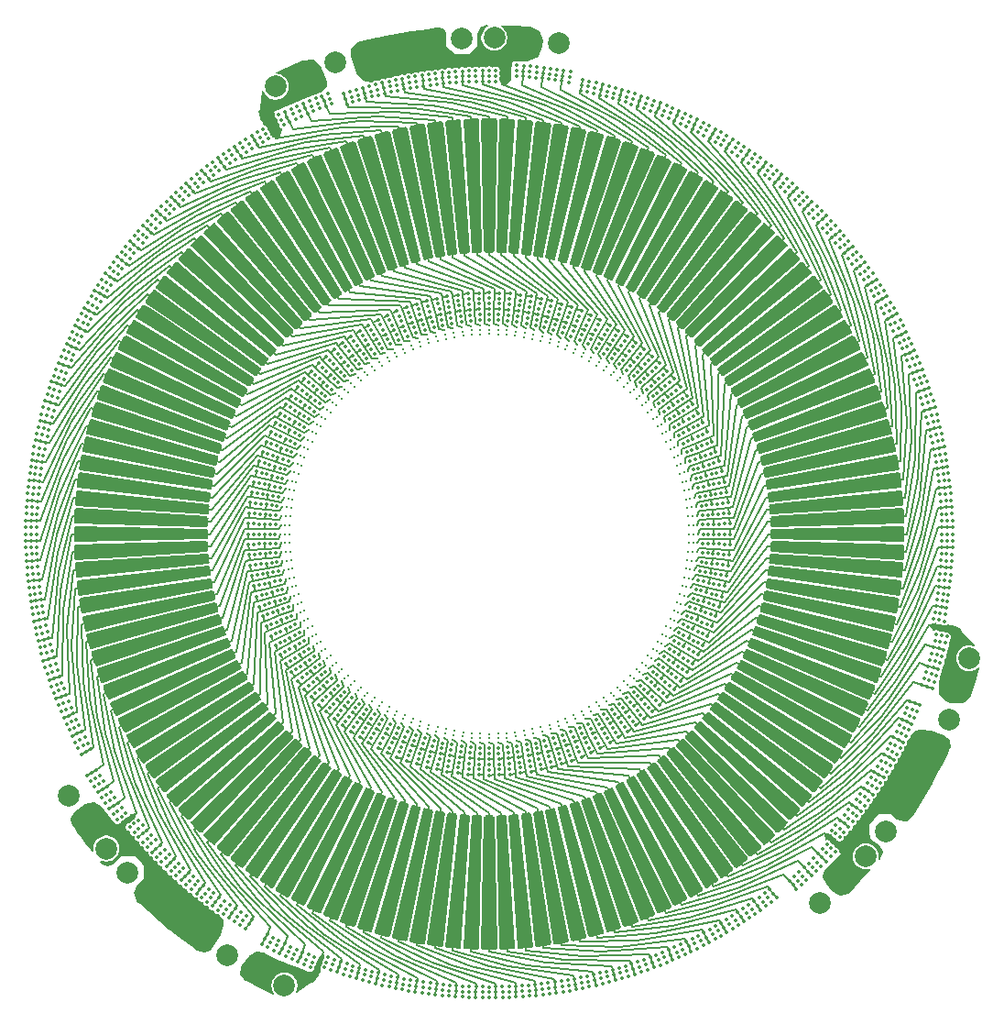
<source format=gbr>
%TF.GenerationSoftware,KiCad,Pcbnew,9.0.4*%
%TF.CreationDate,2025-09-29T12:29:07-05:00*%
%TF.ProjectId,Radial_Winding_Stator,52616469-616c-45f5-9769-6e64696e675f,rev?*%
%TF.SameCoordinates,Original*%
%TF.FileFunction,Copper,L3,Inr*%
%TF.FilePolarity,Positive*%
%FSLAX46Y46*%
G04 Gerber Fmt 4.6, Leading zero omitted, Abs format (unit mm)*
G04 Created by KiCad (PCBNEW 9.0.4) date 2025-09-29 12:29:07*
%MOMM*%
%LPD*%
G01*
G04 APERTURE LIST*
%TA.AperFunction,ComponentPad*%
%ADD10C,2.000000*%
%TD*%
%TA.AperFunction,ViaPad*%
%ADD11C,0.350000*%
%TD*%
%TA.AperFunction,ViaPad*%
%ADD12C,0.250000*%
%TD*%
%TA.AperFunction,Conductor*%
%ADD13C,0.160000*%
%TD*%
G04 APERTURE END LIST*
D10*
%TO.N,/coil_a0*%
%TO.C,HAp0*%
X113252064Y-50674560D03*
%TD*%
%TO.N,/coil_c1*%
%TO.C,HCn1*%
X111376032Y-132363230D03*
%TD*%
%TO.N,/coil_c1*%
%TO.C,HC01*%
X99585951Y-123306336D03*
%TD*%
%TO.N,/coil_a0*%
%TO.C,HAn0*%
X133478879Y-46171618D03*
%TD*%
%TO.N,/coil_c1*%
%TO.C,HCp1*%
X95764736Y-118695585D03*
%TD*%
%TO.N,/coil_b2*%
%TO.C,HBn2*%
X175465021Y-109149311D03*
%TD*%
%TO.N,/coil_c0*%
%TO.C,HCp0*%
X97624178Y-121053964D03*
%TD*%
%TO.N,/coil_a2*%
%TO.C,HAn2*%
X139452159Y-46640673D03*
%TD*%
%TO.N,/coil_a1*%
%TO.C,HA01*%
X130466398Y-46248481D03*
%TD*%
%TO.N,/coil_b1*%
%TO.C,HB12*%
X174255102Y-111901281D03*
%TD*%
%TO.N,/coil_b1*%
%TO.C,HBn1*%
X176501661Y-106335809D03*
%TD*%
%TO.N,/coil_b0*%
%TO.C,HBp0*%
X167796853Y-121786792D03*
%TD*%
%TO.N,/coil_b1*%
%TO.C,HBp1*%
X165767942Y-123985537D03*
%TD*%
%TO.N,/coil_a1*%
%TO.C,HAp1*%
X115994304Y-49466207D03*
%TD*%
%TO.N,/coil_c2*%
%TO.C,HCp2*%
X94100000Y-116200000D03*
%TD*%
%TO.N,/coil_c0*%
%TO.C,HCn0*%
X114074655Y-133694494D03*
%TD*%
%TO.N,/coil_a2*%
%TO.C,HAp2*%
X118809824Y-48436639D03*
%TD*%
%TO.N,/coil_b2*%
%TO.C,HBp2*%
X163576732Y-126072329D03*
%TD*%
%TO.N,/coil_b1*%
%TO.C,HB01*%
X169683459Y-119464891D03*
%TD*%
%TO.N,/coil_b0*%
%TO.C,HBn0*%
X177357024Y-103471903D03*
%TD*%
%TO.N,/coil_a1*%
%TO.C,HAn1*%
X136475486Y-46314879D03*
%TD*%
%TO.N,/coil_c1*%
%TO.C,HC12*%
X106266112Y-129243806D03*
%TD*%
%TO.N,/coil_c2*%
%TO.C,HCn2*%
X108778239Y-130888158D03*
%TD*%
%TO.N,/coil_a1*%
%TO.C,HA12*%
X121680161Y-47579070D03*
%TD*%
D11*
%TO.N,/coil_a0*%
X129354622Y-133666860D03*
X166976167Y-118070830D03*
X152774856Y-129987145D03*
X111908773Y-89223256D03*
X150887749Y-130360402D03*
X154252978Y-92927956D03*
X152653911Y-83859118D03*
X106114752Y-124040591D03*
X140417302Y-49780061D03*
X159885248Y-59959409D03*
D12*
X150062369Y-84932565D03*
D11*
X131175575Y-133786212D03*
X91531806Y-86540609D03*
X149006125Y-130642204D03*
X116765617Y-52935406D03*
X136433551Y-72527530D03*
D12*
X135410606Y-73689837D03*
D11*
X123869931Y-74461237D03*
X154091227Y-94776744D03*
X140566723Y-110267761D03*
X97724292Y-69526895D03*
X173243296Y-77352638D03*
X170907249Y-74323560D03*
X150538763Y-82869931D03*
D12*
X118348237Y-80757272D03*
D11*
X91317006Y-84650164D03*
X124643651Y-74079682D03*
D12*
X129793010Y-110187586D03*
D11*
X93226550Y-106476352D03*
D12*
X149737852Y-84195041D03*
D11*
X110258246Y-127697404D03*
X174682994Y-99349836D03*
X152280104Y-83009574D03*
X152543981Y-129543639D03*
X116323747Y-81376020D03*
D12*
X147147417Y-103871128D03*
D11*
X124859118Y-72346089D03*
X127410083Y-134459638D03*
D12*
X116618526Y-100527625D03*
D11*
X90835042Y-88311044D03*
X94357795Y-108006125D03*
X94639598Y-109887749D03*
X95899866Y-111313107D03*
X118124380Y-51334315D03*
D12*
X150354407Y-85683541D03*
D11*
X93696397Y-106305342D03*
X129305912Y-112950033D03*
X114883993Y-53217209D03*
X90336945Y-88267466D03*
X152754049Y-92862509D03*
X169119100Y-115010404D03*
X152603706Y-94580906D03*
X116382933Y-52011527D03*
D12*
X114602115Y-90390366D03*
D11*
X143623980Y-75323747D03*
X107233551Y-125579490D03*
D12*
X148575877Y-101922960D03*
D11*
X111747022Y-91072044D03*
X170543639Y-72456019D03*
X142822855Y-110869597D03*
X109989596Y-128119100D03*
X91213788Y-90175575D03*
X90540362Y-86410083D03*
X132137491Y-111754049D03*
X114419570Y-98762692D03*
X96880900Y-68989596D03*
X150425989Y-104201847D03*
X149296217Y-105674190D03*
X100193365Y-64471964D03*
X125724157Y-72009695D03*
D12*
X114549415Y-91194403D03*
X142922960Y-76424123D03*
D11*
X145036983Y-76313146D03*
D12*
X141527625Y-108381474D03*
D11*
X157563996Y-56918977D03*
X138592120Y-49499139D03*
X99023833Y-65929170D03*
D12*
X151310163Y-94410606D03*
X125195041Y-75262148D03*
D11*
X127540609Y-133468194D03*
D12*
X144242728Y-77348237D03*
D11*
X140330478Y-50272465D03*
X168081023Y-116563996D03*
X120290222Y-107146878D03*
X144341276Y-75803030D03*
X133862508Y-72245951D03*
X95456361Y-111543981D03*
X108722792Y-126671447D03*
X174190590Y-99263012D03*
X123177145Y-73130403D03*
X118466400Y-52274008D03*
X131276652Y-111697625D03*
X116803030Y-80658724D03*
X131145885Y-113192273D03*
X140504126Y-49287658D03*
X135580906Y-72396294D03*
X90214740Y-90131955D03*
X113302375Y-90276652D03*
X150920318Y-83643651D03*
X150941641Y-103430123D03*
X114130403Y-101822855D03*
D12*
X124472375Y-75618526D03*
D11*
X140275843Y-111990305D03*
X175285736Y-93846235D03*
X174963916Y-97524654D03*
X172303603Y-77694658D03*
X116574275Y-52473467D03*
D12*
X133805597Y-73549415D03*
D11*
X125650164Y-133682994D03*
D12*
X121757272Y-106651763D03*
D11*
X165040591Y-118885248D03*
X139762692Y-110580430D03*
X148146878Y-104709778D03*
D12*
X136206990Y-73812414D03*
D11*
X131131955Y-134785260D03*
X117853122Y-79290222D03*
X174666860Y-95645378D03*
X122376020Y-108676253D03*
X146674190Y-75703783D03*
X113346089Y-100140882D03*
X151580430Y-85237308D03*
D12*
X123077040Y-107575877D03*
X147651763Y-103242728D03*
D11*
X175175397Y-99436660D03*
X152697625Y-93723348D03*
D12*
X151187586Y-95206990D03*
X139316459Y-109354407D03*
D11*
X145950345Y-75122834D03*
X91036084Y-86475346D03*
D12*
X151397885Y-93609634D03*
D11*
X165423613Y-119206642D03*
X91809410Y-84736988D03*
D12*
X140067435Y-109062369D03*
X130589394Y-110310163D03*
X149381474Y-83472375D03*
D11*
X160528036Y-59193365D03*
X145709778Y-76853122D03*
X132072044Y-113252978D03*
X105471964Y-124806635D03*
X174786212Y-93824425D03*
X115461237Y-101130069D03*
X174468197Y-97459391D03*
X148686854Y-104036983D03*
D12*
X117871781Y-81407074D03*
D11*
X113527530Y-88566449D03*
X114672683Y-52764055D03*
X98738129Y-68009580D03*
D12*
X117424123Y-82077040D03*
D11*
X135776744Y-70908773D03*
D12*
X115937631Y-99067435D03*
X116262148Y-99804959D03*
D11*
X109009580Y-126261871D03*
X151267761Y-84433277D03*
X115058359Y-80569877D03*
X110526895Y-127275708D03*
X105793358Y-124423613D03*
X125563340Y-134175397D03*
X131153765Y-134285736D03*
X133927956Y-70747022D03*
X153950033Y-95694088D03*
X100576387Y-64793358D03*
X113719896Y-100990426D03*
X93895856Y-108197467D03*
X115574011Y-79798153D03*
X159070830Y-58023833D03*
X175164958Y-95688956D03*
X136756422Y-49298097D03*
X94186444Y-110099059D03*
D12*
X115645593Y-98316459D03*
X114812414Y-88793010D03*
D11*
X175785260Y-93868045D03*
X141990426Y-111280104D03*
X138526857Y-49994861D03*
X125736988Y-133190589D03*
X138657383Y-49003417D03*
D12*
X132194403Y-110450585D03*
D11*
X168275708Y-114473105D03*
D12*
X131390366Y-110397885D03*
D11*
X115079682Y-100356349D03*
X155473105Y-56724292D03*
X160206642Y-59576387D03*
X92756704Y-106647362D03*
X115095302Y-53670362D03*
X147305342Y-131303603D03*
D12*
X118852583Y-80128872D03*
D11*
X170987145Y-72225144D03*
D12*
X151450585Y-92805597D03*
D11*
X130419094Y-111603706D03*
X117313146Y-79963017D03*
X90714264Y-90153765D03*
X156010404Y-55880900D03*
D12*
X121128872Y-106147417D03*
D11*
X172104144Y-75802533D03*
X106929170Y-125976167D03*
X157277208Y-57328553D03*
X112049967Y-88305912D03*
X129267466Y-134663055D03*
X149676253Y-102623980D03*
X168697404Y-114741754D03*
X145201847Y-74574011D03*
X158766449Y-58420510D03*
D12*
X122407074Y-107128219D03*
X114689837Y-89589394D03*
D11*
X175663055Y-95732534D03*
X97302596Y-69258246D03*
X154192273Y-93854115D03*
D12*
X143592926Y-76871781D03*
X148128219Y-102592926D03*
D11*
X116703783Y-78325810D03*
X167261871Y-115990420D03*
X113009695Y-99275843D03*
X141356349Y-109920318D03*
X171360402Y-74112251D03*
X134723348Y-72302375D03*
X129566449Y-111472470D03*
X141140882Y-111653911D03*
X130223255Y-113091227D03*
X126237308Y-73419570D03*
X151869597Y-82177145D03*
X113396294Y-89419094D03*
D12*
X144871128Y-77852583D03*
D11*
X147476352Y-131773450D03*
X166182813Y-117462068D03*
X149196970Y-103341276D03*
X114732239Y-99566723D03*
D12*
X126683541Y-74645593D03*
D11*
X150676440Y-129907249D03*
X120963017Y-107686854D03*
X100959409Y-65114751D03*
X175459638Y-97589917D03*
D12*
X134609634Y-73602115D03*
D11*
X136694088Y-71049967D03*
X165806635Y-119528036D03*
X149877166Y-104950345D03*
X95092751Y-109676440D03*
X167671447Y-116277208D03*
X152472470Y-95433551D03*
X111807727Y-90145885D03*
X113245951Y-91137491D03*
X120798153Y-109425989D03*
X166579490Y-117766449D03*
X152990305Y-84724157D03*
X118295390Y-51804161D03*
X97918977Y-67436004D03*
X152313107Y-129100134D03*
X171642205Y-75993875D03*
X172773450Y-77523648D03*
X90824603Y-84563340D03*
D12*
X140804959Y-108737852D03*
D11*
X151099059Y-130813556D03*
X98328553Y-67722792D03*
X99420510Y-66233551D03*
X108436004Y-127081023D03*
X142130069Y-109538763D03*
X156990420Y-57738129D03*
X134854115Y-70807727D03*
X121569877Y-109941641D03*
X136712844Y-49796195D03*
X121658724Y-108196970D03*
X127475346Y-133963916D03*
X172566084Y-75611191D03*
X171813556Y-73900941D03*
X149388809Y-131566083D03*
X129311044Y-134164958D03*
X93433916Y-108388809D03*
X155741754Y-56302596D03*
X116122834Y-79049655D03*
X125433277Y-73732239D03*
X136800000Y-48800000D03*
X107537932Y-125182813D03*
X147647362Y-132243296D03*
X119325810Y-108296217D03*
X158462068Y-58817187D03*
X124009574Y-72719896D03*
D12*
X125932565Y-74937631D03*
D11*
X170100134Y-72686893D03*
X99817187Y-66537932D03*
X91333140Y-88354622D03*
X120049655Y-108877166D03*
X149197467Y-131104143D03*
X95012855Y-111774856D03*
X144430123Y-74058359D03*
%TO.N,/coil_b0*%
X139396953Y-112288646D03*
X113527520Y-95433494D03*
X146358378Y-77421931D03*
X101793984Y-120595045D03*
X164232632Y-120651465D03*
X122045220Y-51116203D03*
X123838972Y-133322724D03*
X92632956Y-79272320D03*
D12*
X115645612Y-85683490D03*
X136997216Y-110030401D03*
D11*
X152990283Y-99275901D03*
X151580410Y-98762747D03*
X120272320Y-51632956D03*
D12*
X139316510Y-74645612D03*
D11*
X163837377Y-63742750D03*
X151857730Y-86054211D03*
X165423613Y-64793358D03*
D12*
X115161130Y-87220061D03*
D11*
X104404955Y-123206016D03*
X126602988Y-112288627D03*
D12*
X129002731Y-110030389D03*
D11*
X104067160Y-60425345D03*
X162929016Y-62070984D03*
X104742750Y-61162623D03*
X140436660Y-134175397D03*
X93109815Y-79422673D03*
X139397012Y-71711373D03*
D12*
X121128914Y-77852548D03*
D11*
X147305342Y-52696397D03*
D12*
X137779886Y-109838884D03*
D11*
X138505886Y-112548367D03*
X112231041Y-87395601D03*
X125736988Y-50809410D03*
X136694026Y-112950044D03*
D12*
X115386607Y-86446490D03*
X138553458Y-109613409D03*
D11*
X149296257Y-78325857D03*
X148042465Y-76957579D03*
X129566506Y-72527520D03*
X117957535Y-107042421D03*
D12*
X146058983Y-78941055D03*
D11*
X113900867Y-97117567D03*
X173384712Y-104774470D03*
X102717430Y-61717430D03*
X120422673Y-131890185D03*
X105793358Y-59576387D03*
X161990300Y-123600231D03*
X174810873Y-82730753D03*
X137604399Y-71231041D03*
X137279661Y-72695833D03*
D12*
X151030389Y-95997269D03*
D11*
X103424537Y-121575463D03*
X147372007Y-76315753D03*
X120272320Y-132367044D03*
X118352638Y-132243295D03*
X148146915Y-79290267D03*
X113695833Y-87720339D03*
X128395661Y-71231027D03*
D12*
X136997269Y-73969611D03*
D11*
X162328095Y-123968870D03*
X114142270Y-97945789D03*
X145727680Y-51632956D03*
X112451633Y-97505886D03*
X103070984Y-62070984D03*
X161652505Y-123231592D03*
X106114752Y-59959409D03*
X113695820Y-96279604D03*
X120121967Y-51156098D03*
X173843902Y-79121967D03*
X164574655Y-63067160D03*
X118421931Y-78641622D03*
X138505946Y-71451649D03*
X118627993Y-107684247D03*
X174329104Y-101249951D03*
D12*
X120523069Y-105616141D03*
D11*
X172890185Y-79422673D03*
X153288646Y-85603047D03*
X138117567Y-111099133D03*
X145577327Y-52109815D03*
X118628039Y-76315711D03*
X145878033Y-132843902D03*
X173861571Y-104924823D03*
D12*
X146616141Y-104476931D03*
D11*
X142269247Y-50189127D03*
X148684247Y-106372007D03*
X118421892Y-105358336D03*
D12*
X127446490Y-109613393D03*
D11*
X101425345Y-120932840D03*
X92165423Y-101052808D03*
D12*
X120523109Y-78383823D03*
D11*
X126603047Y-71711354D03*
X116703743Y-105674143D03*
X92599166Y-102825371D03*
X161595045Y-60793984D03*
X100959409Y-118885248D03*
D12*
X129793063Y-73812404D03*
D11*
X153288627Y-98397012D03*
X91677275Y-101161028D03*
X138945789Y-110857730D03*
X104404955Y-60793984D03*
X147578108Y-78641664D03*
X174817252Y-101358171D03*
X117315711Y-106371961D03*
X91189127Y-101269247D03*
X120290267Y-76853085D03*
X100576387Y-119206642D03*
X113009717Y-84724099D03*
D12*
X147147452Y-80128914D03*
D11*
X126237253Y-110580410D03*
X127882377Y-111099118D03*
X173367044Y-79272320D03*
X174682994Y-84650164D03*
X105471964Y-59193365D03*
X123730753Y-50189127D03*
X142052808Y-51165423D03*
X152099133Y-86882433D03*
X151857712Y-97945844D03*
X142269247Y-133810872D03*
X146981551Y-78018490D03*
D12*
X114969611Y-88002731D03*
D11*
X112049956Y-95694026D03*
X144084190Y-50633240D03*
X163324271Y-122323231D03*
X153548351Y-97505946D03*
X144084190Y-133366760D03*
X153768959Y-96604399D03*
X118523648Y-131773450D03*
X163282570Y-61717430D03*
D12*
X128220114Y-74161116D03*
D11*
X165040591Y-65114751D03*
X104742750Y-122837377D03*
X152304180Y-87720396D03*
X104067160Y-123574655D03*
X161257250Y-61162623D03*
X91189127Y-82730753D03*
X146981510Y-105981551D03*
D12*
X128220060Y-109838870D03*
D11*
X163677825Y-122676785D03*
X174366760Y-80915810D03*
X121915810Y-50633240D03*
X91809410Y-99263012D03*
X173400834Y-81174629D03*
X174378324Y-103151923D03*
X139762747Y-73419590D03*
X173883797Y-81045220D03*
X123838972Y-50677275D03*
X145727680Y-132367044D03*
X165806635Y-64471964D03*
D12*
X151187596Y-88793064D03*
D11*
X92116203Y-81045220D03*
X91633240Y-80915810D03*
D12*
X138553510Y-74386607D03*
D11*
X164601271Y-120989260D03*
D12*
X129002783Y-73969599D03*
D11*
X125650164Y-50317006D03*
X142161028Y-133322724D03*
X125563340Y-49824603D03*
D12*
X150838870Y-96779939D03*
D11*
X146358336Y-106578108D03*
X101793984Y-63404955D03*
X138945844Y-73142288D03*
X93226550Y-77523648D03*
X103070984Y-121929016D03*
X153548367Y-86494114D03*
X140275901Y-72009717D03*
X143825371Y-51599166D03*
X122174629Y-132400834D03*
X175175397Y-84563340D03*
D12*
X145476931Y-78383859D03*
D11*
X127494114Y-71451633D03*
X92156098Y-79121967D03*
X140263012Y-133190589D03*
X92156098Y-104878033D03*
X119641622Y-106578069D03*
D12*
X150354388Y-98316510D03*
D11*
X127054156Y-110857712D03*
X92599166Y-81174629D03*
X91317006Y-99349836D03*
X152099118Y-97117623D03*
X145878033Y-51156098D03*
X112451649Y-86494054D03*
D12*
X119383823Y-104476891D03*
D11*
X93109815Y-104577327D03*
X127882433Y-72900867D03*
X137604338Y-112768973D03*
X128720396Y-72695820D03*
X114142288Y-86054156D03*
D12*
X150838884Y-87220114D03*
D11*
X142052808Y-132834577D03*
X120121967Y-132843902D03*
X143954780Y-51116203D03*
X143954780Y-132883796D03*
X147578069Y-105358378D03*
X123947192Y-132834577D03*
D12*
X118852548Y-103871086D03*
D11*
X140349836Y-133682994D03*
X119641664Y-77421892D03*
D12*
X150613409Y-86446542D03*
D11*
X147371961Y-107684289D03*
X142161028Y-50677275D03*
X92165423Y-82947192D03*
X91677275Y-82838972D03*
D12*
X114969599Y-95997216D03*
D11*
X137279604Y-111304180D03*
D12*
X119383859Y-79523069D03*
D11*
X152472480Y-88566506D03*
D12*
X127446542Y-74386591D03*
D11*
X122045220Y-132883796D03*
X162575463Y-62424537D03*
X161932840Y-60425345D03*
X174190590Y-84736988D03*
X114419590Y-85237253D03*
X102162623Y-120257250D03*
D12*
X115386591Y-97553458D03*
D11*
X102717430Y-122282570D03*
D12*
X146058945Y-105058983D03*
D11*
X153768973Y-87395662D03*
X143825371Y-132400834D03*
X101425345Y-63067160D03*
D12*
X136206936Y-110187596D03*
D11*
X164969910Y-121327055D03*
D12*
X145476891Y-105616177D03*
D11*
X121915810Y-133366760D03*
X92756704Y-77352638D03*
D12*
X146616177Y-79523109D03*
D11*
X117315753Y-77627993D03*
X100193365Y-119528036D03*
X147476352Y-52226550D03*
X122174629Y-51599166D03*
X92116203Y-102954780D03*
X164206016Y-63404955D03*
X148684289Y-77628039D03*
X127494054Y-112548351D03*
X129305973Y-71049956D03*
D12*
X151030401Y-88002784D03*
D11*
X174322725Y-82838972D03*
X102162623Y-63742750D03*
D12*
X119941055Y-78941017D03*
D11*
X162970718Y-121969678D03*
X112711373Y-85602988D03*
X145577327Y-131890185D03*
D12*
X114812404Y-95206936D03*
D11*
X119018449Y-105981510D03*
X91633240Y-103084190D03*
X119325857Y-75703743D03*
X174338429Y-105075176D03*
X147647362Y-51756704D03*
D12*
X150613393Y-97553510D03*
D11*
X175305400Y-101466390D03*
D12*
X115161116Y-96779886D03*
D11*
X125724099Y-111990283D03*
X118694658Y-131303603D03*
X93696397Y-77694658D03*
X128720339Y-111304167D03*
D12*
X119941017Y-105058945D03*
D11*
X174861287Y-103281333D03*
X120422673Y-52109815D03*
X112711354Y-98396953D03*
X146674143Y-108296257D03*
X173895361Y-103022514D03*
X92632956Y-104727680D03*
X123730753Y-133810872D03*
X90824603Y-99436660D03*
X127054211Y-73142270D03*
X117957579Y-76957535D03*
X138117623Y-72900882D03*
X152304167Y-96279661D03*
X123947192Y-51165423D03*
X145709733Y-107146915D03*
D12*
X144871086Y-106147452D03*
D11*
X136433494Y-111472480D03*
X119018490Y-78018449D03*
X112231027Y-96604338D03*
D12*
X126683490Y-109354388D03*
D11*
X153950044Y-88305974D03*
D12*
X137779939Y-74161130D03*
D11*
X113900882Y-86882377D03*
X117853085Y-104709733D03*
X148042421Y-107042465D03*
X128395601Y-112768959D03*
X173834577Y-82947192D03*
X103424537Y-62424537D03*
D12*
%TO.N,/coil_c0*%
X151397890Y-90390420D03*
D11*
X114130432Y-82177089D03*
X110526895Y-56724292D03*
X141140940Y-72346113D03*
X150426025Y-79798204D03*
X99028762Y-118090370D03*
X129267466Y-49336945D03*
D12*
X151310170Y-89589448D03*
D11*
X134723290Y-111697630D03*
X152772870Y-92000029D03*
X140566776Y-73732262D03*
X138589917Y-134459638D03*
D12*
X125194992Y-108737829D03*
D11*
X116323715Y-102623931D03*
X174468194Y-86540609D03*
D12*
X151450588Y-91194457D03*
D11*
X171813556Y-110099059D03*
X150887749Y-53639598D03*
X131175575Y-50213788D03*
X142886410Y-109123822D03*
D12*
X117424094Y-101922914D03*
X134609580Y-110397890D03*
D11*
X120798204Y-74573975D03*
X115058326Y-103430070D03*
X141356402Y-74079707D03*
X150920293Y-100356402D03*
X133000000Y-133826021D03*
X142130121Y-74461264D03*
X136688956Y-134164958D03*
D12*
X133000027Y-73531836D03*
D11*
X169222397Y-112913010D03*
X170088422Y-70586990D03*
X151869568Y-101822911D03*
X109009580Y-57738129D03*
D12*
X142234059Y-107993913D03*
D11*
X174666860Y-88354622D03*
X120963063Y-76313110D03*
X127410083Y-49540362D03*
X168697404Y-69258246D03*
X113719922Y-83009518D03*
X115461264Y-82869879D03*
X113302370Y-93723290D03*
X113396286Y-94580849D03*
X133000029Y-72227130D03*
X116802997Y-103341228D03*
X123113540Y-109123793D03*
X136645378Y-133666860D03*
X124859060Y-111653887D03*
X111586990Y-54911578D03*
X153913010Y-55777603D03*
X116664428Y-131557405D03*
X98346381Y-116314341D03*
X131153765Y-49714264D03*
X111836990Y-55344591D03*
X149877204Y-79049705D03*
X120049705Y-75122796D03*
X152543981Y-54456361D03*
D12*
X143592882Y-107128250D03*
D11*
X116855770Y-131095466D03*
X145950295Y-108877204D03*
X175785260Y-90131955D03*
X136732534Y-134663055D03*
X133000000Y-49173979D03*
X166976167Y-65929170D03*
X175285736Y-90153765D03*
D12*
X140067486Y-74937652D03*
X130589448Y-73689830D03*
X122407118Y-76871750D03*
X115937652Y-84932514D03*
D11*
X134868045Y-134785260D03*
X152280078Y-100990482D03*
X129354622Y-50333140D03*
X149006125Y-53357795D03*
X113317914Y-129996901D03*
X111807722Y-93854053D03*
X113087039Y-130440407D03*
X131145947Y-70807722D03*
D12*
X125932514Y-109062348D03*
D11*
X115876207Y-82113540D03*
X96910848Y-115065675D03*
X96344591Y-70836990D03*
X95092751Y-74323560D03*
X114576861Y-81363360D03*
D12*
X140805008Y-75262171D03*
D11*
X159070830Y-125976167D03*
X95899866Y-72686893D03*
X124643598Y-109920293D03*
X138524654Y-133963916D03*
X133000031Y-70726773D03*
X122363414Y-73576830D03*
X91036084Y-97524654D03*
X144341228Y-108197003D03*
D12*
X148128250Y-81407118D03*
D11*
X114762836Y-131266818D03*
D12*
X117006087Y-101234059D03*
D11*
X149676285Y-81376069D03*
D12*
X133805543Y-110450588D03*
D11*
X113227130Y-91999971D03*
X153913010Y-128222397D03*
X97527229Y-116887917D03*
X154252981Y-91072106D03*
X168275708Y-69526895D03*
X175826021Y-92000000D03*
D12*
X124472327Y-108381449D03*
D11*
X112086990Y-55777603D03*
X170987145Y-111774856D03*
X170543639Y-111543981D03*
X170907249Y-109676440D03*
X130223318Y-70908765D03*
D12*
X141538602Y-75633134D03*
D11*
X143623931Y-108676285D03*
D12*
X116262171Y-84194992D03*
X117871750Y-102592882D03*
D11*
X107537932Y-58817187D03*
X144430070Y-109941674D03*
X133927894Y-113252981D03*
X107233551Y-58420510D03*
X154413010Y-54911578D03*
X152603714Y-89419151D03*
X134854053Y-113192278D03*
D12*
X142234106Y-76006114D03*
D11*
X91173979Y-92000000D03*
X114974146Y-130813664D03*
X150123822Y-82113590D03*
X169655409Y-113163010D03*
X151099059Y-53186444D03*
X123869879Y-109538736D03*
X154163010Y-55344591D03*
X130419151Y-72396286D03*
X150676440Y-54092751D03*
X167261871Y-68009580D03*
X132999970Y-111772870D03*
X121658772Y-75802997D03*
X90173979Y-92000000D03*
X90835042Y-95688956D03*
X175663055Y-88267466D03*
X125433224Y-110267738D03*
X93433916Y-75611191D03*
X127475346Y-50036084D03*
X97332544Y-114797026D03*
X123177089Y-110869568D03*
X172104144Y-108197467D03*
X151423139Y-102636640D03*
X170088422Y-113413010D03*
X116473086Y-132019345D03*
D12*
X151468164Y-92000027D03*
X144242684Y-106651796D03*
D11*
X111747019Y-92927894D03*
X116122796Y-104950295D03*
X154192278Y-90145947D03*
X149197003Y-80658772D03*
D12*
X149381449Y-100527673D03*
X114689830Y-94410552D03*
X149737829Y-99805008D03*
D11*
X115573975Y-104201796D03*
X145036937Y-107686890D03*
X131131955Y-49214740D03*
X133000000Y-134326021D03*
D12*
X121757316Y-77348204D03*
D11*
X171642205Y-108006125D03*
D12*
X150062348Y-99067486D03*
D11*
X90673979Y-92000000D03*
X90714264Y-93846235D03*
X127540609Y-50531806D03*
D12*
X123742476Y-107959621D03*
D11*
X154413010Y-129088422D03*
X135580849Y-111603714D03*
X114732262Y-84433224D03*
X149388809Y-52433916D03*
D12*
X148575906Y-82077086D03*
D11*
X122376069Y-75323715D03*
D12*
X114549412Y-92805543D03*
D11*
X131276710Y-72302370D03*
X169119100Y-68989596D03*
X115079707Y-83643598D03*
D12*
X148993886Y-101234106D03*
D11*
X143636586Y-110423170D03*
X113346113Y-83859060D03*
X108722792Y-57328553D03*
X95911578Y-70586990D03*
X151423170Y-81363414D03*
X96489152Y-115334325D03*
X150941674Y-80569930D03*
X152653887Y-100140940D03*
X113548788Y-129553396D03*
X157563996Y-127081023D03*
X152313107Y-54899866D03*
X166182813Y-66537932D03*
D12*
X114531836Y-91999973D03*
D11*
X175164958Y-88311044D03*
D12*
X131390420Y-73602110D03*
D11*
X132072105Y-70747019D03*
X167671447Y-67722792D03*
X134846235Y-134285736D03*
D12*
X147651796Y-80757316D03*
D11*
X154091235Y-89223318D03*
X175459638Y-86410083D03*
D12*
X148993913Y-82765941D03*
D11*
X152774856Y-54012855D03*
D12*
X132999973Y-110468164D03*
D11*
X141990482Y-72719922D03*
X152754051Y-91137549D03*
D12*
X116618551Y-83472327D03*
D11*
X106929170Y-58023833D03*
X157277208Y-126671447D03*
X145201796Y-109426025D03*
X94186444Y-73900941D03*
X142822911Y-73130432D03*
X94639598Y-74112251D03*
X134824425Y-133786212D03*
X96777603Y-71086990D03*
X109989596Y-55880900D03*
X93895856Y-75802533D03*
X155741754Y-127697404D03*
X174963916Y-86475346D03*
X117313110Y-104036937D03*
X156010404Y-128119100D03*
X115876178Y-101886410D03*
X98632085Y-118394751D03*
X158766449Y-125579490D03*
X175326021Y-92000000D03*
X174826021Y-92000000D03*
D12*
X123077086Y-76424094D03*
D11*
X129311044Y-49835042D03*
X124009518Y-111280078D03*
X151267738Y-99566776D03*
X133000000Y-50173979D03*
X99425439Y-117785989D03*
X143636640Y-73576861D03*
X97936805Y-116601129D03*
X154273227Y-92000031D03*
X149197467Y-52895856D03*
X150123793Y-101886460D03*
D12*
X142922914Y-107575906D03*
D11*
X142886460Y-74876207D03*
D12*
X114602110Y-93609580D03*
D11*
X95012855Y-72225144D03*
X133000000Y-134826021D03*
X111908765Y-94776682D03*
X168081023Y-67436004D03*
X90214740Y-93868045D03*
X91531806Y-97459391D03*
X121569930Y-74058326D03*
X115185455Y-130360511D03*
X170100134Y-111313107D03*
X123113590Y-74876178D03*
X152697630Y-90276710D03*
X91213788Y-93824425D03*
X133862451Y-111754051D03*
X171360402Y-109887749D03*
D12*
X135410552Y-110310170D03*
D11*
X132137549Y-72245949D03*
X111726773Y-91999969D03*
X90336945Y-95732534D03*
X154163010Y-128655408D03*
D12*
X132194457Y-73549412D03*
D11*
X113245949Y-92862451D03*
X132999969Y-113273227D03*
X155473105Y-127275708D03*
X148686890Y-79963063D03*
X150538736Y-101130121D03*
X169655409Y-70836990D03*
X166579490Y-66233551D03*
X95456361Y-72456019D03*
X169222397Y-71086990D03*
X108436004Y-56918977D03*
X91333140Y-95645378D03*
X122363360Y-110423139D03*
X133000000Y-49673979D03*
X114576830Y-102636586D03*
X172566084Y-108388809D03*
D12*
X123765941Y-76006087D03*
D11*
X135776682Y-113091235D03*
X110258246Y-56302596D03*
X138459391Y-133468194D03*
D12*
X118348204Y-103242684D03*
D11*
X156990420Y-126261871D03*
X94357795Y-75993875D03*
D12*
X117006114Y-82765894D03*
D11*
X158462068Y-125182813D03*
X90540362Y-97589917D03*
X174786212Y-90175575D03*
%TO.N,/coil_a1*%
X114110016Y-53031222D03*
X147875523Y-131091566D03*
X107724541Y-125950833D03*
X115937126Y-77682629D03*
X129960993Y-133715657D03*
X93676286Y-108962594D03*
X136106473Y-49747397D03*
X99796325Y-64951893D03*
X120353884Y-108480833D03*
X175308302Y-93231046D03*
D12*
X144729967Y-76713122D03*
D11*
X108023121Y-125549772D03*
X148053348Y-131558875D03*
X159416528Y-59571637D03*
X168598983Y-113957780D03*
X144161594Y-74479700D03*
D12*
X135515011Y-72896191D03*
X151975923Y-95345913D03*
D11*
X125894960Y-72479229D03*
D12*
X130484989Y-111103809D03*
D11*
X145646116Y-75519167D03*
X151785690Y-103967732D03*
X174292050Y-98663202D03*
X124476072Y-71421579D03*
X129132230Y-113935568D03*
X121084805Y-109016762D03*
D12*
X129654087Y-110975923D03*
X152103809Y-94515011D03*
X120614393Y-106760675D03*
X114024077Y-88654087D03*
D11*
X175214336Y-95075336D03*
X91456606Y-87144274D03*
X106267683Y-124816019D03*
X129888335Y-134713015D03*
X100571637Y-65583472D03*
X166950833Y-117275459D03*
X175713015Y-95111665D03*
X90959987Y-87086227D03*
X115983238Y-80084805D03*
X95304312Y-112325334D03*
X110779732Y-128024541D03*
X123586567Y-71812973D03*
X114545771Y-53931288D03*
X123407772Y-73573626D03*
X145775762Y-73754215D03*
X151443849Y-130096355D03*
X165816019Y-118732317D03*
X174715658Y-95039007D03*
X122714981Y-72242795D03*
X159732317Y-59183981D03*
X134810481Y-71305454D03*
X111064432Y-88132230D03*
X91214335Y-85257144D03*
X112404122Y-89288559D03*
X91707950Y-85336798D03*
X170255587Y-71911966D03*
X112305454Y-90189519D03*
X128028180Y-134536633D03*
X165428363Y-118416528D03*
D12*
X121270033Y-107286878D03*
D11*
X136867770Y-70064432D03*
X94594502Y-108566515D03*
D12*
X115198111Y-99373841D03*
X113749690Y-91159566D03*
D11*
X155189194Y-93941241D03*
X129924664Y-134214336D03*
X115479700Y-80838406D03*
X96184514Y-111850734D03*
D12*
X139590316Y-110106588D03*
D11*
X153578421Y-83476072D03*
X166203675Y-119048106D03*
D12*
X115908525Y-100897318D03*
D11*
X113807726Y-99949762D03*
D12*
X151106588Y-85409684D03*
X141897318Y-109091475D03*
D11*
X92973815Y-107231174D03*
D12*
X116748959Y-81647008D03*
D11*
X136142802Y-49248719D03*
X158275459Y-58049167D03*
D12*
X114893412Y-98590316D03*
D11*
X172091566Y-77124477D03*
X110517244Y-128450099D03*
X116519167Y-79353884D03*
X126336798Y-133292049D03*
X131783497Y-133808513D03*
X110747249Y-91028485D03*
X150520300Y-103161594D03*
X147317371Y-74937126D03*
X142413433Y-112187027D03*
X153753822Y-92906074D03*
X154957780Y-56401017D03*
X121838406Y-109520300D03*
X90286985Y-88888335D03*
X109229512Y-127021019D03*
X113479229Y-99105040D03*
X173026185Y-76768826D03*
X150062874Y-106317371D03*
X90191910Y-90754412D03*
X126177491Y-134279279D03*
X150016762Y-103915195D03*
X170695688Y-71674666D03*
X132028484Y-114252751D03*
X111042220Y-127598983D03*
X171546389Y-73338274D03*
X146352963Y-76086469D03*
X151661726Y-130546389D03*
X136607240Y-71541996D03*
X106583472Y-124428363D03*
X117540568Y-51551426D03*
X93908434Y-106875523D03*
X175808090Y-93245588D03*
X140105040Y-111520771D03*
X169815486Y-72149266D03*
X128144274Y-133543394D03*
X133906073Y-71246178D03*
D12*
X132159566Y-111250310D03*
D11*
X115328851Y-78440528D03*
D12*
X117216017Y-80948001D03*
X149251041Y-102352992D03*
D11*
X148913531Y-105352963D03*
X97565277Y-67948711D03*
X171864606Y-75235445D03*
X171096356Y-73556151D03*
X144967732Y-73214310D03*
X158574038Y-57648105D03*
D12*
X136345913Y-73024077D03*
D11*
X148231174Y-132026185D03*
X131058759Y-114189194D03*
X113242795Y-102285019D03*
X128086227Y-134040012D03*
X152757205Y-81714981D03*
X125050238Y-72807726D03*
D12*
X140373841Y-109801889D03*
D11*
X141523928Y-112578421D03*
X155083399Y-94907273D03*
D12*
X150801889Y-84626159D03*
D11*
X139889975Y-49183776D03*
X95353677Y-110225971D03*
X156489687Y-57392684D03*
X110810806Y-90058759D03*
X139810322Y-49677390D03*
X149566515Y-130405498D03*
D12*
X125626159Y-74198111D03*
D11*
X157976879Y-58450228D03*
X154935568Y-95867770D03*
X120224238Y-110245785D03*
D12*
X126409684Y-73893412D03*
D11*
X130092727Y-114083399D03*
X112069356Y-99618197D03*
D12*
X134679320Y-72804671D03*
D11*
X108948711Y-127434723D03*
X172323714Y-75037406D03*
D12*
X145385607Y-77239325D03*
D11*
X114327893Y-53481255D03*
X140618197Y-112930644D03*
X149764555Y-130864606D03*
X157051289Y-56565277D03*
X98392684Y-68510313D03*
X118682629Y-109062874D03*
X153458004Y-95607240D03*
X99450228Y-67023121D03*
X100183981Y-65267683D03*
X153694546Y-93810481D03*
X95744413Y-112088034D03*
X134941241Y-69810806D03*
X151245785Y-104775762D03*
X90720721Y-85177491D03*
X175040013Y-96913773D03*
X94453611Y-110661726D03*
X131189519Y-112694546D03*
X129392760Y-112458004D03*
X174808513Y-93216503D03*
X140949762Y-111192274D03*
X112812973Y-101413433D03*
X97978981Y-68229512D03*
X114172757Y-100779351D03*
D12*
X147760675Y-104385607D03*
D11*
X160048106Y-58796325D03*
X135907273Y-69916601D03*
X172558875Y-76946652D03*
X146559472Y-74328851D03*
X112421579Y-100523928D03*
X112246178Y-91093926D03*
X90785664Y-88924664D03*
X167351895Y-117574038D03*
D12*
X152250310Y-92840434D03*
D11*
X130288559Y-112595878D03*
X175536633Y-96971819D03*
X139730668Y-50171005D03*
X166549772Y-116976879D03*
X114754215Y-79224238D03*
X151426374Y-82407772D03*
X169450100Y-114482756D03*
D12*
X144051999Y-76216017D03*
D11*
X126257144Y-133785665D03*
X168434723Y-116051289D03*
D12*
X148783983Y-103051999D03*
D11*
X155220268Y-55975459D03*
X91284342Y-88960993D03*
X155482756Y-55549900D03*
X174543394Y-96855726D03*
X116205227Y-53172113D03*
X109510313Y-126607316D03*
X105951894Y-125203675D03*
X152192274Y-84050238D03*
X174785665Y-98742856D03*
X168021019Y-115770488D03*
X117718394Y-52018736D03*
X135711441Y-71404122D03*
X169024541Y-114220268D03*
D12*
X141143330Y-109463303D03*
X124102682Y-74908525D03*
X152195329Y-93679320D03*
X148286878Y-103729967D03*
D11*
X149962594Y-131323714D03*
X153088034Y-129255586D03*
X117896219Y-52486045D03*
X150671149Y-105559472D03*
X114214310Y-80032268D03*
D12*
X124856670Y-74536697D03*
X121948001Y-107783983D03*
D11*
X153187027Y-82586567D03*
D12*
X133840434Y-72749690D03*
X131320680Y-111195329D03*
D11*
X171405498Y-75433485D03*
D12*
X113896191Y-89484989D03*
D11*
X125381803Y-71069356D03*
X112541996Y-88392760D03*
X152520771Y-84894960D03*
X137981239Y-49423042D03*
X116007187Y-52713005D03*
X124220649Y-73172757D03*
X151225971Y-129646323D03*
D12*
X115536697Y-100143330D03*
D11*
X98648105Y-66425962D03*
D12*
X143352992Y-75748959D03*
X117713122Y-80270033D03*
D11*
X137923192Y-49919661D03*
X117086469Y-78647037D03*
X114573626Y-101592228D03*
D12*
X150091475Y-83102682D03*
D11*
X96549900Y-69517244D03*
X107425962Y-126351895D03*
D12*
X118239325Y-79614393D03*
D11*
X94903644Y-110443849D03*
X155252751Y-92971515D03*
X175279279Y-98822509D03*
D12*
X122647008Y-108251041D03*
D11*
X132093926Y-112753822D03*
X93441125Y-107053348D03*
X153325334Y-129695687D03*
X121032268Y-110785690D03*
X138039285Y-48926422D03*
X136179131Y-48750040D03*
X115809148Y-52253897D03*
X119647037Y-107913531D03*
X156770488Y-56978981D03*
D12*
X150463303Y-83856670D03*
D11*
X133971515Y-69747249D03*
X144915195Y-74983238D03*
X151827243Y-83220649D03*
X153595878Y-94711441D03*
X141779351Y-110827243D03*
X131768954Y-134308302D03*
X170646323Y-73774029D03*
X97401017Y-70042220D03*
X94135394Y-108764555D03*
X96975459Y-69779732D03*
X143285019Y-111757205D03*
X142592228Y-110426374D03*
X99049167Y-66724541D03*
X149480833Y-104646116D03*
X90463367Y-87028181D03*
D12*
X113804671Y-90320680D03*
D11*
X119440528Y-109671149D03*
X131754412Y-134808090D03*
X110916601Y-89092727D03*
X167607316Y-115489687D03*
X153930644Y-84381803D03*
X91191487Y-90783497D03*
X152850734Y-128815486D03*
X90691698Y-90768954D03*
D12*
%TO.N,/coil_b1*%
X136346018Y-110975904D03*
D11*
X124339788Y-133941444D03*
X174571873Y-84044673D03*
D12*
X119375046Y-105625029D03*
D11*
X144411862Y-132239297D03*
D12*
X138794245Y-110376820D03*
D11*
X147034393Y-76684063D03*
X146896421Y-52020038D03*
D12*
X146624954Y-78374971D03*
D11*
X102576719Y-120702885D03*
X92301223Y-101645787D03*
D12*
X137170447Y-73188085D03*
D11*
X173652463Y-78529241D03*
D12*
X114623148Y-86205857D03*
D11*
X113187857Y-85753315D03*
X116577881Y-76951984D03*
X92451937Y-79860707D03*
X149422119Y-107048016D03*
X93296780Y-105156214D03*
X153930686Y-99618081D03*
X111485034Y-97764981D03*
D12*
X145385689Y-106760606D03*
D11*
X112934237Y-86623454D03*
X147317465Y-109062795D03*
X92760702Y-103411862D03*
X148048016Y-75577881D03*
D12*
X146625029Y-105624954D03*
D11*
X105194110Y-123245226D03*
X92822158Y-105313487D03*
X138376546Y-71934237D03*
D12*
X151612071Y-87012856D03*
D11*
X92279673Y-103548282D03*
D12*
X147760606Y-79614311D03*
D11*
X139697847Y-70756940D03*
X103509303Y-122361270D03*
X117951984Y-108422119D03*
X144548282Y-132720327D03*
X160743777Y-124040542D03*
D12*
X114024096Y-95346018D03*
D11*
X118310893Y-106689188D03*
D12*
X151811892Y-87829450D03*
D11*
X112542016Y-95607353D03*
X118965523Y-76684141D03*
X141049304Y-134062962D03*
X154745953Y-87178975D03*
D12*
X114893376Y-85409784D03*
D11*
X125044673Y-50428127D03*
X174185300Y-82238905D03*
X154243060Y-98697847D03*
X173946773Y-106257723D03*
X118682535Y-74937205D03*
X147034477Y-107315859D03*
X121004108Y-132069069D03*
X148315859Y-77965523D03*
X119843786Y-52296780D03*
X100597058Y-120002383D03*
D12*
X151811915Y-96170447D03*
D11*
X119103579Y-131979962D03*
X145282695Y-50972942D03*
X103610873Y-60849345D03*
X122763314Y-132554184D03*
X118965607Y-107315937D03*
D12*
X137170550Y-110811892D03*
D11*
X91548225Y-83440897D03*
X126753315Y-111812143D03*
D12*
X127205857Y-110376852D03*
D11*
X91476227Y-81518571D03*
D12*
X126409784Y-110106624D03*
D11*
X116577964Y-107048107D03*
X104861712Y-123618739D03*
X117951893Y-75577964D03*
X92547754Y-77939420D03*
X143236686Y-51445815D03*
X128503716Y-71718838D03*
X162142323Y-61997388D03*
X105651478Y-60353673D03*
X125138649Y-50919216D03*
X136867891Y-113935546D03*
X144684702Y-133201357D03*
X104529314Y-123992251D03*
X173239298Y-80588138D03*
X154243023Y-85302036D03*
D12*
X137987042Y-73387902D03*
D11*
X128503828Y-112281186D03*
X174521585Y-104479838D03*
X142645787Y-132698777D03*
X146470759Y-132652463D03*
X112934267Y-97376656D03*
X143359058Y-50961021D03*
X175018300Y-102678572D03*
X92930931Y-80004108D03*
X174201357Y-80315298D03*
X146313487Y-132177842D03*
X93020038Y-78103579D03*
X165402942Y-63997617D03*
X117249897Y-76249984D03*
D12*
X128829553Y-110811915D03*
D11*
X152812109Y-85753206D03*
X112718814Y-87503828D03*
X161070707Y-124418850D03*
X119686513Y-51822158D03*
X101007749Y-63529314D03*
X154514966Y-86235019D03*
D12*
X137987144Y-110612071D03*
D11*
X144995892Y-51930931D03*
D12*
X146017749Y-106206301D03*
D11*
X117086543Y-105353051D03*
X174048712Y-102433829D03*
X148750103Y-107750016D03*
X91058555Y-83339788D03*
X138376656Y-112065733D03*
X139697964Y-113243023D03*
X92037895Y-83542006D03*
X93492322Y-78267738D03*
D12*
X151376852Y-97794143D03*
D11*
X146353051Y-107913457D03*
X152520810Y-99104933D03*
X124542006Y-132962105D03*
X103857677Y-122002612D03*
X103160929Y-122719928D03*
X164150655Y-62610873D03*
X104297115Y-61576719D03*
X118310812Y-77310893D03*
X120717305Y-133027058D03*
X152812143Y-98246685D03*
X162490697Y-61638730D03*
X117684063Y-77965607D03*
X91428127Y-99955327D03*
X143481429Y-50476227D03*
X111756977Y-98697964D03*
D12*
X114188085Y-87829553D03*
X119982330Y-106206373D03*
D11*
X111064454Y-95867891D03*
X153281162Y-87503716D03*
X119529241Y-51347537D03*
D12*
X119374971Y-78375046D03*
D11*
X173002205Y-105929405D03*
D12*
X146017670Y-77793627D03*
D11*
X126302036Y-70756977D03*
D12*
X128012856Y-73387929D03*
X114387929Y-96987144D03*
D11*
X121588138Y-51760702D03*
X137496172Y-71718814D03*
X140104933Y-72479190D03*
X122640942Y-133038979D03*
X111254020Y-87179095D03*
X127235137Y-113514998D03*
X145139293Y-51451937D03*
X154935546Y-88132109D03*
X112718838Y-96496284D03*
X104997617Y-59597058D03*
D12*
X129653982Y-73024096D03*
D11*
X91798643Y-103684702D03*
X147689107Y-77310812D03*
X111756940Y-85302153D03*
X91961021Y-81640942D03*
X142876403Y-133671821D03*
X138764863Y-70485002D03*
X113187891Y-98246794D03*
X126753206Y-72187891D03*
X174533506Y-102556201D03*
D12*
X151376820Y-86205755D03*
D11*
X119267738Y-131507678D03*
X91814700Y-101761095D03*
D12*
X138794143Y-73623148D03*
D11*
X172703220Y-78843786D03*
X101381261Y-63861712D03*
X173474489Y-106093564D03*
X117684141Y-106034477D03*
X100975365Y-119675452D03*
D12*
X151612098Y-96987042D03*
D11*
X148750016Y-76249897D03*
X105324548Y-59975365D03*
X160805890Y-60754774D03*
X92445815Y-81763314D03*
X164646327Y-64651478D03*
X173698777Y-82354213D03*
X124440897Y-133451775D03*
X163786968Y-62953994D03*
X147060580Y-51547754D03*
D12*
X151975904Y-88653982D03*
D11*
X111485002Y-86235137D03*
X163756525Y-121884912D03*
X102997388Y-62857677D03*
X123123597Y-50328178D03*
X173177842Y-78686513D03*
D12*
X118239394Y-104385689D03*
D11*
X153065733Y-86623344D03*
D12*
X127205755Y-73623180D03*
D11*
X111254047Y-96821025D03*
X126302153Y-113243060D03*
X91328178Y-101876403D03*
X146732262Y-52492322D03*
X161470686Y-60007749D03*
X161397638Y-124797157D03*
X102280072Y-62160929D03*
X154514998Y-97764863D03*
D12*
X114387902Y-87012958D03*
D11*
X122518571Y-133523773D03*
X119646949Y-76086543D03*
D12*
X151106624Y-98590216D03*
X147206301Y-78982251D03*
D11*
X102638730Y-62509303D03*
X148315937Y-106034393D03*
X173563596Y-104193035D03*
X129132109Y-70064454D03*
X154745980Y-96820905D03*
X138764981Y-113514966D03*
X161138288Y-60381261D03*
X174042590Y-104336436D03*
X115937205Y-106317465D03*
X128179094Y-113745980D03*
X120860707Y-132548063D03*
X165024635Y-64324547D03*
X150062795Y-77682535D03*
D12*
X114623180Y-97794245D03*
D11*
X153281186Y-96496172D03*
X162441261Y-123181183D03*
D12*
X139590216Y-73893376D03*
D11*
X101353673Y-119348522D03*
X124950696Y-49937038D03*
X137820905Y-70254020D03*
X141559103Y-50548225D03*
X127235019Y-70485034D03*
X125381919Y-112930686D03*
X163423281Y-63297115D03*
X102213032Y-121046006D03*
X121315298Y-50798643D03*
X92347537Y-105470759D03*
D12*
X114188108Y-96170550D03*
D11*
X128178975Y-70254047D03*
X148048107Y-108422036D03*
X91972942Y-79717305D03*
X174080784Y-84138649D03*
X91919216Y-99861351D03*
X140618081Y-71069314D03*
X153065763Y-97376546D03*
X146156214Y-131703219D03*
X139246685Y-72187857D03*
X139246794Y-111812109D03*
X112069314Y-84381919D03*
X149422036Y-76951893D03*
X162098140Y-122817496D03*
X142761095Y-133185300D03*
X163397867Y-121536538D03*
X137821025Y-113745953D03*
X174671822Y-82123597D03*
D12*
X118793699Y-105017749D03*
D11*
X129392647Y-71542016D03*
X123238905Y-50814700D03*
X175062962Y-83950696D03*
X162784382Y-123544870D03*
D12*
X128012958Y-110612098D03*
D11*
X90937038Y-100049304D03*
X147689188Y-106689107D03*
D12*
X119982251Y-77793699D03*
D11*
X148913457Y-78646949D03*
X125895067Y-111520810D03*
X127623344Y-71934267D03*
X136607353Y-112457984D03*
X103953994Y-61213032D03*
D12*
X128829450Y-73188108D03*
D11*
X123354213Y-51301223D03*
X127623454Y-112065763D03*
X140861351Y-133080784D03*
X162839071Y-61280072D03*
X121451718Y-51279673D03*
X140955327Y-133571873D03*
D12*
X120614311Y-77239394D03*
D11*
X113479190Y-84895067D03*
X101754774Y-64194109D03*
D12*
X147206373Y-105017670D03*
D11*
X164115183Y-122233286D03*
X137496284Y-112281162D03*
X141457994Y-51037895D03*
X117249984Y-107750103D03*
X118939420Y-132452246D03*
X173720327Y-80451718D03*
X153457984Y-88392647D03*
X141660212Y-50058555D03*
D12*
X118793627Y-78982330D03*
D11*
X101849345Y-121389127D03*
%TO.N,/coil_c1*%
X122613155Y-74009571D03*
X107057901Y-59190867D03*
X133622860Y-134821678D03*
X159562334Y-125593548D03*
X131058636Y-69810816D03*
X174879313Y-85865584D03*
X133000057Y-112773591D03*
X167314846Y-67220992D03*
X115533871Y-131069934D03*
D12*
X149687112Y-82365630D03*
D11*
X90178322Y-92622860D03*
X150990429Y-81613155D03*
X111306019Y-55656100D03*
X139061950Y-133384592D03*
X168363031Y-68741369D03*
X143284910Y-72242738D03*
X133971636Y-114252746D03*
X153773591Y-91999943D03*
X125050344Y-111192318D03*
X133608316Y-133821784D03*
X112421532Y-83476186D03*
X153694536Y-90189405D03*
X144967835Y-110785624D03*
X155083383Y-89092605D03*
X122715090Y-111757262D03*
X121084711Y-74983303D03*
X90892968Y-96301827D03*
D12*
X115908476Y-83102776D03*
X152268648Y-91999947D03*
X149250984Y-81646918D03*
X141897224Y-74908476D03*
D11*
X144161691Y-109520238D03*
X95603909Y-71128573D03*
X174384592Y-85938050D03*
X109466614Y-56219225D03*
X155189184Y-90058636D03*
D12*
X148783922Y-80947914D03*
D11*
X132377140Y-49178322D03*
X135431978Y-133755445D03*
X97245221Y-115582552D03*
X150671074Y-78440431D03*
D12*
X130484884Y-72896205D03*
X152103795Y-89484884D03*
D11*
X123407874Y-110426427D03*
X91615408Y-98061950D03*
X130288445Y-71404137D03*
D12*
X115536652Y-83856766D03*
X121947914Y-76216078D03*
D11*
X132391684Y-50178216D03*
D12*
X141143234Y-74536652D03*
D11*
X90745401Y-94461050D03*
X170824081Y-110995967D03*
X133615588Y-134321731D03*
X156533386Y-127780775D03*
X167945287Y-69016123D03*
X148442493Y-53128917D03*
X115329175Y-131526115D03*
D12*
X133000053Y-111268648D03*
D11*
X144915289Y-109016697D03*
X91120687Y-98134416D03*
X90246247Y-94490123D03*
X91390379Y-96251010D03*
X114090327Y-129830527D03*
X152289836Y-103136921D03*
X139206882Y-134374033D03*
X122613254Y-109990486D03*
X157486293Y-125909484D03*
X126793118Y-49625967D03*
X153578468Y-100523814D03*
X154693981Y-128343899D03*
X159252216Y-125201341D03*
X142413322Y-71812921D03*
D12*
X125626257Y-109801929D03*
D11*
X154950252Y-128773231D03*
D12*
X150091524Y-100897224D03*
D11*
X109741369Y-56636969D03*
X115983303Y-103915289D03*
D12*
X152195320Y-90320574D03*
D11*
X132384412Y-49678269D03*
X135711555Y-112595863D03*
X166593548Y-65437665D03*
X174755445Y-89568022D03*
X126938050Y-50615408D03*
X151785624Y-80032165D03*
X98698768Y-116810214D03*
D12*
X123365722Y-108687165D03*
X121269948Y-76713186D03*
X150463348Y-100143234D03*
D11*
X121032165Y-73214376D03*
X120353794Y-75519237D03*
X110810816Y-93941364D03*
D12*
X116749016Y-102353082D03*
D11*
X157779008Y-126314846D03*
X135490123Y-134753753D03*
X155252746Y-91028363D03*
X95175919Y-73004033D03*
D12*
X115198071Y-84626257D03*
D11*
X168780775Y-68466614D03*
X153871427Y-54603909D03*
X174609621Y-87748990D03*
X113242738Y-81715090D03*
X150520238Y-80838309D03*
X114754285Y-104775862D03*
X112404137Y-94711555D03*
D12*
X116312835Y-82365722D03*
D11*
X94383327Y-74671976D03*
X158071723Y-126720208D03*
X143386746Y-74009514D03*
X130092604Y-69916617D03*
X165809133Y-66057901D03*
X175753753Y-89509877D03*
X172800430Y-107811699D03*
X166909484Y-67513707D03*
X140949656Y-72807682D03*
X124220753Y-110827292D03*
X106437666Y-58406452D03*
X152289774Y-80862973D03*
D12*
X124856766Y-109463348D03*
D11*
X112477820Y-128976148D03*
X170377265Y-110771568D03*
X116519237Y-104646206D03*
X111049748Y-55226769D03*
X94729103Y-72779633D03*
X134941364Y-114189184D03*
X171616673Y-109328024D03*
X115328926Y-105559569D03*
X145646206Y-108480763D03*
D12*
X133840540Y-111250306D03*
X152250306Y-91159460D03*
D11*
X152757262Y-102284910D03*
X96477114Y-71615925D03*
X132999943Y-71226409D03*
X175254599Y-89538950D03*
X93927147Y-74467280D03*
X151771568Y-54622735D03*
D12*
X117216078Y-103052086D03*
D11*
X151827292Y-100779247D03*
X111990468Y-129849353D03*
D12*
X149687165Y-101634278D03*
D11*
X112812921Y-82586678D03*
X112305464Y-93810595D03*
X126865584Y-50120687D03*
X121862973Y-72710226D03*
X143386845Y-109990429D03*
X169959488Y-112627751D03*
X150328024Y-53383327D03*
X132999939Y-69726052D03*
X142592126Y-73573573D03*
X106747784Y-58798659D03*
X128647355Y-49395557D03*
D12*
X135515116Y-111103795D03*
D11*
X96264352Y-114017902D03*
X120224138Y-73754285D03*
D12*
X117713186Y-103730052D03*
D11*
X128748989Y-50390379D03*
X95622735Y-73228432D03*
X175107032Y-87698173D03*
X137301827Y-134107032D03*
D12*
X123365630Y-75312888D03*
D11*
X141523814Y-71421532D03*
X151245715Y-79224138D03*
X152192318Y-99949656D03*
X121863079Y-111289836D03*
X132028363Y-69747254D03*
X149480763Y-79353794D03*
X124476186Y-112578468D03*
X171160494Y-109123328D03*
X123586678Y-112187079D03*
X144137027Y-111289774D03*
X148627096Y-52664243D03*
X95835021Y-114274173D03*
X145775862Y-110245715D03*
X172072853Y-109532720D03*
X167720208Y-66928276D03*
X128698173Y-49892968D03*
D12*
X142634278Y-75312835D03*
D11*
X97662965Y-115307798D03*
X172335757Y-107627096D03*
X114573573Y-82407874D03*
X115479762Y-103161691D03*
X110016123Y-57054713D03*
X153595863Y-89288445D03*
X175374033Y-85793118D03*
X113710226Y-103137027D03*
X141779247Y-73172708D03*
X108220992Y-57685154D03*
X153187079Y-101413322D03*
D12*
X140373743Y-74198071D03*
D11*
X111562291Y-56085431D03*
X171270897Y-111220367D03*
X151995967Y-54175919D03*
X110916617Y-94907395D03*
X152220367Y-53729103D03*
X137251010Y-133609621D03*
X94839506Y-74876672D03*
X175604443Y-87647355D03*
X134810595Y-112694536D03*
X113641528Y-130724158D03*
X97888044Y-117395644D03*
D12*
X132159460Y-72749694D03*
D11*
X131189405Y-71305464D03*
X96827477Y-115857307D03*
X169773231Y-70049748D03*
D12*
X122646918Y-75749016D03*
D11*
X166201341Y-65747783D03*
X150990486Y-102386746D03*
X170396091Y-112871427D03*
X171871083Y-107442493D03*
X93664243Y-76372904D03*
X150532720Y-52927147D03*
D12*
X113896205Y-94515116D03*
D11*
X114214376Y-103967835D03*
D12*
X113731352Y-92000053D03*
D11*
X112234144Y-129412750D03*
X121838309Y-74479762D03*
X154437709Y-127914569D03*
X113807682Y-84050344D03*
D12*
X124102776Y-109091524D03*
D11*
X113710164Y-80863079D03*
X108513707Y-58090516D03*
X98293406Y-117102929D03*
X115009571Y-102386845D03*
D12*
X142634370Y-108687112D03*
X116312888Y-101634370D03*
D11*
X155273948Y-91999939D03*
X112246183Y-92906189D03*
X151426427Y-101592126D03*
X153384075Y-55477114D03*
D12*
X150801929Y-99373743D03*
D11*
X91178216Y-92608316D03*
X148811699Y-52199570D03*
X153627751Y-55040512D03*
X146559569Y-109671074D03*
X139134416Y-133879313D03*
X133000060Y-114273948D03*
X150016697Y-80084711D03*
X115009514Y-81613254D03*
X156258631Y-127363031D03*
X114172708Y-83220753D03*
D12*
X148286814Y-80269948D03*
D11*
X110726052Y-92000061D03*
X90625967Y-98206882D03*
D12*
X144730052Y-107286814D03*
X113804680Y-93679426D03*
D11*
X155983877Y-126945287D03*
X135907395Y-114083383D03*
X90678269Y-92615588D03*
X110747254Y-92971637D03*
X91244555Y-94431978D03*
X132093810Y-71246183D03*
X119440431Y-74328926D03*
X135461050Y-134254599D03*
X94128917Y-76557507D03*
X96040512Y-71372249D03*
X112226409Y-92000057D03*
D12*
X144052086Y-107783922D03*
D11*
X175821678Y-91377140D03*
X175321731Y-91384412D03*
X150123328Y-53839506D03*
X137352645Y-134604443D03*
X130568022Y-50244555D03*
X115738567Y-130613756D03*
X144136921Y-72710164D03*
D12*
X143353082Y-108250984D03*
D11*
X113865928Y-130277343D03*
X158942099Y-124809133D03*
D12*
X131320574Y-72804680D03*
X134679426Y-111195320D03*
X113749694Y-92840540D03*
D11*
X169522886Y-112384075D03*
X130538950Y-49745401D03*
X153753817Y-91093811D03*
X133906189Y-112753817D03*
X90395557Y-96352645D03*
D12*
X132999946Y-72731352D03*
D11*
X130509876Y-49246247D03*
X107928277Y-57279792D03*
X168914569Y-70562291D03*
X96693683Y-113761630D03*
X93199570Y-76188301D03*
X169343900Y-70306019D03*
X174821784Y-91391684D03*
%TO.N,/coil_a2*%
X156258844Y-56636645D03*
X123797939Y-72266255D03*
X151373962Y-83432021D03*
D12*
X133822987Y-73149332D03*
D11*
X158942339Y-59190563D03*
X132115739Y-112254155D03*
X156533599Y-56218901D03*
X116915959Y-79658349D03*
X137369333Y-49355637D03*
D12*
X129723547Y-110581976D03*
D11*
X148442636Y-130871443D03*
X151771742Y-129377611D03*
X108220765Y-126315160D03*
X135841994Y-70412464D03*
X137318515Y-49853048D03*
X100975072Y-64324294D03*
X112745845Y-91115739D03*
X154690955Y-93897654D03*
X144699008Y-73636127D03*
X134766894Y-71803693D03*
D12*
X131355541Y-110796828D03*
D11*
X157486520Y-58090201D03*
X117469602Y-78968520D03*
X100596764Y-63997364D03*
D12*
X114418024Y-88723547D03*
D11*
X175604829Y-96352684D03*
X145488894Y-74163909D03*
X124432021Y-73626038D03*
X115163909Y-79511106D03*
X116320260Y-78004112D03*
D12*
X144486451Y-77030483D03*
D11*
X175374417Y-98206938D03*
D12*
X120871521Y-106454237D03*
D11*
X141332529Y-112116351D03*
X140447135Y-112460665D03*
X113949208Y-98933979D03*
X117144503Y-52241494D03*
X150274357Y-105255007D03*
X106747543Y-125201645D03*
X174081165Y-99861424D03*
X149679740Y-105995888D03*
X126865528Y-133879696D03*
X172508045Y-78267610D03*
X115238863Y-52504405D03*
D12*
X139453497Y-109730690D03*
D11*
X165024928Y-119675706D03*
X112899986Y-89353838D03*
X105324294Y-124024928D03*
X174755832Y-94432000D03*
X121371672Y-108607068D03*
X161002636Y-59596764D03*
X115443559Y-52960584D03*
X166201645Y-118252457D03*
X132050298Y-113753085D03*
X104997364Y-124403236D03*
D12*
X151707207Y-94462800D03*
D11*
X99798355Y-65747543D03*
X135557611Y-48708915D03*
X116959900Y-51776820D03*
X95175572Y-110996142D03*
X166909799Y-116486520D03*
X90245860Y-89509855D03*
D12*
X125025729Y-74899240D03*
D11*
X131233106Y-112196307D03*
X113266255Y-101202061D03*
X133884261Y-71745845D03*
X99406147Y-65437425D03*
X93663883Y-107627239D03*
X125044600Y-133572254D03*
X108513480Y-125909799D03*
X92547388Y-106060707D03*
X128647316Y-134604829D03*
X90892582Y-87698133D03*
X120658349Y-108084041D03*
X136780924Y-70556977D03*
D12*
X145128479Y-77545763D03*
X150730690Y-85546503D03*
D11*
X126937994Y-133384976D03*
D12*
X143822557Y-76543699D03*
X136276453Y-73418024D03*
X115567683Y-99220757D03*
D11*
X142361285Y-109982744D03*
X148627239Y-131336117D03*
D12*
X148913664Y-102138062D03*
D11*
X95622389Y-110771742D03*
D12*
X140974271Y-109100760D03*
X151796828Y-93644459D03*
D11*
X171160848Y-74876513D03*
X107928050Y-126720522D03*
X152733745Y-82797939D03*
X146255007Y-74725643D03*
X170377611Y-73228258D03*
X91918835Y-84138576D03*
X125138576Y-133081165D03*
D12*
X122861938Y-107913664D03*
D11*
X113775600Y-53753183D03*
X109466401Y-127781099D03*
X148811842Y-131800791D03*
X111309045Y-90102346D03*
X122945924Y-72686425D03*
X152313575Y-81945924D03*
X90625583Y-85793062D03*
D12*
X125779243Y-74567683D03*
D11*
X172073206Y-74467121D03*
X166593853Y-118562575D03*
X165809437Y-117942339D03*
X146896548Y-131980327D03*
X153460665Y-84552865D03*
X150098483Y-102892870D03*
X130509855Y-134754140D03*
X173452612Y-77939293D03*
X146995888Y-75320260D03*
X157779235Y-57684840D03*
X139274404Y-49088638D03*
X171617027Y-74671817D03*
X170824428Y-73003858D03*
X93491955Y-105732390D03*
X105651225Y-123646621D03*
D12*
X117086336Y-81861938D03*
X122177443Y-107456301D03*
D11*
X91120304Y-85865528D03*
X91615024Y-85937994D03*
X141567979Y-110373962D03*
X111556977Y-88219076D03*
X151363873Y-103699008D03*
X91389993Y-87748951D03*
X121300992Y-110363873D03*
X94839152Y-109123487D03*
X114636127Y-80300992D03*
D12*
X148456301Y-102822557D03*
D11*
X134897654Y-70309045D03*
X93926794Y-109532879D03*
X174572254Y-99955400D03*
X152050792Y-85066021D03*
X139129472Y-50078079D03*
D12*
X147969517Y-103486451D03*
D11*
X148530398Y-105031480D03*
X93019672Y-105896548D03*
X90745014Y-89538927D03*
X112883649Y-100332529D03*
X145341651Y-75915959D03*
X130568000Y-133755832D03*
X150532879Y-131073206D03*
X174384976Y-98062006D03*
X91244168Y-89568000D03*
X175754140Y-94490145D03*
X167945611Y-114984090D03*
D12*
X135462800Y-73292793D03*
X115269310Y-98453497D03*
D11*
X124667471Y-71883649D03*
X146031480Y-76469602D03*
X130538927Y-134254986D03*
X115725643Y-78744993D03*
D12*
X124287394Y-75263349D03*
D11*
X172800791Y-76188158D03*
X175063343Y-100049377D03*
X143892870Y-74901517D03*
X126066021Y-72949208D03*
X93199209Y-107811842D03*
X153100014Y-94646162D03*
X113034541Y-88479606D03*
X116392932Y-80371672D03*
X135646162Y-71899986D03*
X129219076Y-113443023D03*
X174610007Y-96251049D03*
D12*
X132177013Y-110850668D03*
D11*
X153254155Y-92884261D03*
X125552865Y-71539335D03*
X172336117Y-76372761D03*
D12*
X150100760Y-84025729D03*
D11*
X175107418Y-96301867D03*
D12*
X116263349Y-100712606D03*
D11*
X111412464Y-89158006D03*
X164646621Y-119348775D03*
X120511106Y-109836091D03*
X98054389Y-69015910D03*
X174879696Y-98134472D03*
X171871443Y-76557364D03*
X115017256Y-101361285D03*
X117329106Y-52706168D03*
X131102346Y-113690955D03*
X98279478Y-66928050D03*
X153196307Y-93766894D03*
D12*
X149736651Y-83287394D03*
D11*
X112803693Y-90233106D03*
X154753085Y-92949702D03*
D12*
X143138062Y-76086336D03*
D11*
X130158006Y-113587536D03*
D12*
X151581976Y-95276453D03*
D11*
X150982744Y-82638715D03*
X140758363Y-110730204D03*
X100190563Y-66057661D03*
X139933979Y-111050792D03*
X153116351Y-83667471D03*
D12*
X134644459Y-73203172D03*
D11*
X114269796Y-99758363D03*
X142202061Y-111733745D03*
D12*
X118545763Y-79871521D03*
X126546503Y-74269310D03*
D11*
X115901517Y-81107130D03*
X150328183Y-130617027D03*
X144628328Y-75392932D03*
D12*
X141712606Y-108736651D03*
D11*
X129479606Y-111965459D03*
D12*
X130537200Y-110707207D03*
D11*
X160348775Y-60353379D03*
X119968520Y-107530398D03*
X154587536Y-94841994D03*
X147060707Y-132452611D03*
X128748951Y-133610007D03*
X135499466Y-49707223D03*
X113551201Y-53306367D03*
X167720522Y-117071950D03*
X149084041Y-104341651D03*
X135528539Y-49208069D03*
X122107130Y-109098483D03*
X152965459Y-95520394D03*
X128698133Y-134107418D03*
X149607068Y-103628328D03*
X137420150Y-48858226D03*
D12*
X151850668Y-92822987D03*
D11*
X146732390Y-131508045D03*
X110015910Y-126945611D03*
X94728756Y-111220541D03*
D12*
X114292793Y-89537200D03*
X115899240Y-99974271D03*
D11*
X136520394Y-72034541D03*
X126793062Y-134374417D03*
X168363355Y-115258844D03*
X125241637Y-73269796D03*
X114626038Y-100567979D03*
X90395171Y-87647316D03*
X123638715Y-74017256D03*
X150123487Y-130160847D03*
X124950623Y-134063343D03*
X109741156Y-127363355D03*
X119744993Y-109274357D03*
X158071950Y-57279478D03*
X99090201Y-67513480D03*
X98684840Y-67220765D03*
X133949702Y-70246915D03*
X167315160Y-116779235D03*
X113686425Y-102054076D03*
X119004112Y-108679740D03*
X94382973Y-109328183D03*
X143054076Y-111313575D03*
X154443023Y-95780924D03*
D12*
X114203172Y-90355541D03*
D11*
X159252457Y-58798355D03*
X114000000Y-54200000D03*
X151996142Y-129824428D03*
X101353379Y-64651225D03*
X111246915Y-91050298D03*
X97636645Y-68741156D03*
X94128557Y-107442636D03*
X152220541Y-130271244D03*
X91427746Y-84044600D03*
D12*
X150432317Y-84779243D03*
D11*
X151730204Y-84241637D03*
X150836091Y-104488894D03*
X155984090Y-57054389D03*
D12*
X121513549Y-106969517D03*
D11*
X172980328Y-78103452D03*
X139201938Y-49583359D03*
X171271244Y-72779459D03*
X97218901Y-68466401D03*
X175254986Y-94461073D03*
D12*
X147454237Y-104128479D03*
D11*
X165403236Y-120002636D03*
D12*
X118030483Y-80513549D03*
D11*
X168781099Y-115533599D03*
D12*
X117543699Y-81177443D03*
D11*
X130353838Y-112100014D03*
X90936657Y-83950623D03*
X159562575Y-58406147D03*
X160675706Y-59975072D03*
X106437425Y-125593853D03*
D12*
X140220757Y-109432317D03*
X114149332Y-91177013D03*
D11*
X115648255Y-53416763D03*
X107057661Y-124809437D03*
X112539335Y-99447135D03*
%TO.N,/coil_b2*%
X102279794Y-121839341D03*
X121588032Y-132239670D03*
X126903605Y-72664884D03*
X174524149Y-81518476D03*
X105951649Y-58796024D03*
X92760329Y-80588032D03*
X152792876Y-87611970D03*
X128612075Y-111792899D03*
X121451612Y-132720700D03*
X174292433Y-85336736D03*
D12*
X114774295Y-87116489D03*
D11*
X121003997Y-51930560D03*
X128287343Y-113257692D03*
X164546192Y-121783608D03*
X119303496Y-106947191D03*
X163720206Y-62160659D03*
X174215227Y-103745531D03*
X106267438Y-59183680D03*
X127364581Y-113031897D03*
X121315192Y-133201730D03*
X154257692Y-96712657D03*
X142761185Y-50814323D03*
X91814323Y-82238815D03*
X146470881Y-51347169D03*
X116320334Y-105995977D03*
X141458073Y-132962483D03*
X139547565Y-112766030D03*
X165816320Y-65267438D03*
X152965440Y-88479499D03*
X139096395Y-111335116D03*
X138635419Y-70968103D03*
D12*
X150995342Y-97673857D03*
D11*
X101380972Y-120138546D03*
X136781039Y-113443003D03*
X91327801Y-82123507D03*
D12*
X145747495Y-105911375D03*
D11*
X103509033Y-61638452D03*
X149053294Y-77289787D03*
D12*
X120252505Y-78088625D03*
D11*
X164182505Y-121440487D03*
X174027430Y-79717194D03*
X154257667Y-87287229D03*
X162886222Y-122755763D03*
D12*
X128116489Y-110225705D03*
D11*
X113207124Y-96388030D03*
X91058175Y-100660290D03*
D12*
X114578626Y-87916131D03*
D11*
X100183680Y-118732562D03*
X153460705Y-99447026D03*
X92300845Y-82354123D03*
X146313609Y-51821790D03*
X165428664Y-65583228D03*
X137712771Y-113257667D03*
X161533801Y-124013243D03*
X123238815Y-133185677D03*
X144548388Y-51279300D03*
D12*
X151421352Y-87916033D03*
X114774321Y-96883608D03*
D11*
X153766065Y-98547454D03*
X120860595Y-51451565D03*
X152582662Y-97247102D03*
X174452155Y-83440819D03*
X143359153Y-133039355D03*
X106583228Y-59571336D03*
X139742917Y-133786048D03*
X124440819Y-50547845D03*
D12*
X151225679Y-87116392D03*
D11*
X166203976Y-64951649D03*
X119686391Y-132178210D03*
X122763219Y-51445439D03*
X104296848Y-122423563D03*
X152582634Y-86752793D03*
X161201403Y-123639731D03*
D12*
X114418041Y-95276552D03*
D11*
X162389393Y-60849063D03*
X102576437Y-63296848D03*
X128611970Y-72207124D03*
X92930560Y-103996003D03*
X138247102Y-72417338D03*
X126452546Y-112766065D03*
X127364468Y-70968134D03*
D12*
X114578648Y-96083967D03*
X151421374Y-96083869D03*
D11*
X126066123Y-111050829D03*
X174696257Y-103881951D03*
X103953728Y-122787250D03*
X92451565Y-104139405D03*
X128287229Y-70742333D03*
D12*
X145128557Y-106454172D03*
X119088625Y-104747495D03*
D11*
X124541927Y-51037516D03*
D12*
X120871443Y-77545828D03*
D11*
X113664884Y-98096395D03*
D12*
X115004658Y-86326143D03*
D11*
X138635532Y-113031866D03*
X100571336Y-118416772D03*
D12*
X119657832Y-78657903D03*
D11*
X173554561Y-81763219D03*
X91547845Y-100559181D03*
X91960645Y-102359153D03*
X164992541Y-63529056D03*
X149679666Y-78004023D03*
X92821790Y-78686391D03*
D12*
X119088557Y-79252579D03*
D11*
X92279300Y-80451612D03*
D12*
X137883511Y-73774295D03*
D11*
X148530328Y-78968437D03*
X123354123Y-132699154D03*
D12*
X126546598Y-109730724D03*
D11*
X116946627Y-77289873D03*
D12*
X137083869Y-73578626D03*
D11*
X136520501Y-111965440D03*
X144996003Y-132069439D03*
X148396365Y-76603553D03*
X174193682Y-101843020D03*
D12*
X139453402Y-74269276D03*
D11*
X144684808Y-50798270D03*
X143481524Y-133524149D03*
X154443003Y-88218961D03*
X117603635Y-107396447D03*
X103857407Y-61997110D03*
D12*
X146342097Y-78657832D03*
D11*
X152050829Y-98933877D03*
D12*
X115004688Y-97673953D03*
X146911443Y-104747421D03*
D11*
X111742308Y-87287343D03*
X153766030Y-85452435D03*
X113034560Y-95520501D03*
D12*
X145747421Y-78088557D03*
D11*
X103610607Y-123150937D03*
X101849063Y-62610607D03*
X140447026Y-71539295D03*
D12*
X128116391Y-73774321D03*
D11*
X173069440Y-80003997D03*
X174941825Y-83339710D03*
X141660290Y-133941825D03*
D12*
X128916131Y-110421374D03*
D11*
X116946706Y-106710213D03*
X148231311Y-51973453D03*
X139547454Y-71233935D03*
X118124339Y-131091928D03*
X111968103Y-86364581D03*
X144411968Y-51760329D03*
X91707567Y-98663264D03*
X152335148Y-98096292D03*
X105193852Y-60754484D03*
X104529056Y-60007459D03*
X112233970Y-98547565D03*
X146995977Y-108679666D03*
X93440762Y-76946514D03*
X173198115Y-105353479D03*
D12*
X118545828Y-104128557D03*
D11*
X175279662Y-85177429D03*
X112233935Y-85452546D03*
X103160659Y-61279794D03*
X123123507Y-133672199D03*
D12*
X136276552Y-110581959D03*
D11*
X119968437Y-76469672D03*
X145139405Y-132548435D03*
X113417338Y-86752898D03*
X162537848Y-122397105D03*
X147335532Y-106335455D03*
D12*
X147454172Y-79871443D03*
D11*
X117946514Y-131559238D03*
X139933877Y-72949171D03*
X146156336Y-52296412D03*
X129479499Y-72034560D03*
X127752793Y-72417366D03*
D12*
X127326143Y-109995342D03*
X151581959Y-88723448D03*
X127326047Y-74004688D03*
D11*
X119004023Y-75320334D03*
X161703152Y-61576437D03*
X163818818Y-121097367D03*
X147710213Y-108053294D03*
D12*
X138673953Y-109995312D03*
D11*
X139822571Y-134279662D03*
X113949171Y-85066123D03*
D12*
X151225705Y-96883511D03*
D11*
X148396447Y-107396365D03*
X146696584Y-106947118D03*
X93296412Y-78843664D03*
X101007459Y-120470944D03*
X137712657Y-70742308D03*
D12*
X120252579Y-105911443D03*
D11*
X99796024Y-119048351D03*
X127752898Y-111582662D03*
X147710127Y-75946627D03*
X91475851Y-102481524D03*
X162046272Y-61212750D03*
X175166726Y-102073636D03*
X92037516Y-100458073D03*
X113207101Y-87612075D03*
X93908072Y-77124339D03*
X126257083Y-50213952D03*
X145282806Y-133027430D03*
X119303416Y-77052882D03*
X147947191Y-105696504D03*
X118664468Y-77664545D03*
X124339710Y-50058175D03*
X164619028Y-63861454D03*
X173962484Y-83541927D03*
X122518476Y-50475851D03*
D12*
X146342168Y-105342097D03*
D11*
X125552974Y-112460705D03*
X141559181Y-133452155D03*
D12*
X150730724Y-98453402D03*
D11*
X161866199Y-124386756D03*
X152335116Y-85903605D03*
X154031866Y-86364468D03*
D12*
X129723447Y-73418041D03*
D11*
X147335455Y-77664468D03*
X142876493Y-50327801D03*
X152792899Y-96387925D03*
X117768689Y-132026547D03*
X112539295Y-84552974D03*
X174786048Y-85257083D03*
X126903708Y-111335148D03*
D12*
X115269276Y-85546598D03*
D11*
X101754484Y-119806148D03*
X92973453Y-76768689D03*
D12*
X137083967Y-110421352D03*
D11*
X163234596Y-123114421D03*
X111742333Y-96712771D03*
X111968134Y-97635532D03*
X138247207Y-111582634D03*
X119529119Y-132652830D03*
X129218961Y-70556997D03*
X147875661Y-52908072D03*
X118289873Y-108053373D03*
D12*
X138673857Y-74004658D03*
D11*
X154031897Y-97635419D03*
X164245516Y-64193852D03*
X91798270Y-80315192D03*
X137387925Y-72207101D03*
D12*
X146911375Y-79252505D03*
D11*
X119843664Y-131703588D03*
X139663264Y-133292432D03*
X146696504Y-77052809D03*
X163361548Y-62509033D03*
X90720338Y-98822571D03*
D12*
X150995312Y-86326047D03*
D11*
X120717194Y-50972570D03*
X118052882Y-105696584D03*
X102997110Y-121142593D03*
X118664545Y-106335532D03*
X92347169Y-78529119D03*
X139096292Y-72664852D03*
X148053486Y-52440762D03*
X102212750Y-62953728D03*
X91213952Y-98742917D03*
X117603553Y-76603635D03*
X111556997Y-95781039D03*
X149053373Y-106710127D03*
X163002890Y-62857407D03*
X126452435Y-71233970D03*
X143236781Y-132554561D03*
X173548435Y-79860595D03*
X91972570Y-104282806D03*
X126177429Y-49720338D03*
X147947118Y-78303416D03*
X122640847Y-50960645D03*
X126336736Y-50707567D03*
D12*
X137883608Y-110225679D03*
X128916033Y-73578648D03*
X119657903Y-105342168D03*
D11*
X173672737Y-105510752D03*
X118289787Y-75946706D03*
X174680204Y-101958328D03*
X113417366Y-97247207D03*
X102638452Y-121490967D03*
X173734198Y-103609111D03*
X113664852Y-85903708D03*
X104861454Y-60380972D03*
X174039355Y-81640847D03*
X174147358Y-105668024D03*
X118052809Y-78303496D03*
X146031563Y-107530328D03*
X92445439Y-102236781D03*
X117469672Y-105031563D03*
X137388030Y-111792876D03*
X142645877Y-51300845D03*
%TO.N,/coil_c2*%
X115725714Y-105255099D03*
X154753080Y-91050182D03*
X132999946Y-71726551D03*
X116916025Y-104341737D03*
D12*
X149736698Y-100712516D03*
D11*
X155482960Y-128450430D03*
X90959601Y-96913818D03*
D12*
X125025820Y-109100803D03*
D11*
X171546738Y-110661895D03*
X123638811Y-109982794D03*
X115017206Y-82638811D03*
X109229295Y-56978660D03*
X108948494Y-56564956D03*
D12*
X142434269Y-75659267D03*
D11*
X156770705Y-127021340D03*
X175308690Y-90768943D03*
X135646270Y-112100000D03*
D12*
X122177360Y-76543757D03*
D11*
X145488990Y-109836024D03*
X174808901Y-90783485D03*
X98256046Y-117898191D03*
X141332421Y-71883604D03*
X121371583Y-75392994D03*
X93675930Y-75037252D03*
X130353730Y-71900000D03*
X175040399Y-87086182D03*
X129960964Y-50283955D03*
X112128384Y-54603570D03*
D12*
X124287484Y-108736698D03*
X115899197Y-84025820D03*
D11*
X124667579Y-112116396D03*
X174716045Y-88960964D03*
X94903295Y-73555982D03*
X136075365Y-134214723D03*
X122863229Y-74442705D03*
D12*
X117543757Y-102822640D03*
D11*
X91456221Y-96855771D03*
D12*
X115567645Y-84779337D03*
D11*
X153100000Y-89353730D03*
D12*
X135462900Y-110707194D03*
X143138147Y-107913609D03*
D11*
X97173208Y-116375427D03*
D12*
X142434356Y-108340683D03*
D11*
X115899147Y-131777332D03*
X131102230Y-70309055D03*
D12*
X140974180Y-74899197D03*
D11*
X122113047Y-73143360D03*
X133000058Y-113773806D03*
X132999942Y-70226194D03*
D12*
X117086391Y-102138147D03*
D11*
X175214723Y-88924635D03*
X136039036Y-133716045D03*
X90286598Y-95111694D03*
X112803702Y-93767001D03*
X114635755Y-130099934D03*
D12*
X133823088Y-110850663D03*
D11*
X90177934Y-91377134D03*
D12*
X150432355Y-99220663D03*
D11*
X90462982Y-96971864D03*
X151856640Y-81113047D03*
X112745849Y-92884370D03*
D12*
X140220663Y-74567645D03*
X114131376Y-92000050D03*
D11*
X137913818Y-134040399D03*
X134216515Y-133808901D03*
X154773806Y-91999942D03*
X131754401Y-49191522D03*
X154950451Y-55226436D03*
X95303971Y-71674482D03*
D12*
X149340683Y-82565644D03*
D11*
X90691310Y-93231057D03*
D12*
X123565644Y-75659317D03*
D11*
X146255099Y-109274286D03*
X122113147Y-110856698D03*
X112773677Y-129709191D03*
X149764708Y-53135038D03*
X154437908Y-56085098D03*
X156489904Y-126607637D03*
X170255929Y-112088218D03*
X132050182Y-70246920D03*
D12*
X143822640Y-107456243D03*
D11*
X171096705Y-110444018D03*
X137855771Y-133543779D03*
X131783485Y-50191099D03*
X96157822Y-114806881D03*
X134245599Y-134808478D03*
X151363810Y-80300894D03*
X124432119Y-110374008D03*
X153116396Y-100332421D03*
D12*
X131355441Y-73203181D03*
D11*
X153273449Y-91999946D03*
X171405854Y-108566668D03*
X111042017Y-56400687D03*
X144628417Y-108607006D03*
X133622865Y-49177934D03*
X141567881Y-73625992D03*
X168599313Y-70042017D03*
X95744071Y-71911782D03*
X94135038Y-75235292D03*
X145341737Y-108083975D03*
X154690945Y-90102230D03*
X169450430Y-69517040D03*
X170646672Y-110226140D03*
X168435044Y-67948494D03*
X111226194Y-92000058D03*
X143892962Y-109098424D03*
X168021340Y-68229295D03*
X91177828Y-91391678D03*
X128144229Y-50456221D03*
D12*
X151850663Y-91176912D03*
D11*
X133884370Y-112254151D03*
X90785277Y-95075365D03*
X120511010Y-74163976D03*
X133949818Y-113753080D03*
D12*
X121513469Y-77030545D03*
X130537100Y-73292806D03*
D11*
X94453262Y-73338105D03*
X153325518Y-54303971D03*
X153088218Y-54744071D03*
X114417877Y-130549967D03*
X158275690Y-125951144D03*
X122107038Y-74901576D03*
X152313629Y-102053973D03*
D12*
X149340733Y-101434269D03*
D11*
X143886953Y-110856640D03*
X149566668Y-53594146D03*
X97008939Y-114281904D03*
X115442651Y-81863322D03*
X107724310Y-58048856D03*
X113266205Y-82798045D03*
X109510096Y-57392363D03*
D12*
X114203181Y-93644559D03*
D11*
X172324070Y-108962748D03*
D12*
X148913609Y-81861853D03*
D11*
X131768943Y-49691310D03*
X169024871Y-69779528D03*
D12*
X132176912Y-73149337D03*
D11*
X112883604Y-83667579D03*
X129888306Y-49286598D03*
X154694179Y-55655767D03*
D12*
X114149337Y-92823088D03*
D11*
X150836024Y-79511010D03*
X114625992Y-83432119D03*
X128086182Y-49959601D03*
X151374008Y-100567881D03*
X175713402Y-88888306D03*
X125241737Y-110730245D03*
X111412480Y-94842110D03*
X94594146Y-75433332D03*
X174822172Y-92608322D03*
X96655767Y-70305821D03*
X174543779Y-87144229D03*
X150557295Y-81863229D03*
X140758263Y-73269755D03*
X114636190Y-103699106D03*
X115901576Y-102892962D03*
X169815828Y-111850918D03*
X110517040Y-55549570D03*
X119744901Y-74725714D03*
X132115630Y-71745849D03*
X142361189Y-74017206D03*
D12*
X118030545Y-103486531D03*
D11*
X114143360Y-102886953D03*
X134767001Y-112196298D03*
X157051506Y-127435044D03*
X171864962Y-108764708D03*
X170696029Y-112325518D03*
X129924635Y-49785277D03*
X130157890Y-70412480D03*
X143053973Y-72686371D03*
X169523224Y-71615736D03*
X120658263Y-75916025D03*
X115442705Y-102136771D03*
X112536377Y-130149291D03*
X113686371Y-81946027D03*
X110779528Y-55975129D03*
X166951144Y-66724310D03*
D12*
X133000050Y-110868624D03*
D11*
X152850918Y-55184172D03*
X116097187Y-131318224D03*
D12*
X116659267Y-82565731D03*
X123565731Y-108340733D03*
D11*
X143136678Y-74442651D03*
X150982794Y-101361189D03*
D12*
X132999950Y-73131376D03*
D11*
X113010977Y-129269090D03*
X175808478Y-90754401D03*
X131232999Y-71803702D03*
D12*
X141712516Y-75263302D03*
D11*
X123798045Y-111733795D03*
X98000615Y-115813825D03*
X112615736Y-55476776D03*
X112372060Y-55040173D03*
X122863322Y-109557349D03*
X135842110Y-113587520D03*
X114269755Y-84241737D03*
X96583381Y-114544393D03*
X133608321Y-50177828D03*
D12*
X147969455Y-80513469D03*
D11*
X108022889Y-58449917D03*
X151856698Y-102886853D03*
X149962748Y-52675930D03*
X91191099Y-93216515D03*
X154587520Y-89157890D03*
X142201955Y-72266205D03*
X153254151Y-91115630D03*
D12*
X114292806Y-94462900D03*
D11*
X169959827Y-71372060D03*
X153627940Y-128959827D03*
X143886853Y-73143302D03*
X150557349Y-102136678D03*
X169344233Y-113694179D03*
X151730245Y-99758263D03*
X151226140Y-54353328D03*
X166550083Y-67022889D03*
X128028136Y-49462982D03*
X136111694Y-134713402D03*
X114143302Y-81113147D03*
X115163976Y-104488990D03*
X152733795Y-101201955D03*
X91283955Y-95039036D03*
D12*
X151707194Y-89537100D03*
D11*
X132391678Y-133822172D03*
D12*
X151796819Y-90355441D03*
D11*
X150098424Y-81107038D03*
X143136771Y-109557295D03*
X167607637Y-68510096D03*
X175322119Y-92615594D03*
X151661895Y-53453262D03*
X121300894Y-73636190D03*
X150274286Y-78744901D03*
X133000054Y-112273449D03*
X90191522Y-93245599D03*
D12*
X116659317Y-101434356D03*
D11*
X111246920Y-92949818D03*
X158574270Y-126352206D03*
X122946027Y-111313629D03*
D12*
X122861853Y-76086391D03*
D11*
X99058169Y-117301032D03*
X153871616Y-129396430D03*
D12*
X134644559Y-110796819D03*
D11*
X96184172Y-72149082D03*
X97586912Y-116094626D03*
X114200000Y-131000000D03*
X107425730Y-57647794D03*
X144699106Y-110363810D03*
X116295227Y-130859116D03*
X111309055Y-93897770D03*
D12*
X151868624Y-91999950D03*
X116263302Y-83287484D03*
D11*
X134231057Y-134308690D03*
X132384406Y-134322119D03*
D12*
X148456243Y-81177360D03*
X125779337Y-109432355D03*
D11*
X98657108Y-117599611D03*
X97085098Y-70562092D03*
X168914902Y-113437908D03*
X112900000Y-94646270D03*
X169773564Y-113950451D03*
X133615593Y-49677881D03*
X90677881Y-91384406D03*
D12*
X144486531Y-106969455D03*
D11*
X175822066Y-92622866D03*
X149607006Y-80371583D03*
X157977111Y-125550083D03*
X175537018Y-87028136D03*
X96226436Y-70049549D03*
X116392994Y-103628417D03*
X153384264Y-128523224D03*
X132377134Y-134822066D03*
X95353328Y-73773860D03*
X137971864Y-134537018D03*
X134897770Y-113690945D03*
X112726551Y-92000054D03*
D12*
X150100803Y-99974180D03*
D11*
X153196298Y-90232999D03*
X167352206Y-66425730D03*
X151444018Y-53903295D03*
X149083975Y-79658263D03*
X170396430Y-71128384D03*
X155220472Y-128024871D03*
X154957983Y-127599313D03*
%TD*%
D13*
%TO.N,/coil_a1*%
X169551426Y-72291646D02*
X169815486Y-72149266D01*
X152356522Y-84472599D02*
X152520771Y-84894960D01*
X110636450Y-88557984D02*
X110990517Y-88612479D01*
X134273257Y-72573033D02*
X134679320Y-72804671D01*
X150958467Y-105167617D02*
X150671149Y-105559472D01*
X156373318Y-102899157D02*
X150646394Y-106162649D01*
X143334392Y-53402895D02*
X137820899Y-50754577D01*
X153724184Y-93358277D02*
X153694546Y-93810481D01*
X106011123Y-121464159D02*
X109678794Y-126359094D01*
X151208401Y-82010464D02*
X151426374Y-82407772D01*
X132514273Y-114263350D02*
X132028484Y-114252751D01*
X123814211Y-73373191D02*
X124220649Y-73172757D01*
X129840660Y-112526941D02*
X129392760Y-112458004D01*
X127963046Y-53740536D02*
X122651293Y-53406731D01*
X103438649Y-116804919D02*
X106011123Y-121464159D01*
X94869967Y-108447691D02*
X94594502Y-108566515D01*
X113655976Y-80261831D02*
X113962237Y-80447674D01*
X170376304Y-73904755D02*
X171105132Y-79977728D01*
X166549772Y-116976879D02*
X166950833Y-117275459D01*
X107431031Y-95366219D02*
X110507596Y-89536744D01*
X143899157Y-68626682D02*
X149308671Y-57025942D01*
X109508138Y-61384810D02*
X104741123Y-63751602D01*
X174808513Y-93216503D02*
X175308302Y-93231046D01*
X118232398Y-127652144D02*
X122665608Y-130597105D01*
X142869254Y-68173514D02*
X147767602Y-56347856D01*
X153754533Y-83928938D02*
X154088411Y-83799099D01*
X149197182Y-104999539D02*
X150367011Y-105938421D01*
X141610811Y-109460876D02*
X141143330Y-109463303D01*
X158275459Y-58049167D02*
X158574038Y-57648105D01*
X152523490Y-81288977D02*
X152837564Y-81116669D01*
X95623696Y-110095245D02*
X95353677Y-110225971D01*
X169262365Y-105198422D02*
X172011149Y-100640973D01*
X128144274Y-133543394D02*
X128086227Y-134040012D01*
X95455539Y-105672952D02*
X96448574Y-111708354D01*
X150268531Y-103538395D02*
X151515738Y-104371747D01*
X122992329Y-71706593D02*
X123150774Y-72027884D01*
X171003340Y-85298986D02*
X158397801Y-87521682D01*
X125472599Y-72643478D02*
X125894960Y-72479229D01*
X170376304Y-73904755D02*
X170646323Y-73774029D01*
X94406731Y-102348707D02*
X94869967Y-108447691D01*
X129924664Y-134214336D02*
X129888335Y-134713015D01*
X97656352Y-70199713D02*
X97401017Y-70042220D01*
X163615190Y-68508138D02*
X153460268Y-76300284D01*
X109626682Y-81100843D02*
X115353606Y-77837351D01*
X121488044Y-107700418D02*
X121270033Y-107286878D01*
X113149266Y-55184514D02*
X112911966Y-54744413D01*
X124179436Y-116234300D02*
X120429229Y-110813601D01*
X129840660Y-112526941D02*
X129612479Y-114009483D01*
X150755393Y-102774170D02*
X152037763Y-103552326D01*
X159732317Y-59183981D02*
X160048106Y-58796325D01*
X103545853Y-118999803D02*
X106772946Y-124195770D01*
X114484262Y-79628253D02*
X114754215Y-79224238D01*
X149748798Y-104280656D02*
X150958467Y-105167617D01*
X110779027Y-90543622D02*
X110810806Y-90058759D01*
X106772946Y-124195770D02*
X106583472Y-124428363D01*
X141640973Y-52988851D02*
X136017210Y-50583549D01*
X151626809Y-82814211D02*
X152972116Y-82150774D01*
X151515738Y-104371747D02*
X151813601Y-104570771D01*
X155134087Y-123610752D02*
X147792309Y-113125606D01*
X100571637Y-65583472D02*
X100183981Y-65267683D01*
X152352938Y-94119437D02*
X152103809Y-94515011D01*
X123150774Y-72027884D02*
X123586567Y-71812973D01*
X149644006Y-102099768D02*
X150755393Y-102774170D01*
X121461605Y-109268531D02*
X120628253Y-110515738D01*
X120000461Y-108197182D02*
X119061579Y-109367011D01*
X156770488Y-56978981D02*
X157051289Y-56565277D01*
X144604117Y-55196441D02*
X139931107Y-52649067D01*
X98025942Y-75691329D02*
X109626682Y-81100843D01*
X132575347Y-111464016D02*
X132159566Y-111250310D01*
X110779732Y-128024541D02*
X110517244Y-128450099D01*
X146167617Y-74041533D02*
X146559472Y-74328851D01*
X134273257Y-72573033D02*
X134358277Y-71275816D01*
X149644006Y-102099768D02*
X149251041Y-102352992D01*
X135119437Y-72647062D02*
X135260961Y-71354788D01*
X114855087Y-99056228D02*
X113643478Y-99527401D01*
X108195081Y-62438649D02*
X103535841Y-65011123D01*
X102384810Y-115491862D02*
X112539732Y-107699716D01*
X153763706Y-92453008D02*
X153753822Y-92906074D01*
X171259464Y-86963046D02*
X171593269Y-81651293D01*
X136366219Y-117568969D02*
X130536744Y-114492404D01*
X151144913Y-84943772D02*
X152356522Y-84472599D01*
X122225830Y-109755393D02*
X121447674Y-111037763D01*
X121261831Y-111344024D02*
X121447674Y-111037763D01*
X134216502Y-50191487D02*
X134231046Y-49691698D01*
X115632989Y-78061579D02*
X115937126Y-77682629D01*
X129982790Y-133416451D02*
X129960993Y-133715657D01*
X171130033Y-75552309D02*
X171593269Y-81651293D01*
X95325125Y-100352319D02*
X107821714Y-97581892D01*
X152356522Y-84472599D02*
X153754533Y-83928938D01*
X120628253Y-110515738D02*
X120224238Y-110245785D01*
X122116669Y-72162436D02*
X122288977Y-72476510D01*
X173995882Y-98615410D02*
X174292050Y-98663202D01*
X126068893Y-131350933D02*
X131792222Y-133508640D01*
X132575347Y-111464016D02*
X132546992Y-112763706D01*
X141364556Y-111009758D02*
X141968680Y-112382724D01*
X150958467Y-105167617D02*
X151247365Y-105379444D01*
X113985910Y-109423203D02*
X113162436Y-102883331D01*
X152523490Y-81288977D02*
X152757205Y-81714981D01*
X102384810Y-115491862D02*
X104751602Y-120258877D01*
X143099768Y-75355994D02*
X143352992Y-75748959D01*
X143816156Y-75812381D02*
X144538395Y-74731469D01*
X142849226Y-111972116D02*
X142413433Y-112187027D01*
X125472599Y-72643478D02*
X124928938Y-71245467D01*
X153754533Y-83928938D02*
X153930644Y-84381803D01*
X111042220Y-127598983D02*
X110779732Y-128024541D01*
X135961584Y-72757930D02*
X136345913Y-73024077D01*
X172558875Y-76946652D02*
X173026185Y-76768826D01*
X152426967Y-93273257D02*
X152195329Y-93679320D01*
X116251202Y-79719344D02*
X115041533Y-78832383D01*
X122900232Y-108644006D02*
X122647008Y-108251041D01*
X122225830Y-109755393D02*
X121838406Y-109520300D01*
X124344558Y-52992059D02*
X118231172Y-53188820D01*
X135260961Y-71354788D02*
X135424257Y-69863703D01*
X118207691Y-70874394D02*
X124799099Y-70911589D01*
X150460876Y-83389189D02*
X151626809Y-82814211D01*
X152708354Y-128551426D02*
X152850734Y-128815486D01*
X155263350Y-92485727D02*
X155252751Y-92971515D01*
X172350933Y-98931107D02*
X174508640Y-93207778D01*
X157804919Y-121561351D02*
X149577237Y-111755982D01*
X99450228Y-67023121D02*
X99049167Y-66724541D01*
X115244607Y-81225830D02*
X113962237Y-80447674D01*
X143099768Y-75355994D02*
X143774170Y-74244607D01*
X149577237Y-111755982D02*
X143007671Y-112293407D01*
X170255587Y-71911966D02*
X170695688Y-71674666D01*
X121395883Y-128803559D02*
X125244917Y-116595982D01*
X175214336Y-95075336D02*
X175713015Y-95111665D01*
X159227054Y-59804230D02*
X159416528Y-59571637D01*
X158568969Y-88633781D02*
X155492404Y-94463256D01*
X121395883Y-128803559D02*
X126068893Y-131350933D01*
X124647681Y-54325125D02*
X127418108Y-66821714D01*
X151208401Y-82010464D02*
X152523490Y-81288977D01*
X134456378Y-69779027D02*
X134941241Y-69810806D01*
X92004118Y-85384590D02*
X91707950Y-85336798D01*
X98640906Y-68678794D02*
X103535841Y-65011123D01*
X113244018Y-108577237D02*
X112706593Y-102007671D01*
X156321206Y-57640906D02*
X156489687Y-57392684D01*
X91754577Y-87179101D02*
X94402895Y-81665608D01*
X114904755Y-54623696D02*
X114545771Y-53931288D01*
X108195081Y-62438649D02*
X116422763Y-72244018D01*
X90959987Y-87086227D02*
X90463367Y-87028181D01*
X149187619Y-102816156D02*
X148783983Y-103051999D01*
X170646323Y-73774029D02*
X171096356Y-73556151D01*
X113535984Y-91575347D02*
X113749690Y-91159566D01*
X96196441Y-80395883D02*
X93649067Y-85068893D01*
X139810322Y-49677390D02*
X139889975Y-49183776D01*
X170674875Y-83647681D02*
X170544461Y-78327048D01*
X153526941Y-95159340D02*
X155009483Y-95387521D01*
X123635752Y-74931342D02*
X124102682Y-74908525D01*
X158178286Y-86418108D02*
X155621500Y-92493541D01*
X145280656Y-75251202D02*
X146167617Y-74041533D01*
X134456378Y-69779027D02*
X134479807Y-69421558D01*
X122651293Y-53406731D02*
X116552309Y-53869967D01*
X113647062Y-89880563D02*
X112354788Y-89739039D01*
X171811180Y-77231172D02*
X172007941Y-83344558D01*
X117299582Y-80488044D02*
X117713122Y-80270033D01*
X116691329Y-126974058D02*
X120991862Y-130109589D01*
X143774170Y-74244607D02*
X144552326Y-72962237D01*
X124647681Y-54325125D02*
X119327048Y-54455539D01*
X150068658Y-82635752D02*
X151208401Y-82010464D01*
X135247712Y-117691466D02*
X129557984Y-114363550D01*
X125159018Y-74180145D02*
X124635444Y-72990242D01*
X157976879Y-58450228D02*
X158275459Y-58049167D01*
X119061579Y-109367011D02*
X118682629Y-109062874D01*
X154125606Y-77207691D02*
X154088411Y-83799099D01*
X93908434Y-106875523D02*
X93441125Y-107053348D01*
X149748798Y-104280656D02*
X149480833Y-104646116D01*
X171109589Y-104008138D02*
X173995882Y-98615410D01*
X159416528Y-59571637D02*
X159732317Y-59183981D01*
X152009758Y-83635444D02*
X152192274Y-84050238D01*
X110990517Y-88612479D02*
X111064432Y-88132230D01*
X169024541Y-114220268D02*
X169450100Y-114482756D01*
X114327893Y-53481255D02*
X114110016Y-53031222D01*
X97978981Y-68229512D02*
X97565277Y-67948711D01*
X144511956Y-76299582D02*
X145280656Y-75251202D01*
X122900232Y-108644006D02*
X122225830Y-109755393D01*
X108765700Y-83179436D02*
X114186399Y-79429229D01*
X113647062Y-89880563D02*
X113896191Y-89484989D01*
X97347856Y-77232398D02*
X109173514Y-82130746D01*
X169262365Y-105198422D02*
X157234300Y-100820564D01*
X169803559Y-103604117D02*
X157595982Y-99755083D01*
X142185789Y-110626809D02*
X141779351Y-110827243D01*
X140840982Y-109819855D02*
X140373841Y-109801889D01*
X104751602Y-120258877D02*
X108202268Y-125309135D01*
X159070758Y-120451240D02*
X150423203Y-111014090D01*
X145371747Y-73484262D02*
X145570771Y-73186399D01*
X124031320Y-71617276D02*
X124476072Y-71421579D01*
X123635752Y-74931342D02*
X123010464Y-73791599D01*
X137820899Y-50754577D02*
X137923192Y-49919661D01*
X150460876Y-83389189D02*
X150463303Y-83856670D01*
X113757930Y-89038416D02*
X112473059Y-88840660D01*
X93441125Y-107053348D02*
X92973815Y-107231174D01*
X171864606Y-75235445D02*
X172323714Y-75037406D01*
X155134087Y-123610752D02*
X159999803Y-121454147D01*
X100804230Y-65772946D02*
X106000197Y-62545853D01*
X112245467Y-100071062D02*
X112069356Y-99618197D01*
X134358277Y-71275816D02*
X134810481Y-71305454D01*
X145371747Y-73484262D02*
X145775762Y-73754215D01*
X90785664Y-88924664D02*
X90286985Y-88888335D01*
X174715658Y-95039007D02*
X175214336Y-95075336D01*
X161451240Y-65929242D02*
X158677981Y-61386646D01*
X99049167Y-66724541D02*
X98648105Y-66425962D01*
X131768954Y-134308302D02*
X131754412Y-134808090D01*
X151095245Y-129376304D02*
X151225971Y-129646323D01*
X152464016Y-92424653D02*
X153763706Y-92453008D01*
X146672952Y-129544461D02*
X152708354Y-128551426D01*
X124389189Y-74539124D02*
X124856670Y-74536697D01*
X171405498Y-75433485D02*
X171864606Y-75235445D01*
X147767602Y-56347856D02*
X143334392Y-53402895D01*
X95325125Y-100352319D02*
X95455539Y-105672952D01*
X130038416Y-111242070D02*
X129840660Y-112526941D01*
X125159018Y-74180145D02*
X125626159Y-74198111D01*
X100804230Y-65772946D02*
X100571637Y-65583472D01*
X142364248Y-109068658D02*
X141897318Y-109091475D01*
X113291646Y-55448574D02*
X119327048Y-54455539D01*
X116251202Y-79719344D02*
X116519167Y-79353884D01*
X169803559Y-103604117D02*
X172350933Y-98931107D01*
X96184514Y-111850734D02*
X95744413Y-112088034D01*
X166309135Y-116797732D02*
X166549772Y-116976879D01*
X118231172Y-53188820D02*
X117896219Y-52486045D01*
X115931342Y-101364248D02*
X115908525Y-100897318D01*
X115539124Y-100610811D02*
X114373191Y-101185789D01*
X107602199Y-96478318D02*
X110421558Y-90520193D01*
X96737635Y-78801578D02*
X108765700Y-83179436D01*
X122183844Y-108187619D02*
X121461605Y-109268531D01*
X155136297Y-94424257D02*
X155083399Y-94907273D01*
X156491862Y-122615190D02*
X148699716Y-112460268D01*
X144538395Y-74731469D02*
X145371747Y-73484262D01*
X153088034Y-129255586D02*
X153325334Y-129695687D01*
X113476510Y-102711023D02*
X113242795Y-102285019D01*
X127418108Y-66821714D02*
X133493541Y-69378500D01*
X113573033Y-90726743D02*
X112275816Y-90641723D01*
X107724541Y-125950833D02*
X107425962Y-126351895D01*
X131726743Y-111426967D02*
X131641723Y-112724184D01*
X121488044Y-107700418D02*
X120719344Y-108748798D01*
X91754577Y-87179101D02*
X91456606Y-87144274D01*
X133453008Y-71236294D02*
X133906073Y-71246178D01*
X141610811Y-109460876D02*
X142185789Y-110626809D01*
X119832383Y-109958467D02*
X119440528Y-109671149D01*
X141352319Y-129674875D02*
X138581892Y-117178286D01*
X120814158Y-107183330D02*
X120614393Y-106760675D01*
X139701014Y-130003340D02*
X137478318Y-117397801D01*
X168652144Y-106767602D02*
X171597105Y-102334392D01*
X139615410Y-51004118D02*
X139730668Y-50171005D01*
X116205227Y-53172113D02*
X116007187Y-52713005D01*
X148699716Y-112460268D02*
X142112959Y-112710621D01*
X174785665Y-98742856D02*
X175279279Y-98822509D01*
X156489687Y-57392684D02*
X156770488Y-56978981D01*
X164610752Y-69865913D02*
X154125606Y-77207691D01*
X109229512Y-127021019D02*
X108948711Y-127434723D01*
X174508640Y-93207778D02*
X174808513Y-93216503D01*
X148700418Y-103511956D02*
X148286878Y-103729967D01*
X116007187Y-52713005D02*
X115809148Y-52253897D01*
X133424653Y-72535984D02*
X133453008Y-71236294D01*
X146938421Y-74632989D02*
X147317371Y-74937126D01*
X131783497Y-133808513D02*
X131768954Y-134308302D01*
X145008138Y-53890411D02*
X139615410Y-51004118D01*
X129633781Y-66431031D02*
X127963046Y-53740536D01*
X114791599Y-101989536D02*
X114573626Y-101592228D01*
X158397801Y-87521682D02*
X155578442Y-93479807D01*
X145185842Y-76816670D02*
X145999539Y-75802818D01*
X143774170Y-74244607D02*
X144161594Y-74479700D01*
X166950833Y-117275459D02*
X167351895Y-117574038D01*
X113573033Y-90726743D02*
X113804671Y-90320680D01*
X133424653Y-72535984D02*
X133840433Y-72749690D01*
X120719344Y-108748798D02*
X119832383Y-109958467D01*
X143816156Y-75812381D02*
X144051999Y-76216017D01*
X141820564Y-67765700D02*
X146198422Y-55737635D01*
X108404018Y-84244917D02*
X113655976Y-80261831D01*
X143711023Y-111523490D02*
X143285019Y-111757205D01*
X130752288Y-66308534D02*
X129636694Y-53557242D01*
X110736650Y-91514273D02*
X110747249Y-91028485D01*
X165195770Y-118227054D02*
X165428363Y-118416528D01*
X117816670Y-79814158D02*
X116802818Y-79000461D01*
X126384590Y-132995882D02*
X126336798Y-133292049D01*
X122100843Y-115373318D02*
X118837351Y-109646394D01*
X115041533Y-78832383D02*
X115328851Y-78440528D01*
X91491360Y-90792222D02*
X91191487Y-90783497D01*
X114855087Y-99056228D02*
X114893412Y-98590316D01*
X152426967Y-93273257D02*
X153724184Y-93358277D01*
X96975459Y-69779732D02*
X96549900Y-69517244D01*
X135424257Y-69863703D02*
X135463256Y-69507596D01*
X162561351Y-67195081D02*
X159988877Y-62535841D01*
X135961584Y-72757930D02*
X136159340Y-71473059D01*
X91583549Y-88982790D02*
X91284342Y-88960993D01*
X164610752Y-69865913D02*
X162454147Y-65000197D01*
X150819855Y-84159018D02*
X150801889Y-84626159D01*
X135463256Y-69507596D02*
X129633781Y-66431031D01*
X94894868Y-104022272D02*
X95623696Y-110095245D01*
X94996660Y-98701014D02*
X107602199Y-96478318D01*
X150068658Y-82635752D02*
X150091475Y-83102682D01*
X152755982Y-75422763D02*
X153293407Y-81992329D01*
X94740536Y-97036954D02*
X94406731Y-102348707D01*
X115539124Y-100610811D02*
X115536697Y-100143330D01*
X134479807Y-69421558D02*
X128521682Y-66602199D01*
X129960993Y-133715657D02*
X129924664Y-134214336D01*
X136363306Y-130442758D02*
X135247712Y-117691466D01*
X117896219Y-52486045D02*
X117718394Y-52018736D01*
X129612479Y-114009483D02*
X129132230Y-113935568D01*
X150819855Y-84159018D02*
X152009758Y-83635444D01*
X151626809Y-82814211D02*
X151827243Y-83220649D01*
X132546992Y-112763706D02*
X132093926Y-112753822D01*
X114373191Y-101185789D02*
X114172757Y-100779351D01*
X91456606Y-87144274D02*
X90959987Y-87086227D01*
X112473059Y-88840660D02*
X112541996Y-88392760D01*
X152009758Y-83635444D02*
X153382724Y-83031320D01*
X139730668Y-50171005D02*
X139810322Y-49677390D01*
X171003340Y-85298986D02*
X171105132Y-79977728D01*
X110865913Y-60389248D02*
X106000197Y-62545853D01*
X126257144Y-133785665D02*
X126177491Y-134279279D01*
X128179101Y-133245423D02*
X128144274Y-133543394D01*
X129636694Y-53557242D02*
X124344558Y-52992059D01*
X118837351Y-109646394D02*
X119061579Y-109367011D01*
X167607316Y-115489687D02*
X168021019Y-115770488D01*
X150755393Y-102774170D02*
X150520300Y-103161594D01*
X111911589Y-100200901D02*
X112245467Y-100071062D01*
X131792222Y-133508640D02*
X131783497Y-133808513D01*
X142849226Y-111972116D02*
X143007671Y-112293407D01*
X162561351Y-67195081D02*
X152755982Y-75422763D01*
X146379444Y-73752635D02*
X142869254Y-68173514D01*
X157797732Y-58690865D02*
X161248398Y-63741123D01*
X155009483Y-95387521D02*
X155363550Y-95442016D01*
X136142802Y-49248719D02*
X136179131Y-48750040D01*
X125244917Y-116595982D02*
X121261831Y-111344024D01*
X116812381Y-81183844D02*
X117216017Y-80948001D01*
X98640906Y-68678794D02*
X98392684Y-68510313D01*
X136442016Y-69636450D02*
X130752288Y-66308534D01*
X124799099Y-70911589D02*
X124928938Y-71245467D01*
X134231046Y-49691698D02*
X134245588Y-49191910D01*
X115180145Y-99840982D02*
X115198111Y-99373841D01*
X136159340Y-71473059D02*
X136387521Y-69990517D01*
X111874394Y-106792309D02*
X111911589Y-100200901D01*
X92004118Y-85384590D02*
X94890411Y-79991862D01*
X118232398Y-127652144D02*
X123130746Y-115826486D01*
X112354788Y-89739039D02*
X110863703Y-89575743D01*
X93992059Y-100655442D02*
X94188820Y-106768828D01*
X110378500Y-91506459D02*
X110736650Y-91514273D01*
X129557984Y-114363550D02*
X129612479Y-114009483D01*
X97347856Y-77232398D02*
X94402895Y-81665608D01*
X150367011Y-105938421D02*
X150646394Y-106162649D01*
X94135394Y-108764555D02*
X93676286Y-108962594D01*
X114186399Y-79429229D02*
X114484262Y-79628253D01*
X143348707Y-130593269D02*
X149447691Y-130130033D01*
X131641723Y-112724184D02*
X131543622Y-114220973D01*
X170674875Y-83647681D02*
X158178286Y-86418108D01*
X153724184Y-93358277D02*
X155220973Y-93456378D01*
X152972116Y-82150774D02*
X153187027Y-82586567D01*
X158691466Y-89752288D02*
X155363550Y-95442016D01*
X116422763Y-72244018D02*
X122992329Y-71706593D01*
X130739039Y-112645212D02*
X130288558Y-112595878D01*
X122665608Y-130597105D02*
X128179101Y-133245423D01*
X171597105Y-102334392D02*
X174245423Y-96820899D01*
X120000461Y-108197182D02*
X119647037Y-107913531D01*
X135424257Y-69863703D02*
X135907273Y-69916601D01*
X152352938Y-94119437D02*
X153645212Y-94260961D01*
X140056228Y-110144913D02*
X140527401Y-111356522D01*
X115353606Y-77837351D02*
X115632989Y-78061579D01*
X112539732Y-107699716D02*
X112289379Y-101112959D01*
X133485727Y-69736650D02*
X133971515Y-69747249D01*
X117299582Y-80488044D02*
X116251202Y-79719344D01*
X110507596Y-89536744D02*
X110863703Y-89575743D01*
X141968680Y-112382724D02*
X142112959Y-112710621D01*
X153645212Y-94260961D02*
X155136297Y-94424257D01*
X123887041Y-71289379D02*
X124031320Y-71617276D01*
X132506459Y-114621500D02*
X132514273Y-114263350D01*
X107308534Y-94247712D02*
X110636450Y-88557984D01*
X112236294Y-91546992D02*
X112246178Y-91093926D01*
X124359027Y-131011149D02*
X129982790Y-133416451D01*
X120429229Y-110813601D02*
X120628253Y-110515738D01*
X101389248Y-114134087D02*
X103545853Y-118999803D01*
X125943772Y-73855087D02*
X126409684Y-73893412D01*
X109508138Y-61384810D02*
X117300284Y-71539732D01*
X149764555Y-130864606D02*
X149962594Y-131323714D01*
X94903644Y-110443849D02*
X94453611Y-110661726D01*
X168343648Y-113800287D02*
X168598983Y-113957780D01*
X94557242Y-95363306D02*
X93992059Y-100655442D01*
X142364248Y-109068658D02*
X142989536Y-110208401D01*
X147768828Y-130811180D02*
X147875523Y-131091566D01*
X144552326Y-72962237D02*
X144967732Y-73214310D01*
X141968680Y-112382724D02*
X141523928Y-112578421D01*
X142185789Y-110626809D02*
X142849226Y-111972116D01*
X133485727Y-69736650D02*
X133493541Y-69378500D01*
X91491360Y-90792222D02*
X93649067Y-85068893D01*
X139931107Y-52649067D02*
X134207778Y-50491360D01*
X140755083Y-67404018D02*
X144604117Y-55196441D01*
X143711023Y-111523490D02*
X143883331Y-111837564D01*
X109173514Y-82130746D02*
X114752635Y-78620556D01*
X112354788Y-89739039D02*
X112404122Y-89288559D01*
X106929242Y-63548760D02*
X115576797Y-72985910D01*
X112911966Y-54744413D02*
X112674666Y-54304312D01*
X172011149Y-100640973D02*
X174416451Y-95017210D01*
X149308671Y-57025942D02*
X145008138Y-53890411D01*
X168652144Y-106767602D02*
X156826486Y-101869254D01*
X117718394Y-52018736D02*
X117540568Y-51551426D01*
X145570771Y-73186399D02*
X141820564Y-67765700D01*
X136106473Y-49747397D02*
X136142802Y-49248719D01*
X113162436Y-102883331D02*
X113476510Y-102711023D01*
X100183981Y-65267683D02*
X99796325Y-64951893D01*
X161258877Y-120248398D02*
X166309135Y-116797732D01*
X119801578Y-128262365D02*
X124179436Y-116234300D01*
X119620556Y-110247365D02*
X119832383Y-109958467D01*
X155220268Y-55975459D02*
X155482756Y-55549900D01*
X123814211Y-73373191D02*
X123150774Y-72027884D01*
X159999803Y-121454147D02*
X165195770Y-118227054D01*
X107322019Y-122613354D02*
X111199713Y-127343648D01*
X140527401Y-111356522D02*
X141071062Y-112754533D01*
X147162649Y-74353606D02*
X143899157Y-68626682D01*
X147792309Y-113125606D02*
X141200901Y-113088411D01*
X144738169Y-72655976D02*
X140755083Y-67404018D01*
X104548760Y-118070758D02*
X113985910Y-109423203D01*
X94557242Y-95363306D02*
X107308534Y-94247712D01*
X169551426Y-72291646D02*
X170544461Y-78327048D01*
X112473059Y-88840660D02*
X110990517Y-88612479D01*
X171259464Y-86963046D02*
X158568969Y-88633781D01*
X145280656Y-75251202D02*
X145646116Y-75519167D01*
X119801578Y-128262365D02*
X124359027Y-131011149D01*
X150423203Y-111014090D02*
X143883331Y-111837564D01*
X112289379Y-101112959D02*
X112617276Y-100968680D01*
X150367011Y-105938421D02*
X150062874Y-106317371D01*
X113962237Y-80447674D02*
X114214310Y-80032268D01*
X134207778Y-50491360D02*
X134216502Y-50191487D01*
X157804919Y-121561351D02*
X162464159Y-118988877D01*
X91707950Y-85336798D02*
X91214335Y-85257144D01*
X131543622Y-114220973D02*
X131058759Y-114189194D01*
X153382724Y-83031320D02*
X153710621Y-82887041D01*
X99690865Y-67202268D02*
X104741123Y-63751602D01*
X152037763Y-103552326D02*
X152344024Y-103738169D01*
X113990242Y-100364556D02*
X113807726Y-99949762D01*
X148183330Y-104185842D02*
X149197182Y-104999539D01*
X126298986Y-53996660D02*
X120977728Y-53894868D01*
X167974058Y-108308671D02*
X171109589Y-104008138D01*
X167359094Y-115321206D02*
X167607316Y-115489687D01*
X174245423Y-96820899D02*
X174543394Y-96855726D01*
X117816670Y-79814158D02*
X118239325Y-79614393D01*
X159227054Y-59804230D02*
X162454147Y-65000197D01*
X130880563Y-111352938D02*
X130739039Y-112645212D01*
X155136297Y-94424257D02*
X155492404Y-94463256D01*
X111199713Y-127343648D02*
X111042220Y-127598983D01*
X153645212Y-94260961D02*
X153595878Y-94711441D01*
X95353677Y-110225971D02*
X94903644Y-110443849D01*
X139701014Y-130003340D02*
X145022272Y-130105132D01*
X112236294Y-91546992D02*
X110736650Y-91514273D01*
X122288977Y-72476510D02*
X122714981Y-72242795D01*
X116802818Y-79000461D02*
X117086469Y-78647037D01*
X145185842Y-76816670D02*
X145385607Y-77239325D01*
X165428363Y-118416528D02*
X165816019Y-118732317D01*
X90691698Y-90768954D02*
X90191910Y-90754412D01*
X131726743Y-111426967D02*
X131320680Y-111195329D01*
X91583549Y-88982790D02*
X93988851Y-83359027D01*
X110863703Y-89575743D02*
X110916601Y-89092727D01*
X126336798Y-133292049D02*
X126257144Y-133785665D01*
X120991862Y-130109589D02*
X126384590Y-132995882D01*
X109678794Y-126359094D02*
X109510313Y-126607316D01*
X155220973Y-93456378D02*
X155578442Y-93479807D01*
X165816019Y-118732317D02*
X166203675Y-119048106D01*
X168021019Y-115770488D02*
X168434723Y-116051289D01*
X141655442Y-131007941D02*
X147768828Y-130811180D01*
X171130033Y-75552309D02*
X171405498Y-75433485D01*
X146198422Y-55737635D02*
X141640973Y-52988851D01*
X136387521Y-69990517D02*
X136442016Y-69636450D01*
X116691329Y-126974058D02*
X122100843Y-115373318D01*
X113643478Y-99527401D02*
X112245467Y-100071062D01*
X131641723Y-112724184D02*
X131189518Y-112694546D01*
X145022272Y-130105132D02*
X151095245Y-129376304D01*
X99690865Y-67202268D02*
X99450228Y-67023121D01*
X114752635Y-78620556D02*
X115041533Y-78832383D01*
X153382724Y-83031320D02*
X153578421Y-83476072D01*
X155220973Y-93456378D02*
X155189194Y-93941241D01*
X128521682Y-66602199D02*
X126298986Y-53996660D01*
X125943772Y-73855087D02*
X125472599Y-72643478D01*
X107821714Y-97581892D02*
X110378500Y-91506459D01*
X171442758Y-88636694D02*
X158691466Y-89752288D01*
X163613354Y-117677981D02*
X168343648Y-113800287D01*
X174543394Y-96855726D02*
X175040013Y-96913773D01*
X135119437Y-72647062D02*
X135515011Y-72896191D01*
X122183844Y-108187619D02*
X121948001Y-107783983D01*
X97656352Y-70199713D02*
X102386646Y-66322019D01*
X162464159Y-118988877D02*
X167359094Y-115321206D01*
X130739039Y-112645212D02*
X130575743Y-114136297D01*
X137478318Y-117397801D02*
X131520193Y-114578442D01*
X96448574Y-111708354D02*
X96184514Y-111850734D01*
X152014090Y-74576797D02*
X152837564Y-81116669D01*
X156321206Y-57640906D02*
X159988877Y-62535841D01*
X141071062Y-112754533D02*
X141200901Y-113088411D01*
X130536744Y-114492404D02*
X130575743Y-114136297D01*
X137923192Y-49919661D02*
X137981239Y-49423042D01*
X152972116Y-82150774D02*
X153293407Y-81992329D01*
X150268531Y-103538395D02*
X150016762Y-103915195D01*
X141352319Y-129674875D02*
X146672952Y-129544461D01*
X171811180Y-77231172D02*
X172091566Y-77124477D01*
X156826486Y-101869254D02*
X151247365Y-105379444D01*
X153763706Y-92453008D02*
X155263350Y-92485727D01*
X152464016Y-92424653D02*
X152250310Y-92840434D01*
X95744413Y-112088034D02*
X95304312Y-112325334D01*
X154800287Y-56656352D02*
X158677981Y-61386646D01*
X104548760Y-118070758D02*
X107322019Y-122613354D01*
X152037763Y-103552326D02*
X151785690Y-103967732D01*
X94996660Y-98701014D02*
X94894868Y-104022272D01*
X151443849Y-130096355D02*
X151661726Y-130546389D01*
X149566515Y-130405498D02*
X149764555Y-130864606D01*
X169815486Y-72149266D02*
X170255587Y-71911966D01*
X148700418Y-103511956D02*
X149748798Y-104280656D01*
X116802818Y-79000461D02*
X115632989Y-78061579D01*
X167974058Y-108308671D02*
X156373318Y-102899157D01*
X108023121Y-125549772D02*
X107724541Y-125950833D01*
X138581892Y-117178286D02*
X132506459Y-114621500D01*
X146167617Y-74041533D02*
X146379444Y-73752635D01*
X136363306Y-130442758D02*
X141655442Y-131007941D01*
X146938421Y-74632989D02*
X147162649Y-74353606D01*
X91191487Y-90783497D02*
X90691698Y-90768954D01*
X116355994Y-81900232D02*
X116748959Y-81647008D01*
X124635444Y-72990242D02*
X124031320Y-71617276D01*
X115931342Y-101364248D02*
X114791599Y-101989536D01*
X140840982Y-109819855D02*
X141364556Y-111009758D01*
X113990242Y-100364556D02*
X112617276Y-100968680D01*
X116355994Y-81900232D02*
X115244607Y-81225830D01*
X157234300Y-100820564D02*
X151813601Y-104570771D01*
X141364556Y-111009758D02*
X140949762Y-111192274D01*
X112706593Y-102007671D02*
X113027884Y-101849226D01*
X112275816Y-90641723D02*
X112305454Y-90189519D01*
X116552309Y-53869967D02*
X116205227Y-53172113D01*
X154957780Y-56401017D02*
X155220268Y-55975459D01*
X96196441Y-80395883D02*
X108404018Y-84244917D01*
X115731469Y-80461605D02*
X114484262Y-79628253D01*
X175308302Y-93231046D02*
X175808090Y-93245588D01*
X149197182Y-104999539D02*
X148913531Y-105352963D01*
X123130746Y-115826486D02*
X119620556Y-110247365D01*
X91214335Y-85257144D02*
X90720721Y-85177491D01*
X115731469Y-80461605D02*
X115983238Y-80084805D01*
X151515738Y-104371747D02*
X151245785Y-104775762D01*
X140527401Y-111356522D02*
X140105040Y-111520771D01*
X138036954Y-130259464D02*
X136366219Y-117568969D01*
X117300284Y-71539732D02*
X123887041Y-71289379D01*
X108202268Y-125309135D02*
X108023121Y-125549772D01*
X94188820Y-106768828D02*
X93908434Y-106875523D01*
X131520193Y-114578442D02*
X131543622Y-114220973D01*
X152242070Y-94961584D02*
X151975923Y-95345913D01*
X120977728Y-53894868D02*
X114904755Y-54623696D01*
X112275816Y-90641723D02*
X110779027Y-90543622D01*
X142989536Y-110208401D02*
X142592228Y-110426374D01*
X157797732Y-58690865D02*
X157976879Y-58450228D01*
X161451240Y-65929242D02*
X152014090Y-74576797D01*
X174292050Y-98663202D02*
X174785665Y-98742856D01*
X155263350Y-92485727D02*
X155621500Y-92493541D01*
X144511956Y-76299582D02*
X144729967Y-76713122D01*
X155009483Y-95387521D02*
X154935568Y-95867770D01*
X114545771Y-53931288D02*
X114327893Y-53481255D01*
X121461605Y-109268531D02*
X121084805Y-109016762D01*
X153526941Y-95159340D02*
X153458004Y-95607240D01*
X132546992Y-112763706D02*
X132514273Y-114263350D01*
X138036954Y-130259464D02*
X143348707Y-130593269D01*
X98025942Y-75691329D02*
X94890411Y-79991862D01*
X163615190Y-68508138D02*
X161248398Y-63741123D01*
X140056228Y-110144913D02*
X139590316Y-110106588D01*
X136159340Y-71473059D02*
X136607240Y-71541996D01*
X171442758Y-88636694D02*
X172007941Y-83344558D01*
X106929242Y-63548760D02*
X102386646Y-66322019D01*
X114373191Y-101185789D02*
X113027884Y-101849226D01*
X151225971Y-129646323D02*
X151443849Y-130096355D01*
X124928938Y-71245467D02*
X125381803Y-71069356D01*
X109510313Y-126607316D02*
X109229512Y-127021019D01*
X128086227Y-134040012D02*
X128028180Y-134536633D01*
X130880563Y-111352938D02*
X130484989Y-111103809D01*
X124389189Y-74539124D02*
X123814211Y-73373191D01*
X98392684Y-68510313D02*
X97978981Y-68229512D01*
X168598983Y-113957780D02*
X169024541Y-114220268D01*
X159070758Y-120451240D02*
X163613354Y-117677981D01*
X147875523Y-131091566D02*
X148053348Y-131558875D01*
X91284342Y-88960993D02*
X90785664Y-88924664D01*
X144552326Y-72962237D02*
X144738169Y-72655976D01*
X120814158Y-107183330D02*
X120000461Y-108197182D01*
X116812381Y-81183844D02*
X115731469Y-80461605D01*
X135260961Y-71354788D02*
X135711441Y-71404122D01*
X171096356Y-73556151D02*
X171546389Y-73338274D01*
X149187619Y-102816156D02*
X150268531Y-103538395D01*
X96737635Y-78801578D02*
X93988851Y-83359027D01*
X120719344Y-108748798D02*
X120353884Y-108480833D01*
X149447691Y-130130033D02*
X149566515Y-130405498D01*
X148183330Y-104185842D02*
X147760675Y-104385607D01*
X123010464Y-73791599D02*
X123407772Y-73573626D01*
X130038416Y-111242070D02*
X129654087Y-110975923D01*
X152242070Y-94961584D02*
X153526941Y-95159340D01*
X121447674Y-111037763D02*
X121032268Y-110785690D01*
X106583472Y-124428363D02*
X106267683Y-124816019D01*
X136387521Y-69990517D02*
X136867770Y-70064432D01*
X145999539Y-75802818D02*
X146352963Y-76086469D01*
X123010464Y-73791599D02*
X122288977Y-72476510D01*
X175040013Y-96913773D02*
X175536633Y-96971819D01*
X94740536Y-97036954D02*
X107431031Y-95366219D01*
X130575743Y-114136297D02*
X130092727Y-114083399D01*
X134358277Y-71275816D02*
X134456378Y-69779027D01*
X141071062Y-112754533D02*
X140618197Y-112930644D01*
X113291646Y-55448574D02*
X113149266Y-55184514D01*
X154800287Y-56656352D02*
X154957780Y-56401017D01*
X106267683Y-124816019D02*
X105951894Y-125203675D01*
X101389248Y-114134087D02*
X111874394Y-106792309D01*
X145999539Y-75802818D02*
X146938421Y-74632989D01*
X110421558Y-90520193D02*
X110779027Y-90543622D01*
X113535984Y-91575347D02*
X112236294Y-91546992D01*
X115180145Y-99840982D02*
X113990242Y-100364556D01*
X137981239Y-49423042D02*
X138039285Y-48926422D01*
X133453008Y-71236294D02*
X133485727Y-69736650D01*
X148053348Y-131558875D02*
X148231174Y-132026185D01*
X136017210Y-50583549D02*
X136106473Y-49747397D01*
X124635444Y-72990242D02*
X125050238Y-72807726D01*
X153460268Y-76300284D02*
X153710621Y-82887041D01*
X156491862Y-122615190D02*
X161258877Y-120248398D01*
X174416451Y-95017210D02*
X174715658Y-95039007D01*
X113757930Y-89038416D02*
X114024077Y-88654087D01*
X110865913Y-60389248D02*
X118207691Y-70874394D01*
X103438649Y-116804919D02*
X113244018Y-108577237D01*
X172091566Y-77124477D02*
X172558875Y-76946652D01*
X113643478Y-99527401D02*
X113479229Y-99105040D01*
X157595982Y-99755083D02*
X152344024Y-103738169D01*
X152850734Y-128815486D02*
X153088034Y-129255586D01*
X144538395Y-74731469D02*
X144915195Y-74983238D01*
X97401017Y-70042220D02*
X96975459Y-69779732D01*
X115576797Y-72985910D02*
X122116669Y-72162436D01*
X94594502Y-108566515D02*
X94135394Y-108764555D01*
X151144913Y-84943772D02*
X151106588Y-85409684D01*
X114791599Y-101989536D02*
X113476510Y-102711023D01*
X112617276Y-100968680D02*
X112421579Y-100523928D01*
X142989536Y-110208401D02*
X143711023Y-111523490D01*
X115244607Y-81225830D02*
X115479700Y-80838406D01*
X113027884Y-101849226D02*
X112812973Y-101413433D01*
%TO.N,/coil_b1*%
X103212583Y-63066702D02*
X108670037Y-60304747D01*
X92331698Y-83602671D02*
X95450471Y-78340975D01*
X127621848Y-70021571D02*
X127706997Y-70369540D01*
X119306236Y-76385342D02*
X119646949Y-76086543D01*
X172803985Y-88510164D02*
X173406864Y-82423397D01*
X126742059Y-110435466D02*
X126409784Y-110106624D01*
X155924279Y-124726344D02*
X161497013Y-122205069D01*
X113705198Y-58580423D02*
X108670037Y-60304747D01*
X104502987Y-61794931D02*
X110075721Y-59273656D01*
X146061851Y-131418447D02*
X146156214Y-131703219D01*
X173239298Y-80588138D02*
X173720327Y-80451718D01*
X168445427Y-110443368D02*
X172224308Y-105633767D01*
X125195035Y-51213869D02*
X131249711Y-52081676D01*
X149742415Y-77317214D02*
X150011751Y-77081012D01*
X122763314Y-132554184D02*
X122640942Y-133038979D01*
X118207691Y-113125606D02*
X115988249Y-106918988D01*
X136489836Y-131803985D02*
X142576603Y-132406864D01*
X167229396Y-74181304D02*
X165726344Y-69075721D01*
X111621005Y-98231473D02*
X111485034Y-97764981D01*
X93218328Y-80090149D02*
X96783820Y-75120294D01*
X149086026Y-76600895D02*
X149344802Y-76353170D01*
X144330010Y-131950680D02*
X144411862Y-132239297D01*
X163205069Y-63502987D02*
X163423281Y-63297115D01*
X115181304Y-57770604D02*
X110075721Y-59273656D01*
X125726768Y-70573942D02*
X125841920Y-70913166D01*
X92213869Y-99804965D02*
X93081676Y-93750289D01*
X147637340Y-104836531D02*
X148614734Y-105693678D01*
X144909851Y-52218328D02*
X144995892Y-51930931D01*
X103509303Y-122361270D02*
X103160929Y-122719928D01*
X147637340Y-104836531D02*
X147206373Y-105017670D01*
X111573942Y-99273232D02*
X111913166Y-99158080D01*
X109626682Y-102899157D02*
X110807898Y-96414347D01*
X112826525Y-87063641D02*
X112934237Y-86623454D01*
X121091687Y-69124343D02*
X127621848Y-70021571D01*
X147682693Y-75257504D02*
X148048016Y-75577881D01*
X137344337Y-70159226D02*
X137820905Y-70254020D01*
X118081012Y-74988249D02*
X118317214Y-75257585D01*
X139258042Y-110435432D02*
X139675917Y-111666440D01*
X117385266Y-78306322D02*
X116257504Y-77317307D01*
X128063530Y-71826552D02*
X128503716Y-71718838D01*
X164419343Y-64847636D02*
X166695139Y-70525043D01*
X128372629Y-110910729D02*
X128063641Y-112173475D01*
X92736691Y-81836737D02*
X92445815Y-81763314D01*
X161138288Y-60381261D02*
X161470686Y-60007749D01*
X110807874Y-87585775D02*
X111159226Y-87655663D01*
X113905427Y-88201908D02*
X114188085Y-87829553D01*
X118081106Y-109011833D02*
X118317307Y-108742496D01*
X128585775Y-114192126D02*
X128655663Y-113840774D01*
X149086026Y-76600895D02*
X149422036Y-76951893D01*
X147361832Y-107002483D02*
X148399105Y-108086026D01*
X128063530Y-71826552D02*
X127706997Y-70369540D01*
X99580423Y-72705198D02*
X96082008Y-76716087D01*
X100975365Y-119675452D02*
X100597058Y-120002383D01*
X172613875Y-86777260D02*
X172950680Y-80669990D01*
X148614658Y-78306236D02*
X149742415Y-77317214D01*
X129636694Y-130442758D02*
X134750289Y-131918324D01*
X153173475Y-96936359D02*
X154630489Y-97292884D01*
X139258042Y-110435432D02*
X138794245Y-110376820D01*
X93581553Y-105061851D02*
X93651641Y-98945702D01*
X170549529Y-105659025D02*
X173668302Y-100397329D01*
X115181304Y-57770604D02*
X121091687Y-69124343D01*
X160805890Y-60754774D02*
X161138288Y-60381261D01*
X141457994Y-51037895D02*
X141559103Y-50548225D01*
X149742496Y-106682693D02*
X149422119Y-107048016D01*
X129201803Y-72905448D02*
X128948182Y-71630427D01*
X100453859Y-71265821D02*
X96783820Y-75120294D01*
X173406864Y-82423397D02*
X173698777Y-82354213D01*
X112265821Y-124546141D02*
X119143256Y-113750731D01*
X102213032Y-121046006D02*
X101849345Y-121389127D01*
X173474489Y-106093564D02*
X173946773Y-106257723D01*
X154630460Y-86706997D02*
X154978429Y-86621848D01*
X138811615Y-72061047D02*
X139231355Y-70620971D01*
X128063641Y-112173475D02*
X127623454Y-112065763D01*
X98770604Y-109818696D02*
X110124343Y-103908313D01*
X104297115Y-61576719D02*
X103953994Y-61213032D01*
X153173448Y-87063530D02*
X154630460Y-86706997D01*
X146462863Y-106063412D02*
X147361832Y-107002483D01*
X107234943Y-93124927D02*
X110807874Y-87585775D01*
X93218328Y-80090149D02*
X92930931Y-80004108D01*
X114564568Y-98258042D02*
X113333560Y-98675917D01*
X114309113Y-86552159D02*
X114623148Y-86205857D01*
X127706997Y-70369540D02*
X128178975Y-70254047D01*
X125726886Y-113426098D02*
X125842036Y-113086873D01*
X145836612Y-106637269D02*
X145385689Y-106760606D01*
X137627371Y-73089271D02*
X137987042Y-73387902D01*
X124542006Y-132962105D02*
X124440897Y-133451775D01*
X152294802Y-58580423D02*
X145894802Y-69665549D01*
X172348359Y-85054298D02*
X172418447Y-78938149D01*
X99304861Y-113474957D02*
X101580657Y-119152364D01*
X126741958Y-73564568D02*
X126324083Y-72333560D01*
X91428127Y-99955327D02*
X90937038Y-100049304D01*
X114556632Y-127445427D02*
X119366233Y-131224308D01*
X102997388Y-62857677D02*
X102638730Y-62509303D01*
X142761095Y-133185300D02*
X142876403Y-133671821D01*
X158689334Y-122603828D02*
X164021119Y-119606451D01*
X117353170Y-75655198D02*
X117600895Y-75913974D01*
X112826552Y-96936470D02*
X112718838Y-96496284D01*
X116120294Y-128216180D02*
X121090149Y-131781672D01*
X122836737Y-132263309D02*
X122763314Y-132554184D01*
X163397867Y-121536538D02*
X163756525Y-121884912D01*
X127188275Y-72061079D02*
X126768527Y-70621005D01*
X114089271Y-87372629D02*
X114387902Y-87012958D01*
X153734179Y-124546141D02*
X146856744Y-113750731D01*
X143236686Y-51445815D02*
X143359058Y-50961021D01*
X137051818Y-112369573D02*
X137344458Y-113840750D01*
X92760702Y-103411862D02*
X92279673Y-103548282D01*
X113061079Y-97811725D02*
X112934267Y-97376656D01*
X136798197Y-111094552D02*
X136346018Y-110975904D01*
X102794931Y-120497013D02*
X102576719Y-120702885D01*
X133000000Y-53410397D02*
X133000000Y-66210397D01*
X151435432Y-85741958D02*
X151376820Y-86205755D01*
X163205069Y-63502987D02*
X165726344Y-69075721D01*
X113333560Y-98675917D02*
X111913166Y-99158080D01*
X146856744Y-113750731D02*
X140273232Y-113426058D01*
X99580423Y-72705198D02*
X110665549Y-79105198D01*
X118638168Y-76997517D02*
X117600895Y-75913974D01*
X93049320Y-103330010D02*
X93386125Y-97222740D01*
X105194110Y-123245226D02*
X104861712Y-123618739D01*
X128655542Y-70159250D02*
X129132109Y-70064454D01*
X93775692Y-78366233D02*
X93492322Y-78267738D01*
X101978881Y-64393549D02*
X101754774Y-64194109D01*
X152094552Y-88201803D02*
X151975904Y-88653982D01*
X134683255Y-130552874D02*
X139945702Y-131348359D01*
X120860707Y-132548063D02*
X120717305Y-133027058D01*
X156373318Y-81100843D02*
X155192102Y-87585653D01*
X148002483Y-77638168D02*
X148315859Y-77965523D01*
X125138649Y-50919216D02*
X125044673Y-50428127D01*
X119938149Y-52581553D02*
X119843786Y-52296780D01*
X117997517Y-106361832D02*
X117684141Y-106034477D01*
X145836531Y-77362660D02*
X146017670Y-77793627D01*
X147918988Y-109011751D02*
X154125606Y-106792309D01*
X153734179Y-124546141D02*
X158689334Y-122603828D01*
X149086111Y-107399016D02*
X148750103Y-107750016D01*
X111159250Y-96344458D02*
X111064454Y-95867891D01*
X152666477Y-98675809D02*
X152520810Y-99104933D01*
X167229396Y-109818696D02*
X155875657Y-103908313D01*
X151690857Y-86552056D02*
X151612071Y-87012856D01*
X112630405Y-87948294D02*
X112718814Y-87503828D01*
X171552874Y-93683255D02*
X172803985Y-88510164D01*
X116655198Y-107646830D02*
X116913974Y-107399105D01*
X92593136Y-101576603D02*
X92301223Y-101645787D01*
X137344337Y-70159226D02*
X137414225Y-69807874D01*
X121091687Y-114875657D02*
X118081106Y-109011833D01*
X148399016Y-75913889D02*
X148646740Y-75655112D01*
X147063412Y-78537137D02*
X148002483Y-77638168D01*
X118317214Y-75257585D02*
X118682535Y-74937205D01*
X166419577Y-72705198D02*
X155334451Y-79105198D01*
X98770604Y-109818696D02*
X100273656Y-114924279D01*
X147361832Y-107002483D02*
X147034477Y-107315859D01*
X111277046Y-85668401D02*
X111620971Y-85768645D01*
X119537215Y-106063487D02*
X118638250Y-107002562D01*
X114564568Y-98258042D02*
X114623180Y-97794245D01*
X172918324Y-90249711D02*
X173786131Y-84195035D01*
X154630489Y-97292884D02*
X154514998Y-97764863D01*
X138378152Y-113978429D02*
X144908313Y-114875657D01*
X150818696Y-57770604D02*
X146659025Y-54450471D01*
X154379029Y-98231355D02*
X154722954Y-98331599D01*
X93296780Y-105156214D02*
X92822158Y-105313487D01*
X172781672Y-103909851D02*
X173563596Y-104193035D01*
X120163388Y-77362731D02*
X119306236Y-76385342D01*
X113905427Y-88201908D02*
X112630405Y-87948294D01*
X153369595Y-96051706D02*
X154840774Y-96344337D01*
X134683255Y-53447126D02*
X129510164Y-52196015D01*
X107308534Y-89752288D02*
X111573902Y-84726886D01*
X122640942Y-133038979D02*
X122518571Y-133523773D01*
X158765057Y-93124927D02*
X154722954Y-98331599D01*
X167229396Y-74181304D02*
X155875657Y-80091687D01*
X147063487Y-105462785D02*
X148002562Y-106361750D01*
X101389248Y-69865913D02*
X111874394Y-77207691D01*
X137627475Y-110910704D02*
X137170550Y-110811892D01*
X127621970Y-113978459D02*
X127707116Y-113630489D01*
X154086834Y-84841920D02*
X154243023Y-85302036D01*
X126742059Y-110435466D02*
X126324191Y-111666477D01*
X147637269Y-79163388D02*
X147760606Y-79614311D01*
X171552874Y-90316745D02*
X158765057Y-90875073D01*
X164646327Y-64651478D02*
X165024635Y-64324547D01*
X107234943Y-90875073D02*
X111277046Y-85668401D01*
X139231473Y-113378995D02*
X139331718Y-113722919D01*
X167974058Y-75691329D02*
X166695139Y-70525043D01*
X149742496Y-106682693D02*
X150011833Y-106918894D01*
X110807898Y-96414347D02*
X111159250Y-96344458D01*
X154840750Y-87655542D02*
X155192102Y-87585653D01*
X121004108Y-132069069D02*
X120860707Y-132548063D01*
X110665549Y-79105198D02*
X116655112Y-76353260D01*
X137936470Y-112173448D02*
X137496284Y-112281162D01*
X146156214Y-131703219D02*
X146313487Y-132177842D01*
X118638250Y-107002562D02*
X117600984Y-108086111D01*
X148399105Y-108086026D02*
X148646830Y-108344802D01*
X111249269Y-78143256D02*
X117353170Y-75655198D01*
X167229396Y-109818696D02*
X170549529Y-105659025D01*
X92593136Y-101576603D02*
X93196015Y-95489836D01*
X154840774Y-96344337D02*
X155192126Y-96414225D01*
X115181304Y-126229396D02*
X119340975Y-129549529D01*
X139231355Y-70620971D02*
X139331599Y-70277046D01*
X93492322Y-78267738D02*
X93020038Y-78103579D01*
X137344458Y-113840750D02*
X136867891Y-113935546D01*
X116257504Y-77317307D02*
X116577881Y-76951984D01*
X164021119Y-119606451D02*
X164245226Y-119805890D01*
X158789603Y-92000000D02*
X154978459Y-97378030D01*
X143899157Y-115373318D02*
X149308671Y-126974058D01*
X123423397Y-51593136D02*
X123354213Y-51301223D01*
X173698777Y-82354213D02*
X174185300Y-82238905D01*
X112630427Y-96051818D02*
X111159250Y-96344458D01*
X163423281Y-63297115D02*
X163786968Y-62953994D01*
X110865913Y-123610752D02*
X118207691Y-113125606D01*
X173002205Y-105929405D02*
X173474489Y-106093564D01*
X146462785Y-77936513D02*
X147361750Y-76997438D01*
X154378995Y-85768527D02*
X154722919Y-85668282D01*
X154378995Y-85768527D02*
X154514966Y-86235019D01*
X134683255Y-53447126D02*
X134124927Y-66234943D01*
X148399105Y-108086026D02*
X148048107Y-108422036D01*
X134124927Y-117765057D02*
X128585775Y-114192126D01*
X139231355Y-70620971D02*
X139697847Y-70756940D01*
X126324191Y-111666477D02*
X125842036Y-113086873D01*
X117716087Y-128917992D02*
X122836737Y-132263309D01*
X152938921Y-86188275D02*
X154378995Y-85768527D01*
X94557242Y-88636694D02*
X107308534Y-89752288D01*
X127552056Y-73309143D02*
X128012856Y-73387929D01*
X125044673Y-50428127D02*
X124950696Y-49937038D01*
X136363306Y-53557242D02*
X131249711Y-52081676D01*
X113705198Y-125419577D02*
X120105198Y-114334451D01*
X154086873Y-99157964D02*
X154426098Y-99273114D01*
X126768527Y-70621005D02*
X127235019Y-70485034D01*
X117385342Y-105693764D02*
X117086543Y-105353051D01*
X113061047Y-86188385D02*
X111620971Y-85768645D01*
X169917992Y-107283913D02*
X173263309Y-102163263D01*
X161933298Y-62212583D02*
X162142323Y-61997388D01*
X162787417Y-120933298D02*
X163397867Y-121536538D01*
X123423397Y-51593136D02*
X129510164Y-52196015D01*
X138811615Y-72061047D02*
X139246685Y-72187857D01*
X140158080Y-113086834D02*
X140273232Y-113426058D01*
X120163469Y-106637340D02*
X119982330Y-106206373D01*
X160743777Y-124040542D02*
X161070707Y-124418850D01*
X111913166Y-99158080D02*
X111756977Y-98697964D01*
X115181304Y-126229396D02*
X121091687Y-114875657D01*
X91548225Y-83440897D02*
X91058555Y-83339788D01*
X139257941Y-73564534D02*
X139590216Y-73893376D01*
X154474957Y-125695139D02*
X160152364Y-123419343D01*
X92445815Y-81763314D02*
X91961021Y-81640942D01*
X126324191Y-111666477D02*
X125895067Y-111520810D01*
X102576719Y-120702885D02*
X102213032Y-121046006D01*
X165546141Y-112734179D02*
X169216180Y-108879706D01*
X153369573Y-87948182D02*
X154840750Y-87655542D01*
X139257941Y-73564534D02*
X139675809Y-72333523D01*
X101754774Y-64194109D02*
X101381261Y-63861712D01*
X146693764Y-107614658D02*
X147682786Y-108742415D01*
X112265821Y-59453859D02*
X107310666Y-61396172D01*
X145894802Y-114334451D02*
X152294802Y-125419577D01*
X105651478Y-60353673D02*
X105324548Y-59975365D01*
X160606451Y-60978881D02*
X160805890Y-60754774D01*
X101389248Y-69865913D02*
X97554573Y-73556632D01*
X169216180Y-108879706D02*
X172781672Y-103909851D01*
X138447944Y-110690857D02*
X138811725Y-111938921D01*
X118362660Y-79163469D02*
X117385266Y-78306322D01*
X146313487Y-132177842D02*
X146470759Y-132652463D01*
X153734179Y-59453859D02*
X149879706Y-55783820D01*
X173177842Y-78686513D02*
X173652463Y-78529241D01*
X133000000Y-117789603D02*
X127621970Y-113978459D01*
X148399016Y-75913889D02*
X148750016Y-76249897D01*
X140157964Y-70913127D02*
X140273114Y-70573902D01*
X131316745Y-130552874D02*
X131875073Y-117765057D01*
X147682693Y-75257504D02*
X147918894Y-74988167D01*
X114564534Y-85742059D02*
X113333523Y-85324191D01*
X148002562Y-106361750D02*
X149086111Y-107399016D01*
X164610752Y-114134087D02*
X168445427Y-110443368D01*
X114564534Y-85742059D02*
X114893376Y-85409784D01*
X121090149Y-131781672D02*
X121004108Y-132069069D01*
X154750731Y-105856744D02*
X165546141Y-112734179D01*
X134683255Y-130552874D02*
X134124927Y-117765057D01*
X117600895Y-75913974D02*
X117951893Y-75577964D01*
X127707116Y-113630489D02*
X127235137Y-113514998D01*
X92037895Y-83542006D02*
X91548225Y-83440897D01*
X112630405Y-87948294D02*
X111159226Y-87655663D01*
X163786968Y-62953994D02*
X164150655Y-62610873D01*
X133000000Y-130589603D02*
X133000000Y-117789603D01*
X133000000Y-53410397D02*
X127777260Y-52386125D01*
X111913127Y-84842036D02*
X112069314Y-84381919D01*
X137051818Y-112369573D02*
X136607353Y-112457984D01*
X129201908Y-111094573D02*
X128948294Y-112369595D01*
X131316745Y-130552874D02*
X136489836Y-131803985D01*
X118362731Y-104836612D02*
X118239394Y-104385689D01*
X92301223Y-101645787D02*
X91814700Y-101761095D01*
X139675917Y-111666440D02*
X140158080Y-113086834D01*
X103857677Y-122002612D02*
X103509303Y-122361270D01*
X118362731Y-104836612D02*
X117385342Y-105693764D01*
X137936470Y-112173448D02*
X138293003Y-113630460D01*
X138447841Y-73309113D02*
X138811615Y-72061047D01*
X137627475Y-110910704D02*
X137936470Y-112173448D01*
X171589603Y-92000000D02*
X158789603Y-92000000D01*
X131316745Y-53447126D02*
X131875073Y-66234943D01*
X101304747Y-116329963D02*
X104066702Y-121787417D01*
X92736691Y-81836737D02*
X96082008Y-76716087D01*
X111159226Y-87655663D02*
X111254020Y-87179095D01*
X162098140Y-122817496D02*
X162441261Y-123181183D01*
X100453859Y-71265821D02*
X111249269Y-78143256D01*
X110124343Y-103908313D02*
X111021571Y-97378152D01*
X114309113Y-86552159D02*
X113061047Y-86188385D01*
X154840750Y-87655542D02*
X154935546Y-88132109D01*
X120163388Y-77362731D02*
X120614311Y-77239394D01*
X144909851Y-52218328D02*
X149879706Y-55783820D01*
X101978881Y-64393549D02*
X107310666Y-61396172D01*
X102396172Y-117689334D02*
X105393549Y-123021119D01*
X145836612Y-106637269D02*
X146693764Y-107614658D01*
X140861351Y-133080784D02*
X140955327Y-133571873D01*
X100453859Y-112734179D02*
X102396172Y-117689334D01*
X93581553Y-105061851D02*
X93296780Y-105156214D01*
X121669990Y-52049320D02*
X127777260Y-52386125D01*
X158691466Y-94247712D02*
X154426098Y-99273114D01*
X126668401Y-113722954D02*
X126768645Y-113379029D01*
X141397329Y-51331698D02*
X146659025Y-54450471D01*
X110124343Y-80091687D02*
X115988167Y-77081106D01*
X139945702Y-131348359D02*
X146061851Y-131418447D01*
X154840774Y-96344337D02*
X154745980Y-96820905D01*
X171589603Y-92000000D02*
X172613875Y-86777260D01*
X128948294Y-112369595D02*
X128655663Y-113840774D01*
X140804965Y-132786131D02*
X140861351Y-133080784D01*
X118936588Y-105462863D02*
X118793699Y-105017749D01*
X117997517Y-106361832D02*
X116913974Y-107399105D01*
X114089296Y-96627475D02*
X114188108Y-96170550D01*
X173962105Y-100457994D02*
X174451775Y-100559103D01*
X149086111Y-107399016D02*
X149344888Y-107646740D01*
X138222740Y-131613875D02*
X144330010Y-131950680D01*
X113333523Y-85324191D02*
X113479190Y-84895067D01*
X139675809Y-72333523D02*
X140104933Y-72479190D01*
X134750289Y-131918324D02*
X140804965Y-132786131D01*
X119938149Y-52581553D02*
X126054298Y-52651641D01*
X151910704Y-87372525D02*
X153173448Y-87063530D01*
X121588138Y-51760702D02*
X121451718Y-51279673D01*
X162441261Y-123181183D02*
X162784382Y-123544870D01*
X119340975Y-129549529D02*
X124602671Y-132668302D01*
X144411862Y-132239297D02*
X144548282Y-132720327D01*
X147682786Y-108742415D02*
X147918988Y-109011751D01*
X115988167Y-77081106D02*
X116257504Y-77317307D01*
X160606451Y-60978881D02*
X163603828Y-66310666D01*
X116655112Y-76353260D02*
X116913889Y-76600984D01*
X155334451Y-104894802D02*
X166419577Y-111294802D01*
X119306322Y-107614734D02*
X118965607Y-107315937D01*
X151690887Y-97447841D02*
X152938953Y-97811615D01*
X92331698Y-83602671D02*
X92037895Y-83542006D01*
X116691329Y-57025942D02*
X111525043Y-58304861D01*
X126324083Y-72333560D02*
X126753206Y-72187891D01*
X111021571Y-97378152D02*
X111369540Y-97293003D01*
X154630489Y-97292884D02*
X154978459Y-97378030D01*
X105847636Y-60580657D02*
X111525043Y-58304861D01*
X128585653Y-69807898D02*
X128655542Y-70159250D01*
X105393549Y-123021119D02*
X105194110Y-123245226D01*
X174533506Y-102556201D02*
X175018300Y-102678572D01*
X126668282Y-70277081D02*
X126768527Y-70621005D01*
X161070707Y-124418850D02*
X161397638Y-124797157D01*
X101353673Y-119348522D02*
X100975365Y-119675452D01*
X174185300Y-82238905D02*
X174671822Y-82123597D01*
X119537215Y-106063487D02*
X119375046Y-105625029D01*
X117600984Y-108086111D02*
X117249984Y-107750103D01*
X146462785Y-77936513D02*
X146624954Y-78374971D01*
X151435432Y-85741958D02*
X152666440Y-85324083D01*
X110865913Y-123610752D02*
X114556632Y-127445427D01*
X125842036Y-113086873D02*
X125381919Y-112930686D01*
X131875073Y-66234943D02*
X137414225Y-69807874D01*
X152666477Y-98675809D02*
X154086873Y-99157964D01*
X119366233Y-131224308D02*
X119267738Y-131507678D01*
X93049320Y-103330010D02*
X92760702Y-103411862D01*
X137627371Y-73089271D02*
X137936359Y-71826525D01*
X126324083Y-72333560D02*
X125841920Y-70913166D01*
X137936359Y-71826525D02*
X138376546Y-71934237D01*
X117385342Y-105693764D02*
X116257585Y-106682786D01*
X113061047Y-86188385D02*
X113187857Y-85753315D01*
X133000000Y-66210397D02*
X138378030Y-70021541D01*
X117997438Y-77638250D02*
X116913889Y-76600984D01*
X102638730Y-62509303D02*
X102280072Y-62160929D01*
X158765057Y-90875073D02*
X155192126Y-96414225D01*
X113061079Y-97811725D02*
X111621005Y-98231473D01*
X128372525Y-73089296D02*
X128063530Y-71826552D01*
X117353260Y-108344888D02*
X117600984Y-108086111D01*
X173786131Y-84195035D02*
X174080784Y-84138649D01*
X149344888Y-107646740D02*
X155334451Y-104894802D01*
X91814700Y-101761095D02*
X91328178Y-101876403D01*
X111573902Y-84726886D02*
X111913127Y-84842036D01*
X129201803Y-72905448D02*
X129653982Y-73024096D01*
X120105198Y-69665549D02*
X126668282Y-70277081D01*
X91919216Y-99861351D02*
X91428127Y-99955327D01*
X151435466Y-98257941D02*
X151106624Y-98590216D01*
X152094552Y-88201803D02*
X153369573Y-87948182D01*
X123238905Y-50814700D02*
X123123597Y-50328178D01*
X120163469Y-106637340D02*
X119306322Y-107614734D01*
X141559103Y-50548225D02*
X141660212Y-50058555D01*
X146462863Y-106063412D02*
X146017749Y-106206301D01*
X173668302Y-100397329D02*
X173962105Y-100457994D01*
X111874394Y-77207691D02*
X118081012Y-74988249D01*
X164618739Y-120138288D02*
X164992251Y-120470686D01*
X152094573Y-95798092D02*
X151811915Y-96170447D01*
X165024635Y-64324547D02*
X165402942Y-63997617D01*
X155875657Y-103908313D02*
X150011833Y-106918894D01*
X138292884Y-70369511D02*
X138378030Y-70021541D01*
X111369511Y-86707116D02*
X111485002Y-86235137D01*
X143163263Y-51736691D02*
X148283913Y-55082008D01*
X119843786Y-52296780D02*
X119686513Y-51822158D01*
X111277081Y-98331718D02*
X111621005Y-98231473D01*
X146633767Y-52775692D02*
X151443368Y-56554573D01*
X119103579Y-131979962D02*
X118939420Y-132452246D01*
X152666440Y-85324083D02*
X152812109Y-85753206D01*
X116913974Y-107399105D02*
X116577964Y-107048107D01*
X119686513Y-51822158D02*
X119529241Y-51347537D01*
X174571873Y-84044673D02*
X175062962Y-83950696D01*
X104066702Y-121787417D02*
X103857677Y-122002612D01*
X165546141Y-71265821D02*
X154750731Y-78143256D01*
X142645787Y-132698777D02*
X142761095Y-133185300D01*
X99580423Y-111294802D02*
X101304747Y-116329963D01*
X127552056Y-73309143D02*
X127188275Y-72061079D01*
X154750731Y-78143256D02*
X154426058Y-84726768D01*
X139675809Y-72333523D02*
X140157964Y-70913127D01*
X94557242Y-88636694D02*
X93081676Y-93750289D01*
X93775692Y-78366233D02*
X97554573Y-73556632D01*
X145894802Y-69665549D02*
X148646740Y-75655112D01*
X134124927Y-66234943D02*
X139331599Y-70277046D01*
X98770604Y-74181304D02*
X95450471Y-78340975D01*
X144908313Y-69124343D02*
X147918894Y-74988167D01*
X114089296Y-96627475D02*
X112826552Y-96936470D01*
X121669990Y-52049320D02*
X121588138Y-51760702D01*
X148614734Y-105693678D02*
X149742496Y-106682693D01*
X144548282Y-132720327D02*
X144684702Y-133201357D01*
X118936588Y-105462863D02*
X117997517Y-106361832D01*
X116913889Y-76600984D02*
X117249897Y-76249984D01*
X153734179Y-59453859D02*
X146856744Y-70249269D01*
X133000000Y-130589603D02*
X138222740Y-131613875D01*
X124602671Y-132668302D02*
X124542006Y-132962105D01*
X174048712Y-102433829D02*
X174533506Y-102556201D01*
X165546141Y-71265821D02*
X163603828Y-66310666D01*
X143163263Y-51736691D02*
X143236686Y-51445815D01*
X137051706Y-71630405D02*
X137496172Y-71718814D01*
X157329963Y-123695253D02*
X162787417Y-120933298D01*
X130752288Y-117691466D02*
X125726886Y-113426098D01*
X125195035Y-51213869D02*
X125138649Y-50919216D01*
X148002562Y-106361750D02*
X147689188Y-106689107D01*
X94410397Y-92000000D02*
X107210397Y-92000000D01*
X128372525Y-73089296D02*
X128829450Y-73188108D01*
X154379029Y-98231355D02*
X154243060Y-98697847D01*
X152666440Y-85324083D02*
X154086834Y-84841920D01*
X138811725Y-111938921D02*
X138376656Y-112065733D01*
X127188385Y-111938953D02*
X126768645Y-113379029D01*
X172950680Y-80669990D02*
X173239298Y-80588138D01*
X154086873Y-99157964D02*
X153930686Y-99618081D01*
X128948294Y-112369595D02*
X128503828Y-112281186D01*
X137936359Y-71826525D02*
X138292884Y-70369511D01*
X161933298Y-62212583D02*
X164695253Y-67670037D01*
X152094573Y-95798092D02*
X153369595Y-96051706D01*
X114089271Y-87372629D02*
X112826525Y-87063641D01*
X101381261Y-63861712D02*
X101007749Y-63529314D01*
X135247712Y-66308534D02*
X140273114Y-70573902D01*
X98025942Y-108308671D02*
X109626682Y-102899157D01*
X137344458Y-113840750D02*
X137414347Y-114192102D01*
X128655663Y-113840774D02*
X128179094Y-113745980D01*
X104502987Y-61794931D02*
X104297115Y-61576719D01*
X101580657Y-119152364D02*
X101353673Y-119348522D01*
X118317307Y-108742496D02*
X117951984Y-108422119D01*
X92930931Y-80004108D02*
X92451937Y-79860707D01*
X138811725Y-111938921D02*
X139231473Y-113378995D01*
X148002483Y-77638168D02*
X149086026Y-76600895D01*
X119537137Y-77936588D02*
X119982251Y-77793699D01*
X149742415Y-77317214D02*
X150062795Y-77682535D01*
X139231473Y-113378995D02*
X138764981Y-113514966D01*
X107210397Y-92000000D02*
X111021541Y-86621970D01*
X145836531Y-77362660D02*
X146693678Y-76385266D01*
X166419577Y-72705198D02*
X164695253Y-67670037D01*
X94447126Y-93683255D02*
X93651641Y-98945702D01*
X118936513Y-78537215D02*
X119374971Y-78375046D01*
X94447126Y-93683255D02*
X107234943Y-93124927D01*
X127188275Y-72061079D02*
X127623344Y-71934267D01*
X148646830Y-108344802D02*
X154750731Y-105856744D01*
X142576603Y-132406864D02*
X142645787Y-132698777D01*
X151690857Y-86552056D02*
X152938921Y-86188275D01*
X138293003Y-113630460D02*
X138378152Y-113978429D01*
X149308671Y-126974058D02*
X154474957Y-125695139D01*
X119306236Y-76385342D02*
X118317214Y-75257585D01*
X121451718Y-51279673D02*
X121315298Y-50798643D01*
X153369573Y-87948182D02*
X153457984Y-88392647D01*
X127552159Y-110690887D02*
X127205857Y-110376852D01*
X151690887Y-97447841D02*
X151376852Y-97794143D01*
X164245226Y-119805890D02*
X164618739Y-120138288D01*
X155875657Y-80091687D02*
X154978429Y-86621848D01*
X171442758Y-95363306D02*
X158691466Y-94247712D01*
X143359058Y-50961021D02*
X143481429Y-50476227D01*
X174451775Y-100559103D02*
X174941445Y-100660212D01*
X131875073Y-117765057D02*
X126668401Y-113722954D01*
X104861712Y-123618739D02*
X104529314Y-123992251D01*
X147063487Y-105462785D02*
X146625029Y-105624954D01*
X92451937Y-79860707D02*
X91972942Y-79717305D01*
X145139293Y-51451937D02*
X145282695Y-50972942D01*
X144908313Y-114875657D02*
X150818696Y-126229396D01*
X153173448Y-87063530D02*
X153281162Y-87503716D01*
X136798197Y-111094552D02*
X137051818Y-112369573D01*
X162490697Y-61638730D02*
X162839071Y-61280072D01*
X119537137Y-77936588D02*
X118638168Y-76997517D01*
X137051706Y-71630405D02*
X137344337Y-70159226D01*
X113333560Y-98675917D02*
X113187891Y-98246794D01*
X119143256Y-70249269D02*
X125726768Y-70573942D01*
X137414347Y-114192102D02*
X143899157Y-115373318D01*
X171552874Y-93683255D02*
X158765057Y-93124927D01*
X173720327Y-80451718D02*
X174201357Y-80315298D01*
X153369595Y-96051706D02*
X153281186Y-96496172D01*
X100453859Y-112734179D02*
X111249269Y-105856744D01*
X155134087Y-60389248D02*
X151443368Y-56554573D01*
X125841920Y-70913166D02*
X126302036Y-70756977D01*
X94447126Y-90316745D02*
X93196015Y-95489836D01*
X94447126Y-90316745D02*
X107234943Y-90875073D01*
X147361750Y-76997438D02*
X147689107Y-77310812D01*
X150818696Y-57770604D02*
X144908313Y-69124343D01*
X112630427Y-96051818D02*
X112542016Y-95607353D01*
X114309143Y-97447944D02*
X114387929Y-96987144D01*
X118936513Y-78537215D02*
X117997438Y-77638250D01*
X146633767Y-52775692D02*
X146732262Y-52492322D01*
X161497013Y-122205069D02*
X162098140Y-122817496D01*
X173263309Y-102163263D02*
X174048712Y-102433829D01*
X111369540Y-97293003D02*
X111254047Y-96821025D01*
X147637269Y-79163388D02*
X148614658Y-78306236D01*
X98770604Y-74181304D02*
X110124343Y-80091687D01*
X151910729Y-96627371D02*
X151612098Y-96987042D01*
X111021541Y-86621970D02*
X111369511Y-86707116D01*
X128948182Y-71630427D02*
X129392647Y-71542016D01*
X99580423Y-111294802D02*
X110665549Y-104894802D01*
X151910704Y-87372525D02*
X151811892Y-87829450D01*
X167974058Y-75691329D02*
X156373318Y-81100843D01*
X123354213Y-51301223D02*
X123238905Y-50814700D01*
X117997438Y-77638250D02*
X118310812Y-77310893D01*
X115988249Y-106918988D02*
X116257585Y-106682786D01*
X92822158Y-105313487D02*
X92347537Y-105470759D01*
X150818696Y-126229396D02*
X155924279Y-124726344D01*
X100273656Y-114924279D02*
X102794931Y-120497013D01*
X113905448Y-95798197D02*
X114024096Y-95346018D01*
X152294802Y-58580423D02*
X148283913Y-55082008D01*
X103953994Y-61213032D02*
X103610873Y-60849345D01*
X136798092Y-72905427D02*
X137170447Y-73188085D01*
X144995892Y-51930931D02*
X145139293Y-51451937D01*
X122100843Y-68626682D02*
X128585653Y-69807898D01*
X154125606Y-106792309D02*
X164610752Y-114134087D01*
X98025942Y-108308671D02*
X99304861Y-113474957D01*
X127188385Y-111938953D02*
X126753315Y-111812143D01*
X147792309Y-70874394D02*
X150011751Y-77081012D01*
X92279673Y-103548282D02*
X91798643Y-103684702D01*
X164419343Y-64847636D02*
X164646327Y-64651478D01*
X129636694Y-130442758D02*
X130752288Y-117691466D01*
X112265821Y-59453859D02*
X119143256Y-70249269D01*
X128063641Y-112173475D02*
X127707116Y-113630489D01*
X113705198Y-125419577D02*
X117716087Y-128917992D01*
X140955327Y-133571873D02*
X141049304Y-134062962D01*
X152294802Y-125419577D02*
X157329963Y-123695253D01*
X155134087Y-60389248D02*
X147792309Y-70874394D01*
X147063412Y-78537137D02*
X147206301Y-78982251D01*
X119306322Y-107614734D02*
X118317307Y-108742496D01*
X138293003Y-113630460D02*
X137821025Y-113745953D01*
X140158080Y-113086834D02*
X139697964Y-113243023D01*
X94410397Y-92000000D02*
X93386125Y-97222740D01*
X166419577Y-111294802D02*
X169917992Y-107283913D01*
X162142323Y-61997388D02*
X162490697Y-61638730D01*
X119267738Y-131507678D02*
X119103579Y-131979962D01*
X146693678Y-76385266D02*
X147034393Y-76684063D01*
X174042590Y-104336436D02*
X174521585Y-104479838D01*
X119143256Y-113750731D02*
X116655198Y-107646830D01*
X93020038Y-78103579D02*
X92547754Y-77939420D01*
X113705198Y-58580423D02*
X120105198Y-69665549D01*
X105847636Y-60580657D02*
X105651478Y-60353673D01*
X111620971Y-85768645D02*
X111756940Y-85302153D01*
X103212583Y-63066702D02*
X102997388Y-62857677D01*
X126768645Y-113379029D02*
X126302153Y-113243060D01*
X160152364Y-123419343D02*
X160743777Y-124040542D01*
X147361750Y-76997438D02*
X148399016Y-75913889D01*
X110665549Y-104894802D02*
X111277081Y-98331718D01*
X116257585Y-106682786D02*
X115937205Y-106317465D01*
X138447841Y-73309113D02*
X138794143Y-73623148D01*
X128372629Y-110910729D02*
X128012958Y-110612098D01*
X148614658Y-78306236D02*
X148913457Y-78646949D01*
X112826525Y-87063641D02*
X111369511Y-86707116D01*
X139675917Y-111666440D02*
X139246794Y-111812109D01*
X173563596Y-104193035D02*
X174042590Y-104336436D01*
X155334451Y-79105198D02*
X154722919Y-85668282D01*
X112826552Y-96936470D02*
X111369540Y-97293003D01*
X139331718Y-113722919D02*
X145894802Y-114334451D01*
X131316745Y-53447126D02*
X126054298Y-52651641D01*
X146732262Y-52492322D02*
X146896421Y-52020038D01*
X138292884Y-70369511D02*
X138764863Y-70485002D01*
X118362660Y-79163469D02*
X118793627Y-78982330D01*
X171552874Y-90316745D02*
X172348359Y-85054298D01*
X128948182Y-71630427D02*
X128655542Y-70159250D01*
X127552159Y-110690887D02*
X127188385Y-111938953D01*
X172418447Y-78938149D02*
X172703220Y-78843786D01*
X146693764Y-107614658D02*
X146353051Y-107913457D01*
X151435466Y-98257941D02*
X152666477Y-98675809D01*
X114309143Y-97447944D02*
X113061079Y-97811725D01*
X105324548Y-59975365D02*
X104997617Y-59597058D01*
X117385266Y-78306322D02*
X117684063Y-77965607D01*
X151910729Y-96627371D02*
X153173475Y-96936359D01*
X126741958Y-73564568D02*
X127205755Y-73623180D01*
X152938921Y-86188275D02*
X153065733Y-86623344D01*
X141397329Y-51331698D02*
X141457994Y-51037895D01*
X113905448Y-95798197D02*
X112630427Y-96051818D01*
X154086834Y-84841920D02*
X154426058Y-84726768D01*
X154630460Y-86706997D02*
X154745953Y-87178975D01*
X152938953Y-97811615D02*
X152812143Y-98246685D01*
X111249269Y-105856744D02*
X111573942Y-99273232D01*
X118638250Y-107002562D02*
X118310893Y-106689188D01*
X116691329Y-57025942D02*
X122100843Y-68626682D01*
X140157964Y-70913127D02*
X140618081Y-71069314D01*
X152938953Y-97811615D02*
X154379029Y-98231355D01*
X146693678Y-76385266D02*
X147682693Y-75257504D01*
X120105198Y-114334451D02*
X117353260Y-108344888D01*
X136363306Y-53557242D02*
X135247712Y-66308534D01*
X113333523Y-85324191D02*
X111913127Y-84842036D01*
X153173475Y-96936359D02*
X153065763Y-97376546D01*
X118638168Y-76997517D02*
X118965523Y-76684141D01*
X129201908Y-111094573D02*
X128829553Y-110811915D01*
X138447944Y-110690857D02*
X137987144Y-110612071D01*
X91961021Y-81640942D02*
X91476227Y-81518571D01*
X136798092Y-72905427D02*
X137051706Y-71630405D01*
X124440897Y-133451775D02*
X124339788Y-133941444D01*
X92213869Y-99804965D02*
X91919216Y-99861351D01*
X163756525Y-121884912D02*
X164115183Y-122233286D01*
X112265821Y-124546141D02*
X116120294Y-128216180D01*
X146896421Y-52020038D02*
X147060580Y-51547754D01*
X146856744Y-70249269D02*
X149344802Y-76353170D01*
X148614734Y-105693678D02*
X148315937Y-106034393D01*
X172703220Y-78843786D02*
X173177842Y-78686513D01*
X171442758Y-95363306D02*
X172918324Y-90249711D01*
X174080784Y-84138649D02*
X174571873Y-84044673D01*
X147682786Y-108742415D02*
X147317465Y-109062795D01*
X172224308Y-105633767D02*
X173002205Y-105929405D01*
%TO.N,/coil_c1*%
X172615810Y-97208046D02*
X174521816Y-91396047D01*
X174087759Y-85981529D02*
X174384592Y-85938050D01*
X113162376Y-81116778D02*
X113476451Y-81289084D01*
X135431978Y-133755445D02*
X135461050Y-134254599D01*
X151626859Y-101185687D02*
X152972170Y-101849116D01*
X96739076Y-71762131D02*
X101295725Y-67681795D01*
X128779481Y-50688825D02*
X128748989Y-50390379D01*
X164704275Y-116318205D02*
X169260924Y-112237869D01*
X153763704Y-91546877D02*
X153773591Y-91999943D01*
X168652144Y-77232398D02*
X167599793Y-72015244D01*
X116802890Y-104999629D02*
X116519237Y-104646206D01*
X152009805Y-100364452D02*
X151827292Y-100779247D01*
X134273364Y-111426960D02*
X133840540Y-111250306D01*
X118232398Y-56347856D02*
X123130746Y-68173514D01*
X110087861Y-124734844D02*
X114363072Y-129109175D01*
X144552431Y-111037699D02*
X144137027Y-111289774D01*
X175107032Y-87698173D02*
X175604443Y-87647355D01*
X157595982Y-84244917D02*
X155578433Y-90520069D01*
X128521682Y-117397801D02*
X123887155Y-112710671D01*
X149643950Y-81900140D02*
X149687112Y-82365630D01*
X110507610Y-94463380D02*
X108765700Y-100820564D01*
X174311175Y-87779481D02*
X174609621Y-87748990D01*
X115731532Y-103538490D02*
X115479762Y-103161691D01*
X174384592Y-85938050D02*
X174879313Y-85865584D01*
X142987724Y-54725306D02*
X139674840Y-67089156D01*
X153763704Y-91546877D02*
X155263347Y-91514151D01*
X110779035Y-93456500D02*
X110421567Y-93479931D01*
X113962301Y-103552431D02*
X113710226Y-103137027D01*
X109741369Y-56636969D02*
X109466614Y-56219225D01*
X113535987Y-92424760D02*
X113731352Y-92000053D01*
X132575240Y-72535987D02*
X132999946Y-72731352D01*
X170109175Y-110636928D02*
X170377265Y-110771568D01*
X132546877Y-71236296D02*
X132514151Y-69736653D01*
X158942099Y-124809133D02*
X159252216Y-125201341D01*
X149187559Y-81183754D02*
X150268468Y-80461510D01*
X153754577Y-100070948D02*
X153578468Y-100523814D01*
X149197110Y-79000371D02*
X150366934Y-78061483D01*
X142989436Y-73791543D02*
X143386746Y-74009514D01*
X149187559Y-81183754D02*
X149250984Y-81646918D01*
X123635846Y-109068710D02*
X123365722Y-108687165D01*
X136366219Y-66431031D02*
X141200785Y-70911544D01*
X131543500Y-69779035D02*
X132028363Y-69747254D01*
X116422763Y-111755982D02*
X108195081Y-121561351D01*
X106747784Y-58798659D02*
X106437666Y-58406452D01*
X91544048Y-94414534D02*
X93194724Y-88524928D01*
X146938517Y-109366934D02*
X147162746Y-109646316D01*
X125943872Y-110144952D02*
X125472705Y-111356564D01*
X122900140Y-75356050D02*
X122225732Y-74244666D01*
X152523549Y-102710916D02*
X152289836Y-103136921D01*
X123010564Y-110208457D02*
X122613254Y-109990486D01*
X168363031Y-68741369D02*
X168780775Y-68466614D01*
X131641608Y-71275823D02*
X132093810Y-71246183D01*
X172918971Y-93735483D02*
X174311175Y-87779481D01*
X123635846Y-109068710D02*
X123010564Y-110208457D01*
X135261075Y-112645200D02*
X134810595Y-112694536D01*
X150819898Y-99840884D02*
X150463348Y-100143234D01*
X166201341Y-65747783D02*
X166593548Y-65437665D01*
X148183263Y-79814075D02*
X149197110Y-79000371D01*
X132396047Y-50478184D02*
X138208046Y-52384190D01*
X167694641Y-69180976D02*
X169209916Y-75106863D01*
X127791954Y-131615810D02*
X133603953Y-133521816D01*
X153382773Y-100968568D02*
X153710671Y-101112845D01*
X114791543Y-82010564D02*
X115009514Y-81613254D01*
X96040512Y-71372249D02*
X95603909Y-71128573D01*
X122900140Y-75356050D02*
X123365630Y-75312888D01*
X114186469Y-104570875D02*
X115576797Y-111014090D01*
X91478184Y-92603953D02*
X93384190Y-86791954D01*
X152356564Y-99527295D02*
X153754577Y-100070948D01*
X124799215Y-113088456D02*
X124929052Y-112754577D01*
X170377265Y-110771568D02*
X170824081Y-110995967D01*
X119620455Y-73752709D02*
X119832284Y-74041606D01*
X175254599Y-89538950D02*
X175753753Y-89509877D01*
X133424760Y-111464013D02*
X133000053Y-111268648D01*
X139061950Y-133384592D02*
X139134416Y-133879313D01*
X126938050Y-50615408D02*
X126865584Y-50120687D01*
X165734844Y-114912139D02*
X170109175Y-110636928D01*
X143774268Y-109755334D02*
X143386845Y-109990429D01*
X150460923Y-100610715D02*
X151626859Y-101185687D01*
X150423203Y-72985910D02*
X151813531Y-79429125D01*
X152984756Y-126599793D02*
X158756028Y-124573808D01*
X117299646Y-103512042D02*
X116251270Y-104280748D01*
X117668269Y-130592279D02*
X117557507Y-130871083D01*
X134456500Y-114220965D02*
X134479931Y-114578433D01*
X93664243Y-76372904D02*
X93199570Y-76188301D01*
X170674875Y-100352319D02*
X158178286Y-97581892D01*
X149748730Y-79719252D02*
X150958394Y-78832284D01*
X152426960Y-90726636D02*
X153724177Y-90641608D01*
X155263347Y-91514151D02*
X155273948Y-91999939D01*
X168656971Y-70716053D02*
X169912321Y-76702395D01*
X95622735Y-73228432D02*
X95175919Y-73004033D01*
X107243972Y-59426192D02*
X113015244Y-57400207D01*
X110636469Y-95442140D02*
X110990535Y-95387643D01*
X135461050Y-134254599D02*
X135490123Y-134753753D01*
X126981529Y-50912241D02*
X132992590Y-52043322D01*
X116802890Y-104999629D02*
X115633066Y-105938517D01*
X152972170Y-101849116D02*
X153293463Y-102007559D01*
X110863716Y-94424379D02*
X110507610Y-94463380D01*
X161451240Y-118070758D02*
X165734844Y-114912139D01*
X156491862Y-61384810D02*
X148699716Y-71539732D01*
X126325160Y-116910844D02*
X122116778Y-111837624D01*
X136387643Y-114009465D02*
X136442140Y-114363531D01*
X170274694Y-82012276D02*
X157910844Y-85325160D01*
X142987724Y-54725306D02*
X138208046Y-52384190D01*
X123887155Y-112710671D02*
X124031432Y-112382773D01*
X174879313Y-85865584D02*
X175374033Y-85793118D01*
X95113213Y-74999490D02*
X99296898Y-70537542D01*
X112289329Y-82887155D02*
X112617227Y-83031432D01*
X172335757Y-107627096D02*
X172800430Y-107811699D01*
X120814075Y-76816737D02*
X120000371Y-75802890D01*
X151208457Y-101989436D02*
X152523549Y-102710916D01*
X174821784Y-91391684D02*
X175321731Y-91384412D01*
X96739076Y-71762131D02*
X96477114Y-71615925D01*
X152242054Y-89038310D02*
X153526923Y-88840546D01*
X107602199Y-87521682D02*
X112289329Y-82887155D01*
X146198422Y-128262365D02*
X141820564Y-116234300D01*
X145185925Y-107183263D02*
X144730052Y-107286814D01*
X152242054Y-89038310D02*
X152103795Y-89484884D01*
X148627096Y-52664243D02*
X148811699Y-52199570D01*
X140840884Y-74180102D02*
X141364452Y-72990195D01*
X107431031Y-88633781D02*
X111911544Y-83799215D01*
X124031432Y-112382773D02*
X123586678Y-112187079D01*
X143774268Y-109755334D02*
X144552431Y-111037699D01*
X152037699Y-80447569D02*
X152343959Y-80261725D01*
X132396047Y-50478184D02*
X132391684Y-50178216D01*
X141820564Y-116234300D02*
X135463380Y-114492390D01*
X130575621Y-69863716D02*
X131058636Y-69810816D01*
X130585466Y-50544048D02*
X136475072Y-52194724D01*
X171160494Y-109123328D02*
X171616673Y-109328024D01*
X144604117Y-128803559D02*
X140755083Y-116595982D01*
X160286970Y-64713030D02*
X151236003Y-73763997D01*
X95725306Y-101987724D02*
X96087679Y-107297605D01*
X115738567Y-130613756D02*
X115533871Y-131069934D01*
X166666267Y-67689336D02*
X168438584Y-73543487D01*
X136387643Y-114009465D02*
X135907395Y-114083383D01*
X144538490Y-109268468D02*
X144161691Y-109520238D01*
X107057901Y-59190867D02*
X106747784Y-58798659D01*
X141364452Y-72990195D02*
X141779247Y-73172708D01*
X144604117Y-128803559D02*
X149893137Y-128209916D01*
X115244666Y-102774268D02*
X115009571Y-102386845D01*
X96264352Y-114017902D02*
X95835021Y-114274173D01*
X114363072Y-129109175D02*
X114090327Y-129830527D01*
X149197110Y-79000371D02*
X149480763Y-79353794D01*
X112275823Y-93358392D02*
X112246183Y-92906189D01*
X151208457Y-101989436D02*
X150990486Y-102386746D01*
X130038310Y-72757946D02*
X130484884Y-72896205D01*
X172956678Y-91992590D02*
X174087759Y-85981529D01*
X141364452Y-72990195D02*
X141968568Y-71617227D01*
X169262365Y-78801578D02*
X168438584Y-73543487D01*
X109508138Y-122615190D02*
X113028078Y-126607203D01*
X151771568Y-54622735D02*
X151995967Y-54175919D01*
X102384810Y-68508138D02*
X112539732Y-76300284D01*
X116812441Y-102816246D02*
X116749016Y-102353082D01*
X161451240Y-118070758D02*
X152014090Y-109423203D01*
X141352319Y-54325125D02*
X138581892Y-66821714D01*
X116251270Y-104280748D02*
X115041606Y-105167716D01*
X129557860Y-69636469D02*
X129612357Y-69990535D01*
X119832284Y-74041606D02*
X120224138Y-73754285D01*
X135961690Y-111242054D02*
X136159454Y-112526923D01*
X142987724Y-129274694D02*
X139674840Y-116910844D01*
X113647073Y-94119544D02*
X113804680Y-93679426D01*
X153645200Y-89738925D02*
X155136284Y-89575621D01*
X112477820Y-128976148D02*
X112234144Y-129412750D01*
X132391684Y-50178216D02*
X132384412Y-49678269D01*
X142364154Y-74931290D02*
X142989436Y-73791543D01*
X105713030Y-64713030D02*
X114763997Y-73763997D01*
X141968568Y-71617227D02*
X142112845Y-71289329D01*
X157486293Y-125909484D02*
X157779008Y-126314846D01*
X169522886Y-112384075D02*
X169959488Y-112627751D01*
X91912241Y-98018471D02*
X93043322Y-92007410D01*
X169262365Y-78801578D02*
X157234300Y-83179436D01*
X125159116Y-109819898D02*
X124856766Y-109463348D01*
X125244917Y-67404018D02*
X131520069Y-69421567D01*
X115633066Y-105938517D02*
X115328926Y-105559569D01*
X158178286Y-97581892D02*
X153293463Y-102007559D01*
X155220965Y-90543500D02*
X155252746Y-91028363D01*
X150958394Y-78832284D02*
X151247291Y-78620455D01*
X135961690Y-111242054D02*
X135515116Y-111103795D01*
X171259464Y-97036954D02*
X172956678Y-91992590D01*
X146167716Y-109958394D02*
X146379545Y-110247291D01*
X155009465Y-88612357D02*
X155363531Y-88557860D01*
X122183754Y-75812441D02*
X122646918Y-75749016D01*
X155220965Y-90543500D02*
X155578433Y-90520069D01*
X113647073Y-94119544D02*
X112354800Y-94261075D01*
X94407721Y-76668269D02*
X98392797Y-72028078D01*
X123814313Y-110626859D02*
X123150884Y-111972170D01*
X171871083Y-107442493D02*
X172335757Y-107627096D01*
X153237869Y-55739076D02*
X153384075Y-55477114D01*
X129840546Y-71473077D02*
X130288445Y-71404137D01*
X115533871Y-131069934D02*
X115329175Y-131526115D01*
X145371849Y-110515670D02*
X144967835Y-110785624D01*
X160286970Y-119286970D02*
X151236003Y-110236003D01*
X142185687Y-73373141D02*
X142592126Y-73573573D01*
X121461510Y-74731532D02*
X120628151Y-73484330D01*
X115180102Y-84159116D02*
X115536652Y-83856766D01*
X129840546Y-71473077D02*
X129612357Y-69990535D01*
X112706537Y-81992441D02*
X113027830Y-82150884D01*
X154693981Y-128343899D02*
X154950252Y-128773231D01*
X113865928Y-130277343D02*
X113641528Y-130724158D01*
X148331731Y-53407721D02*
X148442493Y-53128917D01*
X149643950Y-81900140D02*
X150755334Y-81225732D01*
X144552431Y-111037699D02*
X144738275Y-111343959D01*
X112275823Y-93358392D02*
X110779035Y-93456500D01*
X110421567Y-93479931D02*
X108404018Y-99755083D01*
X115539077Y-83389285D02*
X115908476Y-83102776D01*
X169343900Y-70306019D02*
X169773231Y-70049748D01*
X159252216Y-125201341D02*
X159562334Y-125593548D01*
X108089156Y-98674840D02*
X95725306Y-101987724D01*
X169260924Y-112237869D02*
X169522886Y-112384075D01*
X112762131Y-128260924D02*
X112477820Y-128976148D01*
X112234144Y-129412750D02*
X111990468Y-129849353D01*
X102384810Y-68508138D02*
X98392797Y-72028078D01*
X117300284Y-112460268D02*
X115353684Y-106162746D01*
X95113213Y-74999490D02*
X94839506Y-74876672D01*
X113573040Y-93273364D02*
X112275823Y-93358392D01*
X165809133Y-66057901D02*
X166201341Y-65747783D01*
X141070948Y-71245423D02*
X141200785Y-70911544D01*
X110016123Y-57054713D02*
X109741369Y-56636969D01*
X91544048Y-94414534D02*
X91244555Y-94431978D01*
X100426192Y-117756028D02*
X100190867Y-117942099D01*
X108689336Y-58333733D02*
X108513707Y-58090516D01*
X123010564Y-110208457D02*
X122289084Y-111523549D01*
X145999629Y-108197110D02*
X146938517Y-109366934D01*
X91688825Y-96220519D02*
X91390379Y-96251010D01*
X174521816Y-91396047D02*
X174821784Y-91391684D01*
X157310664Y-125666267D02*
X157486293Y-125909484D01*
X113535987Y-92424760D02*
X112236296Y-92453123D01*
X153382773Y-100968568D02*
X153187079Y-101413322D01*
X142987724Y-129274694D02*
X148297605Y-128912321D01*
X152755982Y-108577237D02*
X146379545Y-110247291D01*
X91390379Y-96251010D02*
X90892968Y-96301827D01*
X157804919Y-62438649D02*
X154462458Y-58296898D01*
X130738925Y-71354800D02*
X131189405Y-71305464D01*
X162561351Y-116804919D02*
X152755982Y-108577237D01*
X98400207Y-111984756D02*
X100426192Y-117756028D01*
X108689336Y-58333733D02*
X114543487Y-56561416D01*
X172805276Y-95475072D02*
X174455952Y-89585466D01*
X99798659Y-118252216D02*
X99406452Y-118562334D01*
X142849116Y-72027830D02*
X143284910Y-72242738D01*
X150000510Y-54113213D02*
X154462458Y-58296898D01*
X118232398Y-56347856D02*
X113015244Y-57400207D01*
X130536620Y-69507610D02*
X130575621Y-69863716D01*
X123150884Y-111972170D02*
X122715090Y-111757262D01*
X141968568Y-71617227D02*
X142413322Y-71812921D01*
X133608316Y-133821784D02*
X133615588Y-134321731D01*
X160286970Y-119286970D02*
X164704275Y-116318205D01*
X147767602Y-127652144D02*
X142869254Y-115826486D01*
X111537542Y-125703102D02*
X115999490Y-129886787D01*
X152352927Y-89880456D02*
X153645200Y-89738925D01*
X121447569Y-72962301D02*
X121862973Y-72710226D01*
X91120687Y-98134416D02*
X90625967Y-98206882D01*
X142185687Y-73373141D02*
X142849116Y-72027830D01*
X159070758Y-63548760D02*
X155912139Y-59265156D01*
X123012276Y-129274694D02*
X127791954Y-131615810D01*
X152356564Y-99527295D02*
X152192318Y-99949656D01*
X94407721Y-76668269D02*
X94128917Y-76557507D01*
X124647681Y-129674875D02*
X127418108Y-117178286D01*
X95175919Y-73004033D02*
X94729103Y-72779633D01*
X140755083Y-116595982D02*
X134479931Y-114578433D01*
X107243972Y-59426192D02*
X107057901Y-59190867D01*
X150755334Y-81225732D02*
X152037699Y-80447569D01*
X139701014Y-53996660D02*
X137478318Y-66602199D01*
X145999629Y-108197110D02*
X145646206Y-108480763D01*
X166703102Y-113462458D02*
X170886787Y-109000510D01*
X125472705Y-111356564D02*
X125050344Y-111192318D01*
X166909484Y-67513707D02*
X167314846Y-67220992D01*
X170824081Y-110995967D02*
X171270897Y-111220367D01*
X91178216Y-92608316D02*
X90678269Y-92615588D01*
X141610715Y-74539077D02*
X141897224Y-74908476D01*
X156826486Y-82130746D02*
X155363531Y-88557860D01*
X113028078Y-126607203D02*
X117668269Y-130592279D01*
X171259464Y-97036954D02*
X158568969Y-95366219D01*
X91688825Y-96220519D02*
X93081029Y-90264517D01*
X121261725Y-72656041D02*
X121447569Y-72962301D01*
X150958394Y-78832284D02*
X151245715Y-79224138D01*
X123814313Y-110626859D02*
X123407874Y-110426427D01*
X99333733Y-116310664D02*
X98698768Y-116810214D01*
X174455952Y-89585466D02*
X174755445Y-89568022D01*
X151636928Y-54890825D02*
X155912139Y-59265156D01*
X150068710Y-101364154D02*
X151208457Y-101989436D01*
X114752709Y-105379545D02*
X116422763Y-111755982D01*
X122116778Y-111837624D02*
X122289084Y-111523549D01*
X165573808Y-66243972D02*
X165809133Y-66057901D01*
X121395883Y-55196441D02*
X116106863Y-55790084D01*
X165573808Y-66243972D02*
X167599793Y-72015244D01*
X155263347Y-91514151D02*
X155621497Y-91506335D01*
X108089156Y-85325160D02*
X113162376Y-81116778D01*
X148297605Y-128912321D02*
X154283947Y-127656971D01*
X143099860Y-108643950D02*
X143774268Y-109755334D01*
X110180976Y-57305359D02*
X116106863Y-55790084D01*
X133485849Y-114263347D02*
X133493665Y-114621497D01*
X145280748Y-108748730D02*
X146167716Y-109958394D01*
X117299646Y-103512042D02*
X117216078Y-103052086D01*
X94383327Y-74671976D02*
X93927147Y-74467280D01*
X95325125Y-83647681D02*
X93194724Y-88524928D01*
X104548760Y-65929242D02*
X100265156Y-69087861D01*
X111562291Y-56085431D02*
X111306019Y-55656100D01*
X151456513Y-127438584D02*
X157310664Y-125666267D01*
X91615408Y-98061950D02*
X91120687Y-98134416D01*
X114855048Y-84943872D02*
X113643436Y-84472705D01*
X127963046Y-130259464D02*
X133007410Y-131956678D01*
X133453123Y-112763704D02*
X133485849Y-114263347D01*
X145185925Y-107183263D02*
X145999629Y-108197110D01*
X120719252Y-75251270D02*
X121084711Y-74983303D01*
X123012276Y-54725306D02*
X117702395Y-55087679D01*
X148700354Y-80487958D02*
X149748730Y-79719252D01*
X116356050Y-102099860D02*
X116312888Y-101634370D01*
X108765700Y-100820564D02*
X96737635Y-105198422D01*
X115539077Y-83389285D02*
X114373141Y-82814313D01*
X142989436Y-73791543D02*
X143710916Y-72476451D01*
X171592279Y-107331731D02*
X171871083Y-107442493D01*
X114791543Y-82010564D02*
X113476451Y-81289084D01*
X122992441Y-112293463D02*
X123150884Y-111972170D01*
X117816737Y-104185925D02*
X116802890Y-104999629D01*
X140840884Y-74180102D02*
X141143234Y-74536652D01*
X170274694Y-101987724D02*
X157910844Y-98674840D01*
X157779008Y-126314846D02*
X158071723Y-126720208D01*
X115931290Y-82635846D02*
X116312835Y-82365722D01*
X134358392Y-112724177D02*
X133906189Y-112753817D01*
X125159116Y-109819898D02*
X124635548Y-111009805D01*
X111306019Y-55656100D02*
X111049748Y-55226769D01*
X125943872Y-110144952D02*
X125626257Y-109801929D01*
X109508138Y-122615190D02*
X117300284Y-112460268D01*
X126865584Y-50120687D02*
X126793118Y-49625967D01*
X113962301Y-103552431D02*
X113656041Y-103738275D01*
X168656971Y-70716053D02*
X168914569Y-70562291D01*
X121461510Y-74731532D02*
X121838309Y-74479762D01*
X152352927Y-89880456D02*
X152195320Y-90320574D01*
X131641608Y-71275823D02*
X131543500Y-69779035D01*
X118837254Y-74353684D02*
X119061483Y-74633066D01*
X143099860Y-108643950D02*
X142634370Y-108687112D01*
X106929242Y-120451240D02*
X110087861Y-124734844D01*
X125472705Y-111356564D02*
X124929052Y-112754577D01*
X152037699Y-80447569D02*
X152289774Y-80862973D01*
X135414534Y-133455952D02*
X135431978Y-133755445D01*
X136159454Y-112526923D02*
X136387643Y-114009465D01*
X128779481Y-50688825D02*
X134735483Y-52081029D01*
X129524928Y-131805276D02*
X135414534Y-133455952D01*
X144538490Y-109268468D02*
X145371849Y-110515670D01*
X97347856Y-106767602D02*
X98400207Y-111984756D01*
X114090327Y-129830527D02*
X113865928Y-130277343D01*
X148331731Y-53407721D02*
X152971922Y-57392797D01*
X112236296Y-92453123D02*
X112226409Y-92000057D01*
X120429125Y-73186469D02*
X120628151Y-73484330D01*
X119061483Y-74633066D02*
X119440431Y-74328926D01*
X121395883Y-55196441D02*
X125244917Y-67404018D01*
X162561351Y-116804919D02*
X166703102Y-113462458D01*
X171616673Y-109328024D02*
X172072853Y-109532720D01*
X100190867Y-117942099D02*
X99798659Y-118252216D01*
X132506335Y-69378503D02*
X132514151Y-69736653D01*
X127963046Y-130259464D02*
X129633781Y-117568969D01*
X96790084Y-108893137D02*
X98305359Y-114819024D01*
X119801578Y-55737635D02*
X114543487Y-56561416D01*
X112473077Y-95159454D02*
X112404137Y-94711555D01*
X146938517Y-109366934D02*
X146559569Y-109671074D01*
X153724177Y-90641608D02*
X153753817Y-91093811D01*
X129612357Y-69990535D02*
X130092604Y-69916617D01*
X133007410Y-131956678D02*
X139018471Y-133087759D01*
X150068710Y-101364154D02*
X149687165Y-101634278D01*
X158568969Y-95366219D02*
X154088456Y-100200785D01*
X105713030Y-119286970D02*
X108681795Y-123704275D01*
X110863716Y-94424379D02*
X110810816Y-93941364D01*
X140527295Y-72643436D02*
X140949656Y-72807682D01*
X126325160Y-67089156D02*
X132506335Y-69378503D01*
X143816246Y-108187559D02*
X144538490Y-109268468D01*
X95890825Y-73363072D02*
X100265156Y-69087861D01*
X152523549Y-102710916D02*
X152837624Y-102883222D01*
X112473077Y-95159454D02*
X110990535Y-95387643D01*
X133603953Y-133521816D02*
X133608316Y-133821784D01*
X132514151Y-69736653D02*
X132999939Y-69726052D01*
X112617227Y-83031432D02*
X112812921Y-82586678D01*
X135119544Y-111352927D02*
X134679426Y-111195320D01*
X155819024Y-126694641D02*
X155983877Y-126945287D01*
X170674875Y-100352319D02*
X172805276Y-95475072D01*
X175321731Y-91384412D02*
X175821678Y-91377140D01*
X151236003Y-73763997D02*
X152343959Y-80261725D01*
X153237869Y-55739076D02*
X157318205Y-60295725D01*
X167314846Y-67220992D02*
X167720208Y-66928276D01*
X167945287Y-69016123D02*
X168363031Y-68741369D01*
X121487958Y-76299646D02*
X120719252Y-75251270D01*
X113990195Y-83635548D02*
X112617227Y-83031432D01*
X160286970Y-64713030D02*
X157318205Y-60295725D01*
X123130746Y-68173514D02*
X129557860Y-69636469D01*
X97662965Y-115307798D02*
X97245221Y-115582552D01*
X149748730Y-79719252D02*
X150016697Y-80084711D01*
X171003340Y-98701014D02*
X172918971Y-93735483D01*
X142869254Y-115826486D02*
X136442140Y-114363531D01*
X167607203Y-111971922D02*
X171592279Y-107331731D01*
X130585466Y-50544048D02*
X130568022Y-50244555D01*
X94839506Y-74876672D02*
X94383327Y-74671976D01*
X108195081Y-121561351D02*
X111537542Y-125703102D01*
X155136284Y-89575621D02*
X155492390Y-89536620D01*
X151515670Y-79628151D02*
X151813531Y-79429125D01*
X123012276Y-129274694D02*
X126325160Y-116910844D01*
X91478184Y-92603953D02*
X91178216Y-92608316D01*
X124179436Y-67765700D02*
X130536620Y-69507610D01*
X157804919Y-62438649D02*
X149577237Y-72244018D01*
X153645200Y-89738925D02*
X153694536Y-90189405D01*
X153460268Y-107699716D02*
X147162746Y-109646316D01*
X117816737Y-104185925D02*
X117713186Y-103730052D01*
X146198422Y-128262365D02*
X151456513Y-127438584D01*
X95725306Y-82012276D02*
X108089156Y-85325160D01*
X134456500Y-114220965D02*
X133971636Y-114252746D01*
X167694641Y-69180976D02*
X167945287Y-69016123D01*
X110378503Y-92493665D02*
X108089156Y-98674840D01*
X168914569Y-70562291D02*
X169343900Y-70306019D01*
X132546877Y-71236296D02*
X132999943Y-71226409D01*
X153526923Y-88840546D02*
X153595863Y-89288445D01*
X149577237Y-72244018D02*
X151247291Y-78620455D01*
X166666267Y-67689336D02*
X166909484Y-67513707D01*
X170274694Y-82012276D02*
X169912321Y-76702395D01*
X122289084Y-111523549D02*
X121863079Y-111289836D01*
X142364154Y-74931290D02*
X142634278Y-75312835D01*
X96087679Y-107297605D02*
X97343029Y-113283947D01*
X117557507Y-130871083D02*
X117372904Y-131335757D01*
X96737635Y-105198422D02*
X97561416Y-110456513D01*
X133615588Y-134321731D02*
X133622860Y-134821678D01*
X143816246Y-108187559D02*
X143353082Y-108250984D01*
X129633781Y-117568969D02*
X124799215Y-113088456D01*
X150755334Y-81225732D02*
X150990429Y-81613155D01*
X94996660Y-85298986D02*
X107602199Y-87521682D01*
X124389285Y-109460923D02*
X124102776Y-109091524D01*
X149893137Y-128209916D02*
X155819024Y-126694641D01*
X151144952Y-99056128D02*
X152356564Y-99527295D01*
X124647681Y-129674875D02*
X129524928Y-131805276D01*
X113990195Y-83635548D02*
X114172708Y-83220753D01*
X155136284Y-89575621D02*
X155189184Y-90058636D01*
X114373141Y-82814313D02*
X113027830Y-82150884D01*
X90745401Y-94461050D02*
X90246247Y-94490123D01*
X115244666Y-102774268D02*
X113962301Y-103552431D01*
X150268468Y-80461510D02*
X150520238Y-80838309D01*
X96196441Y-103604117D02*
X96790084Y-108893137D01*
X121487958Y-76299646D02*
X121947914Y-76216078D01*
X114484330Y-104371849D02*
X114214376Y-103967835D01*
X116356050Y-102099860D02*
X115244666Y-102774268D01*
X136159454Y-112526923D02*
X135711555Y-112595863D01*
X94740536Y-86963046D02*
X93043322Y-92007410D01*
X137478318Y-66602199D02*
X142112845Y-71289329D01*
X110779035Y-93456500D02*
X110747254Y-92971637D01*
X97245221Y-115582552D02*
X96827477Y-115857307D01*
X120628151Y-73484330D02*
X121032165Y-73214376D01*
X146167716Y-109958394D02*
X145775862Y-110245715D01*
X113244018Y-75422763D02*
X119620455Y-73752709D01*
X133424760Y-111464013D02*
X133453123Y-112763704D01*
X130538950Y-49745401D02*
X130509876Y-49246247D01*
X138581892Y-66821714D02*
X143007559Y-71706537D01*
X111716053Y-56343029D02*
X117702395Y-55087679D01*
X143710916Y-72476451D02*
X144136921Y-72710164D01*
X112539732Y-76300284D02*
X118837254Y-74353684D01*
X113573040Y-93273364D02*
X113749694Y-92840540D01*
X148700354Y-80487958D02*
X148783922Y-80947914D01*
X120719252Y-75251270D02*
X119832284Y-74041606D01*
X115180102Y-84159116D02*
X113990195Y-83635548D01*
X124389285Y-109460923D02*
X123814313Y-110626859D01*
X143710916Y-72476451D02*
X143883222Y-72162376D01*
X154437709Y-127914569D02*
X154693981Y-128343899D01*
X151995967Y-54175919D02*
X152220367Y-53729103D01*
X98293406Y-117102929D02*
X97888044Y-117395644D01*
X113985910Y-74576797D02*
X120429125Y-73186469D01*
X116251270Y-104280748D02*
X115983303Y-103915289D01*
X152426960Y-90726636D02*
X152250306Y-91159460D01*
X126298986Y-130003340D02*
X131264517Y-131918971D01*
X91912241Y-98018471D02*
X91615408Y-98061950D01*
X169803559Y-80395883D02*
X157595982Y-84244917D01*
X122225732Y-74244666D02*
X122613155Y-74009571D01*
X157910844Y-85325160D02*
X155621497Y-91506335D01*
X134358392Y-112724177D02*
X134456500Y-114220965D01*
X112354800Y-94261075D02*
X112305464Y-93810595D01*
X111911544Y-83799215D02*
X112245423Y-83929052D01*
X150366934Y-78061483D02*
X150646316Y-77837254D01*
X151636928Y-54890825D02*
X151771568Y-54622735D01*
X124929052Y-112754577D02*
X124476186Y-112578468D01*
X139134416Y-133879313D02*
X139206882Y-134374033D01*
X131726636Y-72573040D02*
X131641608Y-71275823D01*
X97343029Y-113283947D02*
X96693683Y-113761630D01*
X95325125Y-83647681D02*
X107821714Y-86418108D01*
X141070948Y-71245423D02*
X141523814Y-71421532D01*
X112354800Y-94261075D02*
X110863716Y-94424379D01*
X131264517Y-131918971D02*
X137220519Y-133311175D01*
X94128917Y-76557507D02*
X93664243Y-76372904D01*
X144512042Y-107700354D02*
X144052086Y-107783922D01*
X140056128Y-73855048D02*
X140373743Y-74198071D01*
X140527295Y-72643436D02*
X141070948Y-71245423D01*
X113476451Y-81289084D02*
X113710164Y-80863079D01*
X156258631Y-127363031D02*
X156533386Y-127780775D01*
X108681795Y-123704275D02*
X112762131Y-128260924D01*
X152464013Y-91575240D02*
X153763704Y-91546877D01*
X137251010Y-133609621D02*
X137301827Y-134107032D01*
X154283947Y-127656971D02*
X154437709Y-127914569D01*
X137301827Y-134107032D02*
X137352645Y-134604443D01*
X139674840Y-116910844D02*
X133493665Y-114621497D01*
X150460923Y-100610715D02*
X150091524Y-100897224D01*
X110180976Y-57305359D02*
X110016123Y-57054713D01*
X103438649Y-67195081D02*
X113244018Y-75422763D01*
X97347856Y-106767602D02*
X109173514Y-101869254D01*
X119801578Y-55737635D02*
X124179436Y-67765700D01*
X122183754Y-75812441D02*
X121461510Y-74731532D01*
X145280748Y-108748730D02*
X144915289Y-109016697D01*
X113027830Y-82150884D02*
X113242738Y-81715090D01*
X98698768Y-116810214D02*
X98293406Y-117102929D01*
X135261075Y-112645200D02*
X135424379Y-114136284D01*
X168652144Y-77232398D02*
X156826486Y-82130746D01*
X156491862Y-61384810D02*
X152971922Y-57392797D01*
X142849116Y-72027830D02*
X143007559Y-71706537D01*
X144512042Y-107700354D02*
X145280748Y-108748730D01*
X153384075Y-55477114D02*
X153627751Y-55040512D01*
X139701014Y-53996660D02*
X134735483Y-52081029D01*
X130880456Y-72647073D02*
X131320574Y-72804680D01*
X104548760Y-65929242D02*
X113985910Y-74576797D01*
X135424379Y-114136284D02*
X135463380Y-114492390D01*
X110990535Y-95387643D02*
X110916617Y-94907395D01*
X163615190Y-115491862D02*
X167607203Y-111971922D01*
X97561416Y-110456513D02*
X99333733Y-116310664D01*
X127418108Y-117178286D02*
X122992441Y-112293463D01*
X113643436Y-84472705D02*
X112245423Y-83929052D01*
X158756028Y-124573808D02*
X158942099Y-124809133D01*
X115041606Y-105167716D02*
X114754285Y-104775862D01*
X122225732Y-74244666D02*
X121447569Y-72962301D01*
X115041606Y-105167716D02*
X114752709Y-105379545D01*
X150328024Y-53383327D02*
X150532720Y-52927147D01*
X148183263Y-79814075D02*
X148286814Y-80269948D01*
X113757946Y-94961690D02*
X112473077Y-95159454D01*
X133453123Y-112763704D02*
X133000057Y-112773591D01*
X132575240Y-72535987D02*
X132546877Y-71236296D01*
X151236003Y-110236003D02*
X144738275Y-111343959D01*
X114373141Y-82814313D02*
X114573573Y-82407874D01*
X128748989Y-50390379D02*
X128698173Y-49892968D01*
X148442493Y-53128917D02*
X148627096Y-52664243D01*
X170886787Y-109000510D02*
X171160494Y-109123328D01*
X115576797Y-111014090D02*
X106929242Y-120451240D01*
X134273364Y-111426960D02*
X134358392Y-112724177D01*
X113656041Y-103738275D02*
X114763997Y-110236003D01*
X140056128Y-73855048D02*
X140527295Y-72643436D01*
X170274694Y-101987724D02*
X172615810Y-97208046D01*
X151515670Y-79628151D02*
X151785624Y-80032165D01*
X124635548Y-111009805D02*
X124031432Y-112382773D01*
X98305359Y-114819024D02*
X97662965Y-115307798D01*
X111716053Y-56343029D02*
X111562291Y-56085431D01*
X120000371Y-75802890D02*
X120353794Y-75519237D01*
X138036954Y-53740536D02*
X132992590Y-52043322D01*
X157910844Y-98674840D02*
X152837624Y-102883222D01*
X131520069Y-69421567D02*
X131543500Y-69779035D01*
X91244555Y-94431978D02*
X90745401Y-94461050D01*
X107821714Y-86418108D02*
X112706537Y-81992441D01*
X120000371Y-75802890D02*
X119061483Y-74633066D01*
X137220519Y-133311175D02*
X137251010Y-133609621D01*
X103438649Y-67195081D02*
X99296898Y-70537542D01*
X130880456Y-72647073D02*
X130738925Y-71354800D01*
X115931290Y-82635846D02*
X114791543Y-82010564D01*
X150123328Y-53839506D02*
X150328024Y-53383327D01*
X155009465Y-88612357D02*
X155083383Y-89092605D01*
X145371849Y-110515670D02*
X145570875Y-110813531D01*
X115731532Y-103538490D02*
X114484330Y-104371849D01*
X114763997Y-110236003D02*
X105713030Y-119286970D01*
X90892968Y-96301827D02*
X90395557Y-96352645D01*
X113643436Y-84472705D02*
X113807682Y-84050344D01*
X169803559Y-80395883D02*
X169209916Y-75106863D01*
X157234300Y-83179436D02*
X155492390Y-89536620D01*
X128698173Y-49892968D02*
X128647355Y-49395557D01*
X94996660Y-85298986D02*
X93081029Y-90264517D01*
X115353684Y-106162746D02*
X115633066Y-105938517D01*
X130568022Y-50244555D02*
X130538950Y-49745401D01*
X153724177Y-90641608D02*
X155220965Y-90543500D01*
X152972170Y-101849116D02*
X152757262Y-102284910D01*
X150000510Y-54113213D02*
X150123328Y-53839506D01*
X152464013Y-91575240D02*
X152268648Y-91999947D01*
X150366934Y-78061483D02*
X150671074Y-78440431D01*
X174755445Y-89568022D02*
X175254599Y-89538950D01*
X139018471Y-133087759D02*
X139061950Y-133384592D01*
X120814075Y-76816737D02*
X121269948Y-76713186D01*
X151144952Y-99056128D02*
X150801929Y-99373743D01*
X138036954Y-53740536D02*
X136366219Y-66431031D01*
X132384412Y-49678269D02*
X132377140Y-49178322D01*
X123012276Y-54725306D02*
X126325160Y-67089156D01*
X108220992Y-57685154D02*
X107928277Y-57279792D01*
X116812441Y-102816246D02*
X115731532Y-103538490D01*
X153526923Y-88840546D02*
X155009465Y-88612357D01*
X141352319Y-54325125D02*
X136475072Y-52194724D01*
X151626859Y-101185687D02*
X151426427Y-101592126D01*
X96477114Y-71615925D02*
X96040512Y-71372249D01*
X133485849Y-114263347D02*
X133000060Y-114273948D01*
X153754577Y-100070948D02*
X154088456Y-100200785D01*
X95725306Y-82012276D02*
X93384190Y-86791954D01*
X105713030Y-64713030D02*
X101295725Y-67681795D01*
X150819898Y-99840884D02*
X152009805Y-100364452D01*
X135119544Y-111352927D02*
X135261075Y-112645200D01*
X130738925Y-71354800D02*
X130575621Y-69863716D01*
X114855048Y-84943872D02*
X115198071Y-84626257D01*
X108513707Y-58090516D02*
X108220992Y-57685154D01*
X152014090Y-109423203D02*
X145570875Y-110813531D01*
X158397801Y-96478318D02*
X153710671Y-101112845D01*
X163615190Y-115491862D02*
X153460268Y-107699716D01*
X95890825Y-73363072D02*
X95622735Y-73228432D01*
X153627751Y-55040512D02*
X153871427Y-54603909D01*
X109173514Y-101869254D02*
X110636469Y-95442140D01*
X110736653Y-92485849D02*
X110378503Y-92493665D01*
X174609621Y-87748990D02*
X175107032Y-87698173D01*
X147767602Y-127652144D02*
X152984756Y-126599793D01*
X169959488Y-112627751D02*
X170396091Y-112871427D01*
X135424379Y-114136284D02*
X134941364Y-114189184D01*
X130038310Y-72757946D02*
X129840546Y-71473077D01*
X112245423Y-83929052D02*
X112421532Y-83476186D01*
X114484330Y-104371849D02*
X114186469Y-104570875D01*
X108404018Y-99755083D02*
X96196441Y-103604117D01*
X139674840Y-67089156D02*
X143883222Y-72162376D01*
X126298986Y-130003340D02*
X128521682Y-117397801D01*
X126981529Y-50912241D02*
X126938050Y-50615408D01*
X124635548Y-111009805D02*
X124220753Y-110827292D01*
X115999490Y-129886787D02*
X115738567Y-130613756D01*
X171003340Y-98701014D02*
X158397801Y-96478318D01*
X94740536Y-86963046D02*
X107431031Y-88633781D01*
X90678269Y-92615588D02*
X90178322Y-92622860D01*
X96693683Y-113761630D02*
X96264352Y-114017902D01*
X141610715Y-74539077D02*
X142185687Y-73373141D01*
X131726636Y-72573040D02*
X132159460Y-72749694D01*
X110736653Y-92485849D02*
X110726052Y-92000061D01*
X117372904Y-131335757D02*
X117188301Y-131800430D01*
X148699716Y-71539732D02*
X150646316Y-77837254D01*
X150268468Y-80461510D02*
X151515670Y-79628151D01*
X159070758Y-63548760D02*
X150423203Y-72985910D01*
X155983877Y-126945287D02*
X156258631Y-127363031D01*
X114763997Y-73763997D02*
X121261725Y-72656041D01*
X113757946Y-94961690D02*
X113896205Y-94515116D01*
X152009805Y-100364452D02*
X153382773Y-100968568D01*
X112236296Y-92453123D02*
X110736653Y-92485849D01*
%TD*%
%TA.AperFunction,Conductor*%
%TO.N,/coil_c1*%
G36*
X95838006Y-83009625D02*
G01*
X107586379Y-85884434D01*
X107600626Y-85893953D01*
X107616868Y-85899414D01*
X107628456Y-85912549D01*
X107631311Y-85914457D01*
X107635019Y-85919988D01*
X107687340Y-86005640D01*
X107698039Y-86058610D01*
X107696769Y-86065145D01*
X107677256Y-86146978D01*
X107576211Y-86602759D01*
X107560419Y-86679771D01*
X107559312Y-86685171D01*
X107550336Y-86699767D01*
X107545493Y-86716202D01*
X107532804Y-86728277D01*
X107531005Y-86731203D01*
X107525618Y-86735116D01*
X107442003Y-86790630D01*
X107389475Y-86803320D01*
X107382895Y-86802297D01*
X95520306Y-84442682D01*
X95474107Y-84414648D01*
X95469943Y-84408956D01*
X95410373Y-84319409D01*
X95397635Y-84266893D01*
X95398819Y-84259489D01*
X95442340Y-84051283D01*
X95468183Y-83931041D01*
X95574560Y-83451214D01*
X95601873Y-83331670D01*
X95601967Y-83331265D01*
X95650484Y-83124307D01*
X95680068Y-83079090D01*
X95686263Y-83074896D01*
X95778111Y-83018906D01*
X95831089Y-83008257D01*
X95838006Y-83009625D01*
G37*
%TD.AperFunction*%
%TD*%
%TA.AperFunction,Conductor*%
%TO.N,/coil_c1*%
G36*
X120471831Y-55731486D02*
G01*
X120478694Y-55734457D01*
X120575270Y-55781839D01*
X120612718Y-55820799D01*
X120615280Y-55827369D01*
X124503086Y-67280478D01*
X124502712Y-67297609D01*
X124506834Y-67314241D01*
X124501982Y-67331070D01*
X124501908Y-67334505D01*
X124499235Y-67340604D01*
X124455108Y-67430754D01*
X124416182Y-67468237D01*
X124409987Y-67470678D01*
X124330504Y-67498182D01*
X124111141Y-67578023D01*
X124111142Y-67578024D01*
X124001469Y-67617942D01*
X124001441Y-67617952D01*
X123976110Y-67627171D01*
X123891797Y-67657859D01*
X123813210Y-67687887D01*
X123796075Y-67688159D01*
X123779614Y-67692905D01*
X123762609Y-67688691D01*
X123759177Y-67688746D01*
X123752992Y-67686309D01*
X123661233Y-67645611D01*
X123622309Y-67608129D01*
X123619636Y-67602029D01*
X123594778Y-67538107D01*
X119235952Y-56329403D01*
X119234774Y-56275376D01*
X119237336Y-56268807D01*
X119280851Y-56170452D01*
X119318299Y-56131491D01*
X119325158Y-56128520D01*
X119524164Y-56053348D01*
X119562567Y-56039088D01*
X119639288Y-56010602D01*
X119639613Y-56010482D01*
X120101300Y-55842444D01*
X120217052Y-55801158D01*
X120417798Y-55730832D01*
X120471831Y-55731486D01*
G37*
%TD.AperFunction*%
%TD*%
%TA.AperFunction,Conductor*%
%TO.N,/coil_b1*%
G36*
X119725151Y-114344299D02*
G01*
X119730998Y-114347473D01*
X119803178Y-114390693D01*
X120207478Y-114624117D01*
X120280994Y-114665014D01*
X120292215Y-114677962D01*
X120306434Y-114687524D01*
X120314134Y-114703255D01*
X120316383Y-114705850D01*
X120318496Y-114712166D01*
X120346298Y-114808609D01*
X120342604Y-114862522D01*
X120339650Y-114868490D01*
X114522097Y-125472488D01*
X114481469Y-125508119D01*
X114474789Y-125510378D01*
X114371472Y-125540266D01*
X114317556Y-125536623D01*
X114310855Y-125533269D01*
X114202571Y-125472488D01*
X114125644Y-125429307D01*
X114125256Y-125429088D01*
X114080580Y-125403678D01*
X114018634Y-125368444D01*
X114018381Y-125368299D01*
X113855187Y-125274079D01*
X113593111Y-125122768D01*
X113592670Y-125122512D01*
X113486948Y-125060560D01*
X113486564Y-125060333D01*
X113303890Y-124951896D01*
X113292781Y-124938327D01*
X113278618Y-124927986D01*
X113271917Y-124912842D01*
X113269658Y-124910082D01*
X113267517Y-124902896D01*
X113241742Y-124798478D01*
X113247516Y-124744750D01*
X113250894Y-124738577D01*
X117821968Y-117205679D01*
X119525459Y-114398411D01*
X119567602Y-114364589D01*
X119573980Y-114362718D01*
X119671416Y-114338573D01*
X119725151Y-114344299D01*
G37*
%TD.AperFunction*%
%TD*%
%TA.AperFunction,Conductor*%
%TO.N,/coil_a1*%
G36*
X124882404Y-116689685D02*
G01*
X124962228Y-116716259D01*
X125407467Y-116856643D01*
X125488091Y-116880659D01*
X125501848Y-116890871D01*
X125517801Y-116897129D01*
X125528724Y-116910821D01*
X125531481Y-116912868D01*
X125534911Y-116918577D01*
X125579517Y-117000453D01*
X125587580Y-117053887D01*
X125585258Y-117061813D01*
X125585404Y-117061856D01*
X122199896Y-128677005D01*
X122199054Y-128680153D01*
X122188645Y-128695030D01*
X122182029Y-128711942D01*
X122170195Y-128721400D01*
X122168075Y-128724431D01*
X122160597Y-128729072D01*
X122072487Y-128777179D01*
X122019060Y-128785292D01*
X122011787Y-128783467D01*
X121808262Y-128721994D01*
X121807942Y-128721896D01*
X121690813Y-128685795D01*
X121690594Y-128685727D01*
X121222140Y-128538024D01*
X121221654Y-128537869D01*
X121104912Y-128500229D01*
X121104488Y-128500090D01*
X120902860Y-128433822D01*
X120860389Y-128400409D01*
X120856751Y-128393870D01*
X120808979Y-128297491D01*
X120802988Y-128243787D01*
X120804949Y-128237033D01*
X124692763Y-116783904D01*
X124703487Y-116770541D01*
X124710343Y-116754838D01*
X124724437Y-116744439D01*
X124726587Y-116741761D01*
X124732407Y-116738556D01*
X124822309Y-116693892D01*
X124876007Y-116687852D01*
X124882404Y-116689685D01*
G37*
%TD.AperFunction*%
%TD*%
%TA.AperFunction,Conductor*%
%TO.N,/coil_b1*%
G36*
X110765033Y-105636532D02*
G01*
X110862596Y-105660101D01*
X110907616Y-105689991D01*
X110911331Y-105695498D01*
X110951701Y-105761150D01*
X110955408Y-105767178D01*
X111017769Y-105865064D01*
X111017863Y-105865213D01*
X111080822Y-105964040D01*
X111080823Y-105964040D01*
X111206242Y-106160907D01*
X111252566Y-106231129D01*
X111256540Y-106247795D01*
X111264738Y-106262844D01*
X111264303Y-106280356D01*
X111265100Y-106283695D01*
X111264058Y-106290272D01*
X111245598Y-106381665D01*
X111217428Y-106427781D01*
X111210557Y-106432359D01*
X111210641Y-106432485D01*
X111207774Y-106434400D01*
X111207773Y-106434401D01*
X108404614Y-108307412D01*
X101151128Y-113154035D01*
X101148441Y-113155918D01*
X101130907Y-113160620D01*
X101114973Y-113169321D01*
X101099815Y-113168959D01*
X101096246Y-113169917D01*
X101087544Y-113168667D01*
X100989123Y-113148883D01*
X100942981Y-113120755D01*
X100938583Y-113114683D01*
X100822320Y-112936974D01*
X100822076Y-112936599D01*
X100755552Y-112833649D01*
X100755277Y-112833220D01*
X100491430Y-112419064D01*
X100491246Y-112418774D01*
X100425951Y-112314805D01*
X100313844Y-112134038D01*
X100302788Y-112081141D01*
X100304207Y-112073780D01*
X100329559Y-111969256D01*
X100359489Y-111924265D01*
X100365336Y-111920349D01*
X109428652Y-106420595D01*
X110705499Y-105645784D01*
X110758500Y-105635242D01*
X110765033Y-105636532D01*
G37*
%TD.AperFunction*%
%TD*%
%TA.AperFunction,Conductor*%
%TO.N,/coil_c1*%
G36*
X95195854Y-86282717D02*
G01*
X107150082Y-88122649D01*
X107165102Y-88130890D01*
X107181759Y-88134914D01*
X107194448Y-88146990D01*
X107197457Y-88148641D01*
X107201626Y-88153819D01*
X107239447Y-88205084D01*
X107261220Y-88234596D01*
X107276494Y-88286432D01*
X107275798Y-88293052D01*
X107263493Y-88376264D01*
X107202555Y-88839132D01*
X107192903Y-88922699D01*
X107185234Y-88938020D01*
X107181842Y-88954816D01*
X107170252Y-88967953D01*
X107168716Y-88971023D01*
X107163692Y-88975389D01*
X107090806Y-89033534D01*
X107039585Y-89050754D01*
X107031372Y-89049843D01*
X107031356Y-89049993D01*
X95004842Y-87732876D01*
X95004829Y-87732874D01*
X95004812Y-87732873D01*
X95001534Y-87732587D01*
X94985075Y-87724919D01*
X94967274Y-87721341D01*
X94955902Y-87711327D01*
X94952551Y-87709766D01*
X94946683Y-87703209D01*
X94884005Y-87624788D01*
X94866738Y-87573581D01*
X94867273Y-87566102D01*
X94892482Y-87354895D01*
X94907713Y-87233128D01*
X94907770Y-87232690D01*
X94971899Y-86745586D01*
X94988726Y-86623849D01*
X95019040Y-86413310D01*
X95044571Y-86365684D01*
X95050378Y-86360967D01*
X95136997Y-86297184D01*
X95188844Y-86281958D01*
X95195854Y-86282717D01*
G37*
%TD.AperFunction*%
%TD*%
%TA.AperFunction,Conductor*%
%TO.N,/coil_b1*%
G36*
X131957827Y-53642812D02*
G01*
X131963493Y-53647723D01*
X132041335Y-53721939D01*
X132065334Y-53770357D01*
X132065802Y-53777393D01*
X132329654Y-65869503D01*
X132324146Y-65885728D01*
X132323076Y-65902830D01*
X132313387Y-65917423D01*
X132312284Y-65920674D01*
X132307901Y-65925687D01*
X132238708Y-65998395D01*
X132190312Y-66022439D01*
X132183671Y-66022903D01*
X132171558Y-66023239D01*
X132099566Y-66025235D01*
X131854128Y-66035951D01*
X131633174Y-66045599D01*
X131613750Y-66046757D01*
X131549196Y-66050605D01*
X131532775Y-66045713D01*
X131515645Y-66045289D01*
X131500697Y-66036157D01*
X131497406Y-66035177D01*
X131492232Y-66030986D01*
X131422313Y-65969303D01*
X131396460Y-65921849D01*
X131395934Y-65913605D01*
X131395781Y-65913616D01*
X130604503Y-53841054D01*
X130604217Y-53837806D01*
X130608908Y-53820256D01*
X130609342Y-53802094D01*
X130617217Y-53789174D01*
X130618173Y-53785601D01*
X130623609Y-53778683D01*
X130689969Y-53703324D01*
X130737398Y-53677429D01*
X130744852Y-53676657D01*
X130957041Y-53664817D01*
X130957328Y-53664802D01*
X131079975Y-53658654D01*
X131571077Y-53637212D01*
X131693888Y-53632644D01*
X131906490Y-53625939D01*
X131957827Y-53642812D01*
G37*
%TD.AperFunction*%
%TD*%
%TA.AperFunction,Conductor*%
%TO.N,/coil_b1*%
G36*
X133245799Y-53611396D02*
G01*
X133328081Y-53611926D01*
X133368643Y-53612188D01*
X133368807Y-53612189D01*
X133581384Y-53614765D01*
X133631937Y-53633861D01*
X133637382Y-53639013D01*
X133711914Y-53716555D01*
X133733778Y-53765972D01*
X133733939Y-53773022D01*
X133470087Y-65865133D01*
X133463877Y-65881101D01*
X133462062Y-65898141D01*
X133451744Y-65912299D01*
X133450501Y-65915498D01*
X133445905Y-65920314D01*
X133445904Y-65920315D01*
X133373607Y-65989935D01*
X133324209Y-66011845D01*
X133317552Y-66012020D01*
X133233437Y-66010681D01*
X133116725Y-66010681D01*
X132883302Y-66010681D01*
X132766590Y-66010681D01*
X132766588Y-66010681D01*
X132682474Y-66012019D01*
X132666280Y-66006415D01*
X132649188Y-66005244D01*
X132634653Y-65995470D01*
X132631407Y-65994347D01*
X132626420Y-65989934D01*
X132554122Y-65920314D01*
X132530365Y-65871778D01*
X132529939Y-65865132D01*
X132266087Y-53773018D01*
X132283457Y-53721850D01*
X132288097Y-53716570D01*
X132362643Y-53639012D01*
X132411157Y-53615210D01*
X132418633Y-53614764D01*
X132631172Y-53612189D01*
X132631342Y-53612188D01*
X132753919Y-53611396D01*
X132754428Y-53611395D01*
X133245799Y-53611396D01*
G37*
%TD.AperFunction*%
%TD*%
%TA.AperFunction,Conductor*%
%TO.N,/coil_a1*%
G36*
X108830270Y-62204074D02*
G01*
X108937233Y-62215568D01*
X108985747Y-62239371D01*
X108990396Y-62244662D01*
X109460237Y-62830070D01*
X109727853Y-63163513D01*
X116560940Y-71677364D01*
X116566447Y-71693589D01*
X116576009Y-71707808D01*
X116577206Y-71725284D01*
X116578310Y-71728535D01*
X116577885Y-71735178D01*
X116567251Y-71834986D01*
X116543495Y-71883520D01*
X116538507Y-71887933D01*
X116473242Y-71940949D01*
X116115587Y-72241057D01*
X116052010Y-72296153D01*
X116036003Y-72302268D01*
X116022156Y-72312360D01*
X116004737Y-72314215D01*
X116001530Y-72315441D01*
X115994874Y-72315266D01*
X115894739Y-72308407D01*
X115845341Y-72286498D01*
X115840743Y-72281680D01*
X115310772Y-71677364D01*
X107865961Y-63188183D01*
X107846376Y-63137820D01*
X107846536Y-63130790D01*
X107853790Y-63023460D01*
X107875655Y-62974043D01*
X107881094Y-62968897D01*
X108042377Y-62830203D01*
X108136008Y-62750601D01*
X108512487Y-62434696D01*
X108512673Y-62434542D01*
X108607060Y-62356375D01*
X108607311Y-62356167D01*
X108771813Y-62221494D01*
X108822810Y-62203630D01*
X108830270Y-62204074D01*
G37*
%TD.AperFunction*%
%TD*%
%TA.AperFunction,Conductor*%
%TO.N,/coil_a1*%
G36*
X130285700Y-53724777D02*
G01*
X130291565Y-53729427D01*
X130372582Y-53800186D01*
X130398670Y-53847511D01*
X130399445Y-53854520D01*
X131190495Y-65923613D01*
X131185700Y-65940063D01*
X131185377Y-65957195D01*
X131176333Y-65972198D01*
X131175373Y-65975493D01*
X131171213Y-65980693D01*
X131105258Y-66056350D01*
X131057957Y-66082482D01*
X131051340Y-66083236D01*
X130967430Y-66089233D01*
X130967425Y-66089233D01*
X130967403Y-66089235D01*
X130851470Y-66099378D01*
X130851056Y-66099414D01*
X130850968Y-66099421D01*
X130744474Y-66108738D01*
X130734895Y-66109577D01*
X130502389Y-66129918D01*
X130418681Y-66138586D01*
X130402061Y-66134414D01*
X130384930Y-66134738D01*
X130369599Y-66126268D01*
X130366268Y-66125432D01*
X130360915Y-66121470D01*
X130282824Y-66058415D01*
X130254927Y-66012134D01*
X130253924Y-66005551D01*
X130244950Y-65923613D01*
X128937179Y-53982451D01*
X128950023Y-53929963D01*
X128954186Y-53924295D01*
X129021691Y-53840534D01*
X129067945Y-53812596D01*
X129075342Y-53811501D01*
X129286873Y-53790410D01*
X129287008Y-53790397D01*
X129409278Y-53778903D01*
X129409498Y-53778883D01*
X129898796Y-53736076D01*
X129899297Y-53736034D01*
X129980738Y-53729438D01*
X130021610Y-53726127D01*
X130233677Y-53710159D01*
X130285700Y-53724777D01*
G37*
%TD.AperFunction*%
%TD*%
%TA.AperFunction,Conductor*%
%TO.N,/coil_a1*%
G36*
X137878824Y-117546562D02*
G01*
X137884503Y-117550042D01*
X137967792Y-117606049D01*
X137999618Y-117649723D01*
X138001191Y-117656194D01*
X140360806Y-129518781D01*
X140358170Y-129535901D01*
X140360022Y-129553125D01*
X140353117Y-129568730D01*
X140352585Y-129572191D01*
X140348921Y-129578216D01*
X140288988Y-129667521D01*
X140245344Y-129699386D01*
X140238050Y-129701126D01*
X140029398Y-129740528D01*
X140028959Y-129740610D01*
X139908358Y-129762679D01*
X139907856Y-129762769D01*
X139424295Y-129848034D01*
X139423792Y-129848121D01*
X139302965Y-129868621D01*
X139302525Y-129868694D01*
X139092975Y-129903032D01*
X139039874Y-129893005D01*
X139033616Y-129888876D01*
X138946753Y-129825456D01*
X138916639Y-129780585D01*
X138915259Y-129773686D01*
X137075326Y-117819448D01*
X137078669Y-117802642D01*
X137077498Y-117785549D01*
X137085199Y-117769815D01*
X137085869Y-117766448D01*
X137089560Y-117760906D01*
X137148670Y-117679788D01*
X137193512Y-117649635D01*
X137200039Y-117648307D01*
X137283108Y-117635020D01*
X137512985Y-117594487D01*
X137627923Y-117574221D01*
X137627973Y-117574211D01*
X137742862Y-117553954D01*
X137825464Y-117538028D01*
X137878824Y-117546562D01*
G37*
%TD.AperFunction*%
%TD*%
%TA.AperFunction,Conductor*%
%TO.N,/coil_b1*%
G36*
X94841413Y-89599321D02*
G01*
X106910514Y-90390372D01*
X106926198Y-90397273D01*
X106943140Y-90399830D01*
X106956831Y-90410752D01*
X106959976Y-90412136D01*
X106964588Y-90416940D01*
X107030987Y-90492206D01*
X107050721Y-90542513D01*
X107050605Y-90549170D01*
X107049301Y-90571050D01*
X107045599Y-90633147D01*
X107042948Y-90693861D01*
X107025235Y-91099539D01*
X107022904Y-91183643D01*
X107016599Y-91199575D01*
X107014684Y-91216603D01*
X107004284Y-91230699D01*
X107003021Y-91233891D01*
X106998395Y-91238681D01*
X106925688Y-91307873D01*
X106876161Y-91329491D01*
X106869504Y-91329626D01*
X94777393Y-91065774D01*
X94727028Y-91046188D01*
X94721938Y-91041306D01*
X94647722Y-90963463D01*
X94626059Y-90913957D01*
X94625939Y-90906460D01*
X94632645Y-90693861D01*
X94637213Y-90571050D01*
X94658655Y-90079948D01*
X94664808Y-89957207D01*
X94676659Y-89744827D01*
X94697942Y-89695157D01*
X94703328Y-89689940D01*
X94784046Y-89618863D01*
X94834371Y-89599175D01*
X94841413Y-89599321D01*
G37*
%TD.AperFunction*%
%TD*%
%TA.AperFunction,Conductor*%
%TO.N,/coil_a1*%
G36*
X121723099Y-115416251D02*
G01*
X121729194Y-115418899D01*
X121804873Y-115455668D01*
X122227980Y-115652967D01*
X122304780Y-115687301D01*
X122317089Y-115699224D01*
X122332085Y-115707509D01*
X122341127Y-115722509D01*
X122343595Y-115724899D01*
X122346248Y-115731001D01*
X122382351Y-115824656D01*
X122383370Y-115878685D01*
X122380948Y-115884888D01*
X117627460Y-126688013D01*
X117509731Y-126955571D01*
X117472362Y-126994607D01*
X117465904Y-126997441D01*
X117365585Y-127036219D01*
X117311557Y-127037288D01*
X117304590Y-127034531D01*
X117110892Y-126947048D01*
X117110493Y-126946866D01*
X116999262Y-126895870D01*
X116998799Y-126895656D01*
X116553742Y-126688122D01*
X116553281Y-126687905D01*
X116442681Y-126635460D01*
X116442277Y-126635268D01*
X116250785Y-126543134D01*
X116238536Y-126530584D01*
X116223526Y-126521518D01*
X116215531Y-126507014D01*
X116213040Y-126504462D01*
X116210281Y-126497490D01*
X116177799Y-126402434D01*
X116178869Y-126348406D01*
X116182666Y-126340685D01*
X116182514Y-126340610D01*
X116295133Y-126112241D01*
X121533518Y-115489850D01*
X121534969Y-115486743D01*
X121547658Y-115474068D01*
X121556919Y-115458705D01*
X121570607Y-115451142D01*
X121573199Y-115448554D01*
X121580904Y-115445449D01*
X121669072Y-115415230D01*
X121723099Y-115416251D01*
G37*
%TD.AperFunction*%
%TD*%
%TA.AperFunction,Conductor*%
%TO.N,/coil_c1*%
G36*
X159725770Y-64441482D02*
G01*
X159731374Y-64446454D01*
X159883530Y-64594968D01*
X159936071Y-64646836D01*
X159970998Y-64681315D01*
X159971261Y-64681577D01*
X160318365Y-65028681D01*
X160318725Y-65029042D01*
X160404904Y-65116340D01*
X160405217Y-65116659D01*
X160553558Y-65268639D01*
X160560775Y-65284620D01*
X160571779Y-65298273D01*
X160574332Y-65314637D01*
X160575801Y-65317889D01*
X160576009Y-65325382D01*
X160574023Y-65425814D01*
X160554540Y-65476219D01*
X160548330Y-65482178D01*
X160548447Y-65482300D01*
X160545956Y-65484683D01*
X160545955Y-65484685D01*
X154748996Y-71034066D01*
X151808952Y-73848546D01*
X151806530Y-73850965D01*
X151790276Y-73858527D01*
X151776329Y-73869789D01*
X151760853Y-73872217D01*
X151757535Y-73873762D01*
X151749224Y-73874043D01*
X151656071Y-73872285D01*
X151605649Y-73852848D01*
X151600818Y-73848264D01*
X151542251Y-73787802D01*
X151212215Y-73457766D01*
X151151752Y-73399198D01*
X151144264Y-73383785D01*
X151133004Y-73370869D01*
X151129637Y-73353679D01*
X151128137Y-73350591D01*
X151127731Y-73343944D01*
X151125838Y-73243594D01*
X151143359Y-73192476D01*
X151147749Y-73187484D01*
X156204302Y-67905339D01*
X159511602Y-64450487D01*
X159560067Y-64426589D01*
X159567086Y-64426135D01*
X159674635Y-64424007D01*
X159725770Y-64441482D01*
G37*
%TD.AperFunction*%
%TD*%
%TA.AperFunction,Conductor*%
%TO.N,/coil_c1*%
G36*
X118908750Y-56315154D02*
G01*
X119007281Y-56358271D01*
X119046392Y-56395561D01*
X119049239Y-56402012D01*
X123432924Y-67674637D01*
X123433297Y-67691767D01*
X123438141Y-67708204D01*
X123434027Y-67725232D01*
X123434102Y-67728664D01*
X123431698Y-67734874D01*
X123391547Y-67826859D01*
X123354294Y-67866005D01*
X123348211Y-67868713D01*
X123270025Y-67899651D01*
X123269985Y-67899667D01*
X123054330Y-67988994D01*
X122946503Y-68033657D01*
X122946503Y-68033656D01*
X122838701Y-68078309D01*
X122761475Y-68111747D01*
X122744371Y-68112766D01*
X122728129Y-68118227D01*
X122710957Y-68114758D01*
X122707531Y-68114963D01*
X122701236Y-68112795D01*
X122614437Y-68078746D01*
X122573913Y-68042996D01*
X122570598Y-68035430D01*
X122570458Y-68035492D01*
X122569069Y-68032336D01*
X122569069Y-68032334D01*
X117697852Y-56961652D01*
X117696465Y-56958683D01*
X117694868Y-56940583D01*
X117689062Y-56923363D01*
X117692042Y-56908540D01*
X117691717Y-56904856D01*
X117694460Y-56896492D01*
X117731047Y-56802972D01*
X117766759Y-56762417D01*
X117773490Y-56759147D01*
X117969020Y-56675369D01*
X118082253Y-56627607D01*
X118536405Y-56439491D01*
X118650094Y-56393256D01*
X118650453Y-56393112D01*
X118704653Y-56371427D01*
X118847733Y-56314180D01*
X118901745Y-56312478D01*
X118908750Y-56315154D01*
G37*
%TD.AperFunction*%
%TD*%
%TA.AperFunction,Conductor*%
%TO.N,/coil_b1*%
G36*
X118763139Y-113743989D02*
G01*
X118768847Y-113747419D01*
X118839025Y-113793715D01*
X118839055Y-113793734D01*
X118839070Y-113793744D01*
X119035937Y-113919162D01*
X119134370Y-113981872D01*
X119134399Y-113981889D01*
X119135073Y-113982319D01*
X119135114Y-113982345D01*
X119164329Y-114000957D01*
X119232804Y-114044581D01*
X119304465Y-114088646D01*
X119338040Y-114130987D01*
X119339875Y-114137389D01*
X119363444Y-114234951D01*
X119357403Y-114288651D01*
X119354191Y-114294485D01*
X113397292Y-124111155D01*
X113079635Y-124634636D01*
X113066125Y-124645478D01*
X113055854Y-124659428D01*
X113040223Y-124666267D01*
X113037491Y-124668461D01*
X113030719Y-124670427D01*
X112926197Y-124695779D01*
X112872491Y-124689787D01*
X112865938Y-124686142D01*
X112685430Y-124574194D01*
X112685052Y-124573958D01*
X112650483Y-124552248D01*
X112581288Y-124508792D01*
X112580856Y-124508519D01*
X112166648Y-124244639D01*
X112166220Y-124244364D01*
X112166218Y-124244363D01*
X112132643Y-124222666D01*
X112132643Y-124222667D01*
X112063376Y-124177908D01*
X112063001Y-124177664D01*
X111885294Y-124061401D01*
X111852919Y-124018133D01*
X111851094Y-124010861D01*
X111829898Y-123905418D01*
X111838011Y-123851991D01*
X111841657Y-123845968D01*
X118242367Y-114266628D01*
X118561279Y-113789339D01*
X118604856Y-113757388D01*
X118611300Y-113755801D01*
X118709708Y-113735926D01*
X118763139Y-113743989D01*
G37*
%TD.AperFunction*%
%TD*%
%TA.AperFunction,Conductor*%
%TO.N,/coil_c1*%
G36*
X116046778Y-111699683D02*
G01*
X116051990Y-111703829D01*
X116115531Y-111758894D01*
X116115547Y-111758908D01*
X116115565Y-111758923D01*
X116473191Y-112059006D01*
X116473222Y-112059031D01*
X116473223Y-112059032D01*
X116538486Y-112112047D01*
X116547288Y-112126747D01*
X116559632Y-112138634D01*
X116564483Y-112155463D01*
X116566248Y-112158410D01*
X116567232Y-112164997D01*
X116577864Y-112264802D01*
X116564864Y-112317254D01*
X116560919Y-112322618D01*
X109079928Y-121643742D01*
X108990382Y-121755313D01*
X108944183Y-121783347D01*
X108937211Y-121784413D01*
X108830274Y-121795904D01*
X108777810Y-121782953D01*
X108771790Y-121778484D01*
X108607361Y-121643871D01*
X108607155Y-121643702D01*
X108512680Y-121565461D01*
X108512298Y-121565142D01*
X108136310Y-121249650D01*
X108135920Y-121249322D01*
X108042410Y-121169824D01*
X108042071Y-121169533D01*
X107881081Y-121031090D01*
X107872498Y-121015799D01*
X107860345Y-121003156D01*
X107856376Y-120987078D01*
X107854630Y-120983967D01*
X107853770Y-120976519D01*
X107846517Y-120869207D01*
X107861533Y-120817299D01*
X107865926Y-120811814D01*
X112004831Y-116092298D01*
X115840725Y-111718301D01*
X115888101Y-111692309D01*
X115894704Y-111691576D01*
X115994854Y-111684715D01*
X116046778Y-111699683D01*
G37*
%TD.AperFunction*%
%TD*%
%TA.AperFunction,Conductor*%
%TO.N,/coil_a1*%
G36*
X122761451Y-115888241D02*
G01*
X122838651Y-115921668D01*
X122838664Y-115921673D01*
X122838677Y-115921679D01*
X123054303Y-116010995D01*
X123054305Y-116010996D01*
X123162132Y-116055660D01*
X123162165Y-116055673D01*
X123269960Y-116100324D01*
X123348186Y-116131276D01*
X123388603Y-116167144D01*
X123391522Y-116173131D01*
X123431673Y-116265117D01*
X123435048Y-116319050D01*
X123432899Y-116325353D01*
X119049214Y-127597979D01*
X119037791Y-127611003D01*
X119030098Y-127626524D01*
X119015892Y-127635973D01*
X119013583Y-127638607D01*
X119007254Y-127641720D01*
X118908723Y-127684835D01*
X118854793Y-127688260D01*
X118847708Y-127685808D01*
X118650429Y-127606876D01*
X118650020Y-127606711D01*
X118640509Y-127602844D01*
X118640504Y-127602842D01*
X118536514Y-127560552D01*
X118536042Y-127560358D01*
X118082564Y-127372520D01*
X118082094Y-127372324D01*
X117969160Y-127324689D01*
X117968749Y-127324514D01*
X117773478Y-127240846D01*
X117734081Y-127203858D01*
X117731021Y-127197013D01*
X117691838Y-127096856D01*
X117690549Y-127042832D01*
X117693093Y-127036268D01*
X122564317Y-115965569D01*
X122601684Y-115926536D01*
X122607758Y-115923852D01*
X122701212Y-115887192D01*
X122755235Y-115885855D01*
X122761451Y-115888241D01*
G37*
%TD.AperFunction*%
%TD*%
%TA.AperFunction,Conductor*%
%TO.N,/coil_c1*%
G36*
X122065767Y-55219536D02*
G01*
X122072506Y-55222809D01*
X122166909Y-55274351D01*
X122202621Y-55314906D01*
X122204895Y-55321582D01*
X122290572Y-55615526D01*
X122290572Y-55615527D01*
X125589425Y-66933377D01*
X125588304Y-66950474D01*
X125591697Y-66967271D01*
X125586115Y-66983872D01*
X125585891Y-66987300D01*
X125582954Y-66993277D01*
X125534937Y-67081414D01*
X125494413Y-67117164D01*
X125488117Y-67119332D01*
X125407520Y-67143340D01*
X125184872Y-67213539D01*
X125184873Y-67213540D01*
X125073563Y-67248636D01*
X125073563Y-67248635D01*
X124962286Y-67283721D01*
X124882433Y-67310303D01*
X124865305Y-67309828D01*
X124848649Y-67313852D01*
X124831843Y-67308900D01*
X124828414Y-67308805D01*
X124822340Y-67306101D01*
X124732444Y-67261439D01*
X124695192Y-67222294D01*
X124692788Y-67216084D01*
X124691924Y-67213540D01*
X120804982Y-55762974D01*
X120806160Y-55708947D01*
X120809007Y-55702495D01*
X120856773Y-55606130D01*
X120895884Y-55568843D01*
X120902878Y-55566169D01*
X121104961Y-55499753D01*
X121221800Y-55462083D01*
X121222012Y-55462015D01*
X121690698Y-55314239D01*
X121743513Y-55297960D01*
X121769091Y-55290078D01*
X121807973Y-55278094D01*
X121808279Y-55277999D01*
X122011812Y-55216525D01*
X122065767Y-55219536D01*
G37*
%TD.AperFunction*%
%TD*%
%TA.AperFunction,Conductor*%
%TO.N,/coil_a1*%
G36*
X171070036Y-87950023D02*
G01*
X171075714Y-87954194D01*
X171159463Y-88021689D01*
X171187403Y-88067945D01*
X171188500Y-88075362D01*
X171209583Y-88286814D01*
X171209626Y-88287259D01*
X171221082Y-88409135D01*
X171221128Y-88409643D01*
X171263923Y-88898789D01*
X171263966Y-88899297D01*
X171273848Y-89021320D01*
X171273883Y-89021765D01*
X171289839Y-89233675D01*
X171285095Y-89250555D01*
X171284749Y-89268090D01*
X171276185Y-89282266D01*
X171275221Y-89285700D01*
X171270563Y-89291575D01*
X171204482Y-89367235D01*
X171157157Y-89393323D01*
X171148571Y-89393894D01*
X171148583Y-89394064D01*
X171145144Y-89394289D01*
X171145141Y-89394289D01*
X159076028Y-90185341D01*
X159073973Y-90185519D01*
X159072601Y-90185638D01*
X159055293Y-90180982D01*
X159037374Y-90180645D01*
X159023950Y-90172552D01*
X159020416Y-90171602D01*
X159013877Y-90166480D01*
X158943650Y-90105257D01*
X158917518Y-90057956D01*
X158916765Y-90051353D01*
X158910768Y-89967430D01*
X158870080Y-89502360D01*
X158861414Y-89418680D01*
X158865585Y-89402060D01*
X158865262Y-89384930D01*
X158873730Y-89369600D01*
X158874567Y-89366268D01*
X158878519Y-89360927D01*
X158941583Y-89282823D01*
X158987863Y-89254927D01*
X158994437Y-89253925D01*
X164471519Y-88654087D01*
X171017547Y-87937179D01*
X171070036Y-87950023D01*
G37*
%TD.AperFunction*%
%TD*%
%TA.AperFunction,Conductor*%
%TO.N,/coil_a1*%
G36*
X112038120Y-107522542D02*
G01*
X112137392Y-107537522D01*
X112184844Y-107563374D01*
X112189035Y-107568549D01*
X112239185Y-107636106D01*
X112523382Y-108006479D01*
X112575644Y-108072388D01*
X112581055Y-108088644D01*
X112590534Y-108102920D01*
X112591628Y-108120402D01*
X112592713Y-108123661D01*
X112592248Y-108130303D01*
X112581028Y-108230043D01*
X112556985Y-108278439D01*
X112551971Y-108282823D01*
X103237454Y-115758514D01*
X103119276Y-115853361D01*
X103068104Y-115870731D01*
X103061068Y-115870263D01*
X102954178Y-115858336D01*
X102905761Y-115834338D01*
X102900851Y-115828671D01*
X102769439Y-115661638D01*
X102769164Y-115661287D01*
X102693888Y-115564485D01*
X102394772Y-115174669D01*
X102394508Y-115174322D01*
X102320458Y-115076517D01*
X102193020Y-114906206D01*
X102187951Y-114889421D01*
X102178823Y-114874447D01*
X102178428Y-114857889D01*
X102177397Y-114854475D01*
X102178167Y-114847034D01*
X102194315Y-114740683D01*
X102220210Y-114693256D01*
X102225691Y-114688847D01*
X110990223Y-108262427D01*
X111979647Y-107536950D01*
X112031524Y-107521830D01*
X112038120Y-107522542D01*
G37*
%TD.AperFunction*%
%TD*%
%TA.AperFunction,Conductor*%
%TO.N,/coil_a1*%
G36*
X106979559Y-93828380D02*
G01*
X106986114Y-93833511D01*
X107056350Y-93894742D01*
X107082482Y-93942042D01*
X107083236Y-93948658D01*
X107089235Y-94032596D01*
X107129918Y-94497610D01*
X107138586Y-94581319D01*
X107134414Y-94597939D01*
X107134738Y-94615070D01*
X107126268Y-94630400D01*
X107125432Y-94633732D01*
X1071214
... [209998 chars truncated]
</source>
